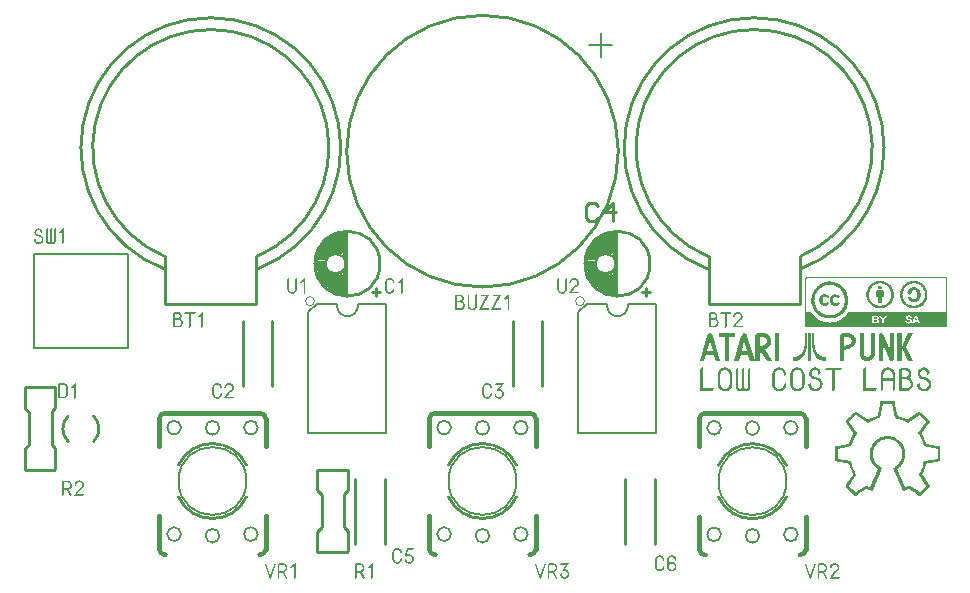
<source format=gto>
G04 Layer_Color=15132400*
%FSAX43Y43*%
%MOMM*%
G71*
G01*
G75*
%ADD28C,0.254*%
%ADD29C,0.000*%
%ADD30C,0.127*%
%ADD31C,0.406*%
%ADD32R,0.127X0.508*%
%ADD33R,0.381X0.254*%
%ADD34R,0.889X1.778*%
%ADD35R,0.254X0.381*%
%ADD36R,0.254X0.254*%
%ADD37R,0.762X0.889*%
%ADD38R,0.635X1.524*%
%ADD39R,0.381X1.524*%
%ADD40R,0.381X1.397*%
%ADD41R,0.635X0.635*%
%ADD42R,0.127X0.381*%
%ADD43R,0.381X0.381*%
%ADD44R,0.127X0.254*%
G36*
X0184964Y0225900D02*
X0184821Y0225839D01*
Y0226927D01*
X0184609Y0226727D01*
X0184527Y0226840D01*
X0184818Y0227119D01*
X0184964Y0227183D01*
Y0225900D01*
D02*
G37*
G36*
X0217521Y0221758D02*
Y0221754D01*
Y0221743D01*
X0217517Y0221725D01*
X0217513Y0221702D01*
X0217502Y0221677D01*
X0217491Y0221651D01*
X0217472Y0221621D01*
X0217450Y0221591D01*
X0217446Y0221588D01*
X0217439Y0221580D01*
X0217424Y0221569D01*
X0217406Y0221558D01*
X0217383Y0221543D01*
X0217358Y0221532D01*
X0217328Y0221525D01*
X0217295Y0221521D01*
X0217287D01*
X0217272Y0221525D01*
X0217246Y0221532D01*
X0217217Y0221551D01*
X0217180Y0221580D01*
X0217161Y0221599D01*
X0217143Y0221621D01*
X0217121Y0221647D01*
X0217102Y0221680D01*
X0217084Y0221717D01*
X0217065Y0221758D01*
X0216572Y0222958D01*
Y0221521D01*
X0216217D01*
Y0223658D01*
Y0223662D01*
Y0223673D01*
X0216221Y0223691D01*
X0216224Y0223713D01*
X0216232Y0223739D01*
X0216243Y0223765D01*
X0216258Y0223795D01*
X0216280Y0223821D01*
X0216284Y0223824D01*
X0216291Y0223832D01*
X0216306Y0223843D01*
X0216328Y0223858D01*
X0216350Y0223873D01*
X0216376Y0223884D01*
X0216406Y0223891D01*
X0216439Y0223895D01*
X0216447D01*
X0216461Y0223891D01*
X0216487Y0223884D01*
X0216517Y0223865D01*
X0216554Y0223836D01*
X0216572Y0223817D01*
X0216591Y0223795D01*
X0216613Y0223769D01*
X0216632Y0223736D01*
X0216650Y0223699D01*
X0216669Y0223658D01*
X0217165Y0222454D01*
Y0223895D01*
X0217521D01*
Y0221758D01*
D02*
G37*
G36*
X0182650Y0226001D02*
X0183258D01*
X0183197Y0225858D01*
X0182422D01*
X0183007Y0227023D01*
X0182460D01*
X0182523Y0227166D01*
X0183232D01*
X0182650Y0226001D01*
D02*
G37*
G36*
X0180789Y0227164D02*
X0180815Y0227162D01*
X0180848Y0227155D01*
X0180883Y0227143D01*
X0180923Y0227124D01*
X0180963Y0227101D01*
X0181000Y0227068D01*
X0181005Y0227063D01*
X0181017Y0227051D01*
X0181031Y0227030D01*
X0181050Y0227004D01*
X0181069Y0226971D01*
X0181083Y0226934D01*
X0181094Y0226892D01*
X0181099Y0226847D01*
Y0226845D01*
Y0226840D01*
Y0226833D01*
X0181097Y0226823D01*
X0181094Y0226798D01*
X0181087Y0226765D01*
X0181076Y0226729D01*
X0181059Y0226690D01*
X0181036Y0226650D01*
X0181003Y0226612D01*
X0180996Y0226605D01*
X0180998D01*
X0181003Y0226600D01*
X0181012Y0226596D01*
X0181024Y0226586D01*
X0181050Y0226567D01*
X0181080Y0226539D01*
X0181083Y0226537D01*
X0181085Y0226534D01*
X0181092Y0226527D01*
X0181099Y0226518D01*
X0181118Y0226495D01*
X0181139Y0226462D01*
X0181160Y0226419D01*
X0181179Y0226372D01*
X0181193Y0226318D01*
X0181195Y0226288D01*
X0181198Y0226257D01*
Y0226255D01*
Y0226250D01*
Y0226241D01*
X0181195Y0226229D01*
Y0226215D01*
X0181191Y0226198D01*
X0181184Y0226161D01*
X0181170Y0226116D01*
X0181148Y0226067D01*
X0181134Y0226043D01*
X0181120Y0226020D01*
X0181102Y0225996D01*
X0181080Y0225973D01*
X0181078Y0225971D01*
X0181076Y0225968D01*
X0181069Y0225964D01*
X0181059Y0225954D01*
X0181036Y0225938D01*
X0181003Y0225917D01*
X0180961Y0225895D01*
X0180914Y0225877D01*
X0180860Y0225862D01*
X0180831Y0225860D01*
X0180801Y0225858D01*
X0180399D01*
Y0227103D01*
X0180542Y0227166D01*
X0180780D01*
X0180789Y0227164D01*
D02*
G37*
G36*
X0215917Y0222173D02*
Y0222169D01*
Y0222162D01*
Y0222147D01*
X0215913Y0222128D01*
X0215910Y0222106D01*
X0215906Y0222080D01*
X0215891Y0222017D01*
X0215869Y0221947D01*
X0215832Y0221873D01*
X0215810Y0221832D01*
X0215784Y0221795D01*
X0215754Y0221754D01*
X0215717Y0221717D01*
X0215713Y0221714D01*
X0215710Y0221710D01*
X0215698Y0221699D01*
X0215684Y0221688D01*
X0215665Y0221673D01*
X0215643Y0221654D01*
X0215587Y0221621D01*
X0215521Y0221584D01*
X0215443Y0221551D01*
X0215358Y0221528D01*
X0215313Y0221525D01*
X0215265Y0221521D01*
X0215239D01*
X0215221Y0221525D01*
X0215199Y0221528D01*
X0215173Y0221532D01*
X0215110Y0221547D01*
X0215039Y0221569D01*
X0214962Y0221602D01*
X0214924Y0221625D01*
X0214884Y0221654D01*
X0214843Y0221684D01*
X0214806Y0221717D01*
X0214802Y0221721D01*
X0214799Y0221725D01*
X0214787Y0221736D01*
X0214776Y0221754D01*
X0214762Y0221773D01*
X0214747Y0221795D01*
X0214710Y0221851D01*
X0214673Y0221917D01*
X0214643Y0221995D01*
X0214621Y0222080D01*
X0214617Y0222125D01*
X0214613Y0222173D01*
Y0223895D01*
X0214969D01*
Y0222173D01*
Y0222169D01*
Y0222154D01*
X0214973Y0222132D01*
X0214980Y0222102D01*
X0214991Y0222073D01*
X0215006Y0222036D01*
X0215028Y0222002D01*
X0215058Y0221965D01*
X0215062Y0221962D01*
X0215073Y0221951D01*
X0215091Y0221936D01*
X0215117Y0221921D01*
X0215147Y0221906D01*
X0215184Y0221891D01*
X0215221Y0221880D01*
X0215265Y0221877D01*
X0215284D01*
X0215306Y0221880D01*
X0215336Y0221888D01*
X0215365Y0221899D01*
X0215399Y0221914D01*
X0215436Y0221936D01*
X0215469Y0221965D01*
X0215473Y0221969D01*
X0215484Y0221980D01*
X0215499Y0222002D01*
X0215517Y0222025D01*
X0215532Y0222058D01*
X0215547Y0222091D01*
X0215558Y0222132D01*
X0215561Y0222173D01*
Y0223895D01*
X0215917D01*
Y0222173D01*
D02*
G37*
G36*
X0213702Y0223891D02*
X0213725Y0223887D01*
X0213751Y0223884D01*
X0213810Y0223873D01*
X0213880Y0223850D01*
X0213958Y0223817D01*
X0213995Y0223795D01*
X0214036Y0223769D01*
X0214076Y0223739D01*
X0214113Y0223706D01*
X0214117Y0223702D01*
X0214121Y0223699D01*
X0214132Y0223687D01*
X0214143Y0223673D01*
X0214176Y0223636D01*
X0214213Y0223584D01*
X0214250Y0223517D01*
X0214284Y0223443D01*
X0214306Y0223362D01*
X0214310Y0223317D01*
X0214313Y0223269D01*
Y0223262D01*
Y0223243D01*
X0214306Y0223213D01*
X0214299Y0223173D01*
X0214284Y0223128D01*
X0214262Y0223073D01*
X0214228Y0223013D01*
X0214188Y0222950D01*
X0214136Y0222884D01*
X0214069Y0222817D01*
X0214028Y0222784D01*
X0213988Y0222751D01*
X0213939Y0222717D01*
X0213888Y0222684D01*
X0213832Y0222654D01*
X0213773Y0222625D01*
X0213710Y0222595D01*
X0213639Y0222565D01*
X0213565Y0222539D01*
X0213484Y0222513D01*
X0213399Y0222491D01*
X0213306Y0222469D01*
Y0221521D01*
X0212951D01*
Y0223658D01*
Y0223662D01*
Y0223673D01*
X0212954Y0223691D01*
X0212958Y0223713D01*
X0212969Y0223739D01*
X0212980Y0223765D01*
X0212999Y0223795D01*
X0213021Y0223821D01*
X0213025Y0223824D01*
X0213032Y0223832D01*
X0213047Y0223843D01*
X0213069Y0223858D01*
X0213091Y0223873D01*
X0213121Y0223884D01*
X0213154Y0223891D01*
X0213188Y0223895D01*
X0213688D01*
X0213702Y0223891D01*
D02*
G37*
G36*
X0210755Y0223606D02*
Y0223602D01*
Y0223599D01*
Y0223587D01*
Y0223573D01*
Y0223536D01*
X0210758Y0223484D01*
Y0223421D01*
X0210762Y0223350D01*
X0210766Y0223269D01*
X0210773Y0223184D01*
X0210780Y0223095D01*
X0210792Y0223002D01*
X0210818Y0222813D01*
X0210832Y0222721D01*
X0210855Y0222632D01*
X0210877Y0222551D01*
X0210903Y0222473D01*
X0210906Y0222465D01*
X0210914Y0222447D01*
X0210929Y0222417D01*
X0210947Y0222376D01*
X0210977Y0222332D01*
X0211010Y0222280D01*
X0211047Y0222228D01*
X0211095Y0222169D01*
X0211151Y0222114D01*
X0211214Y0222062D01*
X0211284Y0222010D01*
X0211362Y0221965D01*
X0211447Y0221928D01*
X0211543Y0221899D01*
X0211647Y0221880D01*
X0211762Y0221877D01*
Y0221521D01*
X0211717D01*
X0211684Y0221525D01*
X0211643Y0221528D01*
X0211592Y0221536D01*
X0211532Y0221551D01*
X0211469Y0221565D01*
X0211399Y0221588D01*
X0211325Y0221617D01*
X0211251Y0221651D01*
X0211173Y0221695D01*
X0211099Y0221747D01*
X0211025Y0221810D01*
X0210955Y0221880D01*
X0210884Y0221965D01*
X0210825Y0222058D01*
X0210821Y0222062D01*
X0210814Y0222077D01*
X0210803Y0222102D01*
X0210788Y0222136D01*
X0210766Y0222180D01*
X0210747Y0222228D01*
X0210725Y0222291D01*
X0210703Y0222358D01*
X0210677Y0222432D01*
X0210655Y0222513D01*
X0210636Y0222606D01*
X0210618Y0222702D01*
X0210599Y0222806D01*
X0210588Y0222913D01*
X0210581Y0223028D01*
X0210577Y0223150D01*
Y0223895D01*
X0210755D01*
Y0223606D01*
D02*
G37*
G36*
X0218561Y0222706D02*
X0219124Y0221521D01*
X0218739D01*
X0218291Y0222473D01*
Y0222476D01*
X0218283Y0222488D01*
X0218276Y0222506D01*
X0218265Y0222525D01*
X0218261Y0222528D01*
X0218257Y0222543D01*
X0218246Y0222562D01*
X0218235Y0222584D01*
Y0222588D01*
X0218232Y0222595D01*
X0218228Y0222610D01*
X0218220Y0222625D01*
X0218209Y0222665D01*
X0218206Y0222706D01*
Y0222710D01*
Y0222721D01*
X0218209Y0222739D01*
X0218217Y0222765D01*
X0218228Y0222799D01*
X0218243Y0222847D01*
X0218261Y0222899D01*
X0218291Y0222965D01*
X0218739Y0223895D01*
X0219124D01*
X0218561Y0222706D01*
D02*
G37*
G36*
X0218176Y0221521D02*
X0217820D01*
Y0223895D01*
X0218176D01*
Y0221521D01*
D02*
G37*
G36*
X0183672Y0226001D02*
X0184280D01*
X0184219Y0225858D01*
X0183444D01*
X0184029Y0227023D01*
X0183482D01*
X0183545Y0227166D01*
X0184255D01*
X0183672Y0226001D01*
D02*
G37*
G36*
X0210927Y0204371D02*
X0210542Y0203152D01*
X0210385Y0203091D01*
X0209990Y0204371D01*
X0210119Y0204435D01*
X0210458Y0203335D01*
X0210798Y0204435D01*
X0210927Y0204371D01*
D02*
G37*
G36*
X0212527Y0204433D02*
X0212542D01*
X0212558Y0204428D01*
X0212598Y0204421D01*
X0212643Y0204407D01*
X0212690Y0204386D01*
X0212713Y0204371D01*
X0212737Y0204357D01*
X0212760Y0204339D01*
X0212781Y0204317D01*
X0212784Y0204315D01*
X0212786Y0204313D01*
X0212793Y0204306D01*
X0212800Y0204296D01*
X0212809Y0204285D01*
X0212819Y0204273D01*
X0212840Y0204238D01*
X0212861Y0204195D01*
X0212880Y0204144D01*
X0212894Y0204085D01*
X0212896Y0204052D01*
X0212899Y0204019D01*
Y0204017D01*
Y0204012D01*
Y0204003D01*
X0212896Y0203993D01*
X0212894Y0203979D01*
X0212892Y0203963D01*
X0212882Y0203927D01*
X0212866Y0203885D01*
X0212842Y0203840D01*
X0212828Y0203819D01*
X0212812Y0203796D01*
X0212791Y0203777D01*
X0212767Y0203756D01*
X0212765Y0203754D01*
X0212758Y0203749D01*
X0212746Y0203739D01*
X0212730Y0203728D01*
X0212711Y0203714D01*
X0212692Y0203697D01*
X0212647Y0203662D01*
X0212603Y0203627D01*
X0212581Y0203610D01*
X0212563Y0203596D01*
X0212546Y0203582D01*
X0212532Y0203573D01*
X0212525Y0203566D01*
X0212520Y0203561D01*
X0212518Y0203559D01*
X0212513Y0203554D01*
X0212506Y0203547D01*
X0212497Y0203535D01*
X0212485Y0203523D01*
X0212471Y0203507D01*
X0212441Y0203469D01*
X0212408Y0203425D01*
X0212372Y0203375D01*
X0212342Y0203321D01*
X0212316Y0203267D01*
X0212307Y0203253D01*
X0212915D01*
X0212852Y0203110D01*
X0212090D01*
X0212159Y0203284D01*
X0212161Y0203286D01*
X0212166Y0203298D01*
X0212173Y0203312D01*
X0212184Y0203333D01*
X0212196Y0203359D01*
X0212213Y0203387D01*
X0212234Y0203420D01*
X0212255Y0203453D01*
X0212281Y0203490D01*
X0212307Y0203528D01*
X0212337Y0203568D01*
X0212370Y0203606D01*
X0212405Y0203643D01*
X0212445Y0203681D01*
X0212485Y0203716D01*
X0212527Y0203749D01*
X0212530D01*
X0212532Y0203754D01*
X0212546Y0203763D01*
X0212565Y0203777D01*
X0212591Y0203796D01*
X0212617Y0203815D01*
X0212643Y0203833D01*
X0212664Y0203850D01*
X0212683Y0203864D01*
X0212685Y0203866D01*
X0212694Y0203873D01*
X0212706Y0203885D01*
X0212720Y0203904D01*
X0212734Y0203927D01*
X0212746Y0203953D01*
X0212755Y0203989D01*
X0212758Y0204026D01*
Y0204028D01*
Y0204031D01*
Y0204040D01*
Y0204043D01*
Y0204045D01*
X0212755Y0204059D01*
X0212753Y0204078D01*
X0212746Y0204104D01*
X0212737Y0204132D01*
X0212722Y0204162D01*
X0212704Y0204193D01*
X0212680Y0204221D01*
X0212678Y0204223D01*
X0212666Y0204233D01*
X0212652Y0204245D01*
X0212631Y0204261D01*
X0212605Y0204275D01*
X0212572Y0204287D01*
X0212539Y0204296D01*
X0212499Y0204299D01*
X0212480D01*
X0212462Y0204294D01*
X0212436Y0204289D01*
X0212408Y0204280D01*
X0212377Y0204266D01*
X0212347Y0204247D01*
X0212316Y0204221D01*
X0212314Y0204219D01*
X0212304Y0204207D01*
X0212293Y0204193D01*
X0212278Y0204172D01*
X0212264Y0204146D01*
X0212253Y0204115D01*
X0212243Y0204082D01*
X0212241Y0204045D01*
Y0204043D01*
Y0204040D01*
Y0204033D01*
X0212098Y0203970D01*
Y0204038D01*
Y0204040D01*
Y0204045D01*
Y0204054D01*
X0212100Y0204064D01*
X0212102Y0204078D01*
X0212105Y0204094D01*
X0212112Y0204132D01*
X0212126Y0204176D01*
X0212147Y0204223D01*
X0212161Y0204247D01*
X0212177Y0204270D01*
X0212194Y0204294D01*
X0212215Y0204317D01*
X0212217Y0204320D01*
X0212220Y0204322D01*
X0212227Y0204329D01*
X0212236Y0204336D01*
X0212260Y0204355D01*
X0212295Y0204376D01*
X0212335Y0204397D01*
X0212384Y0204416D01*
X0212438Y0204430D01*
X0212469Y0204433D01*
X0212499Y0204435D01*
X0212516D01*
X0212527Y0204433D01*
D02*
G37*
G36*
X0166861Y0203167D02*
X0166718Y0203106D01*
Y0204194D01*
X0166507Y0203994D01*
X0166424Y0204107D01*
X0166716Y0204386D01*
X0166861Y0204450D01*
Y0203167D01*
D02*
G37*
G36*
X0165785Y0204431D02*
X0165800Y0204429D01*
X0165816Y0204426D01*
X0165856Y0204419D01*
X0165898Y0204405D01*
X0165945Y0204384D01*
X0165969Y0204370D01*
X0165992Y0204354D01*
X0166016Y0204335D01*
X0166037Y0204314D01*
X0166039Y0204311D01*
X0166042Y0204309D01*
X0166049Y0204302D01*
X0166056Y0204292D01*
X0166074Y0204269D01*
X0166096Y0204234D01*
X0166117Y0204194D01*
X0166136Y0204144D01*
X0166150Y0204090D01*
X0166152Y0204062D01*
X0166154Y0204032D01*
Y0204029D01*
Y0204025D01*
Y0204015D01*
X0166152Y0204004D01*
Y0203989D01*
X0166147Y0203973D01*
X0166140Y0203933D01*
X0166126Y0203888D01*
X0166105Y0203841D01*
X0166093Y0203816D01*
X0166077Y0203792D01*
X0166060Y0203769D01*
X0166039Y0203747D01*
X0166037Y0203745D01*
X0166030Y0203738D01*
X0166018Y0203729D01*
X0166004Y0203717D01*
X0165987Y0203703D01*
X0165966Y0203689D01*
X0165945Y0203675D01*
X0165922Y0203663D01*
X0166166Y0203167D01*
X0166023Y0203106D01*
X0165776Y0203630D01*
X0165499D01*
Y0203167D01*
X0165355Y0203106D01*
Y0204386D01*
X0165499Y0204433D01*
X0165774D01*
X0165785Y0204431D01*
D02*
G37*
G36*
X0211505Y0204416D02*
X0211520Y0204414D01*
X0211536Y0204411D01*
X0211576Y0204404D01*
X0211618Y0204390D01*
X0211665Y0204369D01*
X0211689Y0204355D01*
X0211712Y0204339D01*
X0211736Y0204320D01*
X0211757Y0204299D01*
X0211759Y0204296D01*
X0211762Y0204294D01*
X0211769Y0204287D01*
X0211776Y0204277D01*
X0211794Y0204254D01*
X0211816Y0204219D01*
X0211837Y0204179D01*
X0211856Y0204129D01*
X0211870Y0204075D01*
X0211872Y0204047D01*
X0211874Y0204017D01*
Y0204014D01*
Y0204010D01*
Y0204000D01*
X0211872Y0203989D01*
Y0203974D01*
X0211867Y0203958D01*
X0211860Y0203918D01*
X0211846Y0203873D01*
X0211825Y0203826D01*
X0211813Y0203801D01*
X0211797Y0203777D01*
X0211780Y0203754D01*
X0211759Y0203732D01*
X0211757Y0203730D01*
X0211750Y0203723D01*
X0211738Y0203714D01*
X0211724Y0203702D01*
X0211707Y0203688D01*
X0211686Y0203674D01*
X0211665Y0203660D01*
X0211642Y0203648D01*
X0211886Y0203152D01*
X0211743Y0203091D01*
X0211496Y0203615D01*
X0211219D01*
Y0203152D01*
X0211075Y0203091D01*
Y0204371D01*
X0211219Y0204418D01*
X0211494D01*
X0211505Y0204416D01*
D02*
G37*
G36*
X0188645Y0204431D02*
X0188660Y0204429D01*
X0188676Y0204426D01*
X0188716Y0204419D01*
X0188758Y0204405D01*
X0188805Y0204384D01*
X0188829Y0204370D01*
X0188852Y0204354D01*
X0188876Y0204335D01*
X0188897Y0204314D01*
X0188899Y0204311D01*
X0188902Y0204309D01*
X0188909Y0204302D01*
X0188916Y0204292D01*
X0188934Y0204269D01*
X0188956Y0204234D01*
X0188977Y0204194D01*
X0188996Y0204144D01*
X0189010Y0204090D01*
X0189012Y0204062D01*
X0189014Y0204032D01*
Y0204029D01*
Y0204025D01*
Y0204015D01*
X0189012Y0204004D01*
Y0203989D01*
X0189007Y0203973D01*
X0189000Y0203933D01*
X0188986Y0203888D01*
X0188965Y0203841D01*
X0188953Y0203816D01*
X0188937Y0203792D01*
X0188920Y0203769D01*
X0188899Y0203747D01*
X0188897Y0203745D01*
X0188890Y0203738D01*
X0188878Y0203729D01*
X0188864Y0203717D01*
X0188847Y0203703D01*
X0188826Y0203689D01*
X0188805Y0203675D01*
X0188782Y0203663D01*
X0189026Y0203167D01*
X0188883Y0203106D01*
X0188636Y0203630D01*
X0188359D01*
Y0203167D01*
X0188215Y0203106D01*
Y0204386D01*
X0188359Y0204433D01*
X0188634D01*
X0188645Y0204431D01*
D02*
G37*
G36*
X0182222Y0226234D02*
Y0226231D01*
Y0226227D01*
Y0226217D01*
X0182220Y0226206D01*
X0182218Y0226191D01*
X0182215Y0226175D01*
X0182208Y0226137D01*
X0182194Y0226093D01*
X0182173Y0226046D01*
X0182159Y0226022D01*
X0182142Y0225999D01*
X0182124Y0225975D01*
X0182102Y0225954D01*
X0182100Y0225952D01*
X0182098Y0225949D01*
X0182091Y0225945D01*
X0182081Y0225935D01*
X0182070Y0225928D01*
X0182055Y0225919D01*
X0182023Y0225898D01*
X0181983Y0225877D01*
X0181933Y0225858D01*
X0181879Y0225844D01*
X0181849Y0225841D01*
X0181818Y0225839D01*
X0181802D01*
X0181790Y0225841D01*
X0181776Y0225844D01*
X0181759Y0225846D01*
X0181722Y0225853D01*
X0181677Y0225867D01*
X0181630Y0225888D01*
X0181607Y0225900D01*
X0181583Y0225917D01*
X0181560Y0225933D01*
X0181536Y0225954D01*
X0181534Y0225956D01*
X0181531Y0225959D01*
X0181524Y0225966D01*
X0181517Y0225975D01*
X0181499Y0225999D01*
X0181477Y0226032D01*
X0181456Y0226074D01*
X0181437Y0226121D01*
X0181423Y0226175D01*
X0181421Y0226203D01*
X0181419Y0226234D01*
Y0227119D01*
X0181562Y0227183D01*
Y0226231D01*
Y0226227D01*
X0181564Y0226213D01*
X0181567Y0226194D01*
X0181571Y0226168D01*
X0181581Y0226140D01*
X0181595Y0226109D01*
X0181611Y0226079D01*
X0181637Y0226050D01*
X0181642Y0226048D01*
X0181651Y0226039D01*
X0181668Y0226027D01*
X0181689Y0226013D01*
X0181717Y0225999D01*
X0181748Y0225987D01*
X0181783Y0225978D01*
X0181820Y0225975D01*
X0181825D01*
X0181839Y0225978D01*
X0181858Y0225980D01*
X0181884Y0225985D01*
X0181912Y0225994D01*
X0181943Y0226008D01*
X0181973Y0226025D01*
X0182001Y0226050D01*
X0182004Y0226053D01*
X0182013Y0226065D01*
X0182025Y0226079D01*
X0182041Y0226100D01*
X0182055Y0226126D01*
X0182067Y0226156D01*
X0182077Y0226191D01*
X0182079Y0226229D01*
Y0226231D01*
Y0227119D01*
X0182222Y0227183D01*
Y0226234D01*
D02*
G37*
G36*
X0188067Y0204386D02*
X0187682Y0203167D01*
X0187525Y0203106D01*
X0187130Y0204386D01*
X0187259Y0204450D01*
X0187598Y0203350D01*
X0187938Y0204450D01*
X0188067Y0204386D01*
D02*
G37*
G36*
X0189705Y0203898D02*
X0189710D01*
X0189717Y0203895D01*
X0189726Y0203893D01*
X0189750Y0203886D01*
X0189780Y0203874D01*
X0189815Y0203860D01*
X0189853Y0203839D01*
X0189891Y0203813D01*
X0189928Y0203780D01*
X0189931Y0203778D01*
X0189933Y0203776D01*
X0189940Y0203769D01*
X0189947Y0203759D01*
X0189966Y0203736D01*
X0189987Y0203703D01*
X0190008Y0203663D01*
X0190025Y0203616D01*
X0190039Y0203562D01*
X0190041Y0203534D01*
X0190043Y0203503D01*
Y0203501D01*
Y0203498D01*
Y0203494D01*
Y0203484D01*
X0190041Y0203473D01*
Y0203458D01*
X0190036Y0203442D01*
X0190029Y0203402D01*
X0190015Y0203360D01*
X0189994Y0203310D01*
X0189980Y0203287D01*
X0189966Y0203263D01*
X0189947Y0203240D01*
X0189926Y0203219D01*
X0189924Y0203216D01*
X0189921Y0203214D01*
X0189914Y0203209D01*
X0189905Y0203202D01*
X0189881Y0203184D01*
X0189848Y0203162D01*
X0189806Y0203141D01*
X0189759Y0203125D01*
X0189705Y0203111D01*
X0189675Y0203108D01*
X0189644Y0203106D01*
X0189628D01*
X0189616Y0203108D01*
X0189602Y0203111D01*
X0189583Y0203113D01*
X0189545Y0203120D01*
X0189498Y0203134D01*
X0189451Y0203155D01*
X0189428Y0203167D01*
X0189404Y0203184D01*
X0189381Y0203200D01*
X0189360Y0203221D01*
X0189357Y0203223D01*
X0189355Y0203226D01*
X0189348Y0203233D01*
X0189341Y0203242D01*
X0189322Y0203266D01*
X0189301Y0203301D01*
X0189280Y0203341D01*
X0189261Y0203388D01*
X0189247Y0203442D01*
X0189245Y0203470D01*
X0189242Y0203501D01*
Y0203512D01*
X0189386Y0203574D01*
Y0203498D01*
Y0203494D01*
X0189388Y0203480D01*
X0189390Y0203461D01*
X0189395Y0203435D01*
X0189404Y0203407D01*
X0189418Y0203376D01*
X0189435Y0203346D01*
X0189461Y0203317D01*
X0189465Y0203315D01*
X0189475Y0203306D01*
X0189491Y0203294D01*
X0189512Y0203280D01*
X0189541Y0203266D01*
X0189571Y0203254D01*
X0189606Y0203245D01*
X0189644Y0203242D01*
X0189649D01*
X0189663Y0203245D01*
X0189682Y0203247D01*
X0189707Y0203252D01*
X0189736Y0203261D01*
X0189766Y0203275D01*
X0189797Y0203292D01*
X0189825Y0203317D01*
X0189827Y0203320D01*
X0189837Y0203332D01*
X0189848Y0203348D01*
X0189865Y0203369D01*
X0189879Y0203395D01*
X0189891Y0203426D01*
X0189900Y0203461D01*
X0189902Y0203498D01*
Y0203501D01*
Y0203503D01*
Y0203517D01*
X0189898Y0203538D01*
X0189893Y0203564D01*
X0189884Y0203592D01*
X0189872Y0203623D01*
X0189853Y0203651D01*
X0189827Y0203679D01*
X0189825Y0203682D01*
X0189813Y0203691D01*
X0189799Y0203703D01*
X0189776Y0203717D01*
X0189750Y0203733D01*
X0189719Y0203747D01*
X0189684Y0203759D01*
X0189646Y0203766D01*
X0189604D01*
X0189597Y0203764D01*
X0189585Y0203762D01*
X0189571Y0203759D01*
X0189557Y0203754D01*
X0189538Y0203750D01*
X0189463Y0203816D01*
X0189752Y0204290D01*
X0189273D01*
X0189336Y0204433D01*
X0190015D01*
X0189705Y0203898D01*
D02*
G37*
G36*
X0210518Y0221521D02*
X0210221D01*
Y0223895D01*
X0210518D01*
Y0221521D01*
D02*
G37*
G36*
X0218537Y0220969D02*
X0218576Y0220966D01*
X0218625Y0220955D01*
X0218678Y0220938D01*
X0218738Y0220909D01*
X0218798Y0220874D01*
X0218855Y0220825D01*
X0218862Y0220818D01*
X0218879Y0220800D01*
X0218900Y0220768D01*
X0218929Y0220730D01*
X0218957Y0220680D01*
X0218978Y0220624D01*
X0218996Y0220560D01*
X0219003Y0220493D01*
Y0220490D01*
Y0220483D01*
Y0220472D01*
X0218999Y0220458D01*
X0218996Y0220419D01*
X0218985Y0220370D01*
X0218967Y0220317D01*
X0218943Y0220257D01*
X0218907Y0220197D01*
X0218858Y0220141D01*
X0218847Y0220130D01*
X0218851D01*
X0218858Y0220123D01*
X0218872Y0220116D01*
X0218890Y0220102D01*
X0218929Y0220074D01*
X0218974Y0220032D01*
X0218978Y0220028D01*
X0218981Y0220025D01*
X0218992Y0220014D01*
X0219003Y0220000D01*
X0219031Y0219965D01*
X0219063Y0219915D01*
X0219094Y0219852D01*
X0219122Y0219781D01*
X0219144Y0219700D01*
X0219147Y0219654D01*
X0219151Y0219609D01*
Y0219605D01*
Y0219598D01*
Y0219584D01*
X0219147Y0219566D01*
Y0219545D01*
X0219140Y0219520D01*
X0219130Y0219464D01*
X0219108Y0219397D01*
X0219077Y0219323D01*
X0219055Y0219288D01*
X0219034Y0219252D01*
X0219006Y0219217D01*
X0218974Y0219182D01*
X0218971Y0219178D01*
X0218967Y0219175D01*
X0218957Y0219168D01*
X0218943Y0219154D01*
X0218907Y0219129D01*
X0218858Y0219097D01*
X0218795Y0219066D01*
X0218724Y0219037D01*
X0218643Y0219016D01*
X0218601Y0219013D01*
X0218555Y0219009D01*
X0217952D01*
Y0220878D01*
X0218167Y0220973D01*
X0218523D01*
X0218537Y0220969D01*
D02*
G37*
G36*
X0215117Y0219224D02*
X0216066D01*
X0215971Y0219009D01*
X0214902D01*
Y0220902D01*
X0215117Y0220998D01*
Y0219224D01*
D02*
G37*
G36*
X0207858Y0220994D02*
X0207880D01*
X0207904Y0220987D01*
X0207964Y0220976D01*
X0208031Y0220955D01*
X0208102Y0220924D01*
X0208137Y0220902D01*
X0208172Y0220881D01*
X0208207Y0220853D01*
X0208239Y0220821D01*
X0208243Y0220818D01*
X0208246Y0220814D01*
X0208257Y0220804D01*
X0208267Y0220790D01*
X0208296Y0220754D01*
X0208331Y0220701D01*
X0208363Y0220642D01*
X0208391Y0220571D01*
X0208412Y0220490D01*
X0208415Y0220448D01*
X0208419Y0220402D01*
Y0220391D01*
X0208204Y0220292D01*
Y0220405D01*
Y0220409D01*
Y0220412D01*
Y0220434D01*
X0208197Y0220462D01*
X0208190Y0220501D01*
X0208176Y0220543D01*
X0208155Y0220589D01*
X0208126Y0220634D01*
X0208088Y0220677D01*
X0208084Y0220680D01*
X0208066Y0220694D01*
X0208042Y0220712D01*
X0208010Y0220737D01*
X0207971Y0220758D01*
X0207925Y0220775D01*
X0207873Y0220790D01*
X0207816Y0220793D01*
X0207788D01*
X0207760Y0220786D01*
X0207721Y0220779D01*
X0207679Y0220765D01*
X0207633Y0220747D01*
X0207587Y0220719D01*
X0207541Y0220680D01*
X0207538Y0220677D01*
X0207523Y0220659D01*
X0207506Y0220634D01*
X0207485Y0220603D01*
X0207464Y0220564D01*
X0207446Y0220518D01*
X0207432Y0220465D01*
X0207428Y0220405D01*
Y0219570D01*
Y0219563D01*
X0207432Y0219545D01*
X0207435Y0219513D01*
X0207442Y0219478D01*
X0207457Y0219432D01*
X0207478Y0219390D01*
X0207502Y0219344D01*
X0207541Y0219298D01*
X0207545Y0219295D01*
X0207562Y0219281D01*
X0207587Y0219263D01*
X0207619Y0219242D01*
X0207657Y0219221D01*
X0207703Y0219203D01*
X0207756Y0219189D01*
X0207816Y0219185D01*
X0207823D01*
X0207841Y0219189D01*
X0207873Y0219193D01*
X0207908Y0219200D01*
X0207950Y0219214D01*
X0207996Y0219235D01*
X0208042Y0219260D01*
X0208088Y0219298D01*
X0208091Y0219302D01*
X0208105Y0219319D01*
X0208123Y0219341D01*
X0208148Y0219372D01*
X0208169Y0219411D01*
X0208186Y0219460D01*
X0208200Y0219513D01*
X0208204Y0219570D01*
Y0219584D01*
X0208419Y0219683D01*
Y0219573D01*
Y0219570D01*
Y0219563D01*
Y0219549D01*
X0208415Y0219531D01*
X0208412Y0219510D01*
X0208408Y0219485D01*
X0208398Y0219429D01*
X0208377Y0219362D01*
X0208345Y0219291D01*
X0208324Y0219256D01*
X0208299Y0219221D01*
X0208271Y0219185D01*
X0208239Y0219154D01*
X0208236Y0219150D01*
X0208232Y0219147D01*
X0208222Y0219140D01*
X0208207Y0219126D01*
X0208172Y0219101D01*
X0208119Y0219069D01*
X0208059Y0219037D01*
X0207985Y0219009D01*
X0207904Y0218988D01*
X0207862Y0218985D01*
X0207816Y0218981D01*
X0207791D01*
X0207774Y0218985D01*
X0207753Y0218988D01*
X0207728Y0218992D01*
X0207668Y0219002D01*
X0207601Y0219023D01*
X0207531Y0219055D01*
X0207492Y0219073D01*
X0207457Y0219097D01*
X0207421Y0219122D01*
X0207390Y0219154D01*
X0207386Y0219157D01*
X0207382Y0219161D01*
X0207372Y0219171D01*
X0207361Y0219185D01*
X0207333Y0219221D01*
X0207301Y0219270D01*
X0207270Y0219334D01*
X0207241Y0219404D01*
X0207220Y0219485D01*
X0207217Y0219527D01*
X0207213Y0219573D01*
Y0220402D01*
Y0220405D01*
Y0220412D01*
Y0220426D01*
X0207217Y0220444D01*
X0207220Y0220465D01*
X0207224Y0220490D01*
X0207234Y0220546D01*
X0207256Y0220613D01*
X0207287Y0220684D01*
X0207308Y0220719D01*
X0207333Y0220754D01*
X0207358Y0220790D01*
X0207390Y0220821D01*
X0207393Y0220825D01*
X0207397Y0220828D01*
X0207407Y0220839D01*
X0207421Y0220850D01*
X0207439Y0220864D01*
X0207460Y0220878D01*
X0207509Y0220909D01*
X0207573Y0220941D01*
X0207643Y0220969D01*
X0207724Y0220991D01*
X0207770Y0220994D01*
X0207816Y0220998D01*
X0207841D01*
X0207858Y0220994D01*
D02*
G37*
G36*
X0205369Y0219341D02*
Y0219334D01*
Y0219316D01*
X0205362Y0219288D01*
X0205355Y0219252D01*
X0205341Y0219214D01*
X0205324Y0219171D01*
X0205295Y0219129D01*
X0205260Y0219087D01*
X0205257Y0219083D01*
X0205242Y0219069D01*
X0205218Y0219055D01*
X0205190Y0219034D01*
X0205151Y0219016D01*
X0205109Y0218999D01*
X0205059Y0218985D01*
X0205003Y0218981D01*
X0204978D01*
X0204950Y0218988D01*
X0204911Y0218995D01*
X0204872Y0219006D01*
X0204830Y0219023D01*
X0204784Y0219048D01*
X0204745Y0219083D01*
X0204742Y0219080D01*
X0204728Y0219069D01*
X0204703Y0219052D01*
X0204675Y0219034D01*
X0204636Y0219013D01*
X0204594Y0218999D01*
X0204544Y0218985D01*
X0204488Y0218981D01*
X0204463D01*
X0204432Y0218988D01*
X0204396Y0218995D01*
X0204354Y0219006D01*
X0204312Y0219023D01*
X0204269Y0219048D01*
X0204231Y0219083D01*
X0204227Y0219087D01*
X0204217Y0219101D01*
X0204199Y0219126D01*
X0204181Y0219157D01*
X0204160Y0219193D01*
X0204146Y0219238D01*
X0204132Y0219288D01*
X0204128Y0219344D01*
Y0220902D01*
X0204340Y0220998D01*
Y0219348D01*
Y0219344D01*
Y0219337D01*
X0204343Y0219323D01*
X0204347Y0219309D01*
X0204358Y0219274D01*
X0204368Y0219252D01*
X0204382Y0219235D01*
X0204386Y0219231D01*
X0204389Y0219228D01*
X0204410Y0219214D01*
X0204442Y0219196D01*
X0204463Y0219193D01*
X0204484Y0219189D01*
X0204495D01*
X0204506Y0219193D01*
X0204523Y0219196D01*
X0204559Y0219210D01*
X0204576Y0219221D01*
X0204594Y0219235D01*
X0204597Y0219238D01*
X0204601Y0219242D01*
X0204608Y0219252D01*
X0204618Y0219267D01*
X0204633Y0219302D01*
X0204636Y0219323D01*
X0204640Y0219348D01*
Y0220902D01*
X0204855Y0220998D01*
Y0219348D01*
Y0219344D01*
Y0219337D01*
X0204858Y0219323D01*
X0204862Y0219309D01*
X0204872Y0219274D01*
X0204883Y0219252D01*
X0204897Y0219235D01*
X0204901Y0219231D01*
X0204904Y0219228D01*
X0204925Y0219214D01*
X0204957Y0219196D01*
X0204978Y0219193D01*
X0204999Y0219189D01*
X0205010D01*
X0205020Y0219193D01*
X0205038Y0219196D01*
X0205073Y0219210D01*
X0205091Y0219221D01*
X0205109Y0219235D01*
X0205112Y0219238D01*
X0205116Y0219242D01*
X0205123Y0219252D01*
X0205133Y0219267D01*
X0205147Y0219302D01*
X0205151Y0219323D01*
X0205154Y0219348D01*
Y0220902D01*
X0205369Y0220998D01*
Y0219341D01*
D02*
G37*
G36*
X0201315Y0219224D02*
X0202263D01*
X0202168Y0219009D01*
X0201100D01*
Y0220902D01*
X0201315Y0220998D01*
Y0219224D01*
D02*
G37*
G36*
X0209389Y0220994D02*
X0209410D01*
X0209434Y0220987D01*
X0209494Y0220976D01*
X0209561Y0220955D01*
X0209632Y0220924D01*
X0209667Y0220902D01*
X0209702Y0220881D01*
X0209738Y0220853D01*
X0209773Y0220821D01*
X0209776Y0220818D01*
X0209780Y0220814D01*
X0209790Y0220804D01*
X0209801Y0220790D01*
X0209829Y0220754D01*
X0209864Y0220705D01*
X0209896Y0220642D01*
X0209924Y0220571D01*
X0209946Y0220490D01*
X0209949Y0220448D01*
X0209953Y0220402D01*
Y0220395D01*
Y0220388D01*
Y0220377D01*
Y0220359D01*
Y0220331D01*
Y0220300D01*
Y0220254D01*
Y0220201D01*
Y0220134D01*
Y0220095D01*
Y0220053D01*
Y0220007D01*
Y0219958D01*
Y0219905D01*
Y0219848D01*
Y0219785D01*
Y0219718D01*
Y0219647D01*
Y0219573D01*
Y0219570D01*
Y0219563D01*
Y0219549D01*
X0209949Y0219531D01*
X0209946Y0219510D01*
X0209942Y0219485D01*
X0209931Y0219429D01*
X0209910Y0219362D01*
X0209879Y0219291D01*
X0209857Y0219256D01*
X0209833Y0219221D01*
X0209805Y0219185D01*
X0209773Y0219154D01*
X0209769Y0219150D01*
X0209766Y0219147D01*
X0209755Y0219140D01*
X0209741Y0219126D01*
X0209706Y0219101D01*
X0209653Y0219069D01*
X0209593Y0219037D01*
X0209519Y0219009D01*
X0209438Y0218988D01*
X0209396Y0218985D01*
X0209350Y0218981D01*
X0209325D01*
X0209307Y0218985D01*
X0209286Y0218988D01*
X0209262Y0218992D01*
X0209202Y0219002D01*
X0209135Y0219023D01*
X0209064Y0219055D01*
X0209025Y0219073D01*
X0208990Y0219097D01*
X0208955Y0219122D01*
X0208923Y0219154D01*
X0208920Y0219157D01*
X0208916Y0219161D01*
X0208906Y0219171D01*
X0208895Y0219185D01*
X0208867Y0219221D01*
X0208835Y0219270D01*
X0208803Y0219334D01*
X0208775Y0219404D01*
X0208754Y0219485D01*
X0208750Y0219527D01*
X0208747Y0219573D01*
Y0220402D01*
Y0220405D01*
Y0220412D01*
Y0220426D01*
X0208750Y0220444D01*
X0208754Y0220465D01*
X0208757Y0220490D01*
X0208768Y0220546D01*
X0208789Y0220613D01*
X0208821Y0220684D01*
X0208842Y0220719D01*
X0208867Y0220754D01*
X0208891Y0220790D01*
X0208923Y0220821D01*
X0208927Y0220825D01*
X0208930Y0220828D01*
X0208941Y0220839D01*
X0208955Y0220850D01*
X0208994Y0220878D01*
X0209043Y0220909D01*
X0209103Y0220941D01*
X0209177Y0220969D01*
X0209258Y0220991D01*
X0209300Y0220994D01*
X0209346Y0220998D01*
X0209371D01*
X0209389Y0220994D01*
D02*
G37*
G36*
X0203254D02*
X0203275D01*
X0203300Y0220987D01*
X0203360Y0220976D01*
X0203427Y0220955D01*
X0203497Y0220924D01*
X0203533Y0220902D01*
X0203568Y0220881D01*
X0203603Y0220853D01*
X0203638Y0220821D01*
X0203642Y0220818D01*
X0203645Y0220814D01*
X0203656Y0220804D01*
X0203667Y0220790D01*
X0203695Y0220754D01*
X0203730Y0220705D01*
X0203762Y0220642D01*
X0203790Y0220571D01*
X0203811Y0220490D01*
X0203815Y0220448D01*
X0203818Y0220402D01*
Y0220395D01*
Y0220388D01*
Y0220377D01*
Y0220359D01*
Y0220331D01*
Y0220300D01*
Y0220254D01*
Y0220201D01*
Y0220134D01*
Y0220095D01*
Y0220053D01*
Y0220007D01*
Y0219958D01*
Y0219905D01*
Y0219848D01*
Y0219785D01*
Y0219718D01*
Y0219647D01*
Y0219573D01*
Y0219570D01*
Y0219563D01*
Y0219549D01*
X0203815Y0219531D01*
X0203811Y0219510D01*
X0203808Y0219485D01*
X0203797Y0219429D01*
X0203776Y0219362D01*
X0203744Y0219291D01*
X0203723Y0219256D01*
X0203698Y0219221D01*
X0203670Y0219185D01*
X0203638Y0219154D01*
X0203635Y0219150D01*
X0203631Y0219147D01*
X0203621Y0219140D01*
X0203607Y0219126D01*
X0203571Y0219101D01*
X0203519Y0219069D01*
X0203459Y0219037D01*
X0203385Y0219009D01*
X0203303Y0218988D01*
X0203261Y0218985D01*
X0203215Y0218981D01*
X0203191D01*
X0203173Y0218985D01*
X0203152Y0218988D01*
X0203127Y0218992D01*
X0203067Y0219002D01*
X0203000Y0219023D01*
X0202930Y0219055D01*
X0202891Y0219073D01*
X0202856Y0219097D01*
X0202820Y0219122D01*
X0202789Y0219154D01*
X0202785Y0219157D01*
X0202782Y0219161D01*
X0202771Y0219171D01*
X0202761Y0219185D01*
X0202732Y0219221D01*
X0202701Y0219270D01*
X0202669Y0219334D01*
X0202641Y0219404D01*
X0202620Y0219485D01*
X0202616Y0219527D01*
X0202612Y0219573D01*
Y0220402D01*
Y0220405D01*
Y0220412D01*
Y0220426D01*
X0202616Y0220444D01*
X0202620Y0220465D01*
X0202623Y0220490D01*
X0202634Y0220546D01*
X0202655Y0220613D01*
X0202686Y0220684D01*
X0202708Y0220719D01*
X0202732Y0220754D01*
X0202757Y0220790D01*
X0202789Y0220821D01*
X0202792Y0220825D01*
X0202796Y0220828D01*
X0202806Y0220839D01*
X0202820Y0220850D01*
X0202859Y0220878D01*
X0202909Y0220909D01*
X0202969Y0220941D01*
X0203043Y0220969D01*
X0203124Y0220991D01*
X0203166Y0220994D01*
X0203212Y0220998D01*
X0203236D01*
X0203254Y0220994D01*
D02*
G37*
G36*
X0217057D02*
X0217078D01*
X0217102Y0220987D01*
X0217162Y0220976D01*
X0217229Y0220955D01*
X0217300Y0220924D01*
X0217335Y0220902D01*
X0217370Y0220881D01*
X0217406Y0220853D01*
X0217441Y0220821D01*
X0217444Y0220818D01*
X0217448Y0220814D01*
X0217458Y0220804D01*
X0217469Y0220790D01*
X0217497Y0220754D01*
X0217532Y0220705D01*
X0217564Y0220642D01*
X0217592Y0220571D01*
X0217614Y0220490D01*
X0217617Y0220448D01*
X0217621Y0220402D01*
Y0219073D01*
X0217406Y0218981D01*
Y0219880D01*
X0216630D01*
Y0219073D01*
X0216415Y0218981D01*
Y0220402D01*
Y0220405D01*
Y0220412D01*
Y0220426D01*
X0216418Y0220444D01*
X0216422Y0220465D01*
X0216425Y0220490D01*
X0216436Y0220546D01*
X0216457Y0220613D01*
X0216489Y0220684D01*
X0216510Y0220719D01*
X0216535Y0220754D01*
X0216559Y0220790D01*
X0216591Y0220821D01*
X0216595Y0220825D01*
X0216598Y0220828D01*
X0216609Y0220839D01*
X0216623Y0220850D01*
X0216662Y0220878D01*
X0216711Y0220909D01*
X0216771Y0220941D01*
X0216845Y0220969D01*
X0216926Y0220991D01*
X0216968Y0220994D01*
X0217014Y0220998D01*
X0217039D01*
X0217057Y0220994D01*
D02*
G37*
G36*
X0213027Y0220758D02*
X0212523D01*
Y0219073D01*
X0212308Y0218981D01*
Y0220758D01*
X0211705D01*
X0211800Y0220973D01*
X0213122D01*
X0213027Y0220758D01*
D02*
G37*
G36*
X0210876Y0220994D02*
X0210915Y0220991D01*
X0210964Y0220980D01*
X0211021Y0220962D01*
X0211081Y0220934D01*
X0211141Y0220899D01*
X0211197Y0220850D01*
X0211201D01*
X0211204Y0220842D01*
X0211222Y0220821D01*
X0211246Y0220790D01*
X0211275Y0220747D01*
X0211299Y0220694D01*
X0211324Y0220634D01*
X0211342Y0220567D01*
X0211349Y0220532D01*
Y0220493D01*
Y0220479D01*
X0211134Y0220384D01*
Y0220490D01*
Y0220497D01*
Y0220511D01*
X0211127Y0220532D01*
X0211123Y0220560D01*
X0211109Y0220596D01*
X0211095Y0220627D01*
X0211074Y0220663D01*
X0211046Y0220694D01*
X0211042Y0220698D01*
X0211031Y0220708D01*
X0211014Y0220723D01*
X0210989Y0220740D01*
X0210957Y0220754D01*
X0210922Y0220768D01*
X0210883Y0220779D01*
X0210841Y0220783D01*
X0210820D01*
X0210799Y0220779D01*
X0210771Y0220772D01*
X0210739Y0220761D01*
X0210707Y0220747D01*
X0210672Y0220726D01*
X0210640Y0220698D01*
X0210637Y0220694D01*
X0210626Y0220684D01*
X0210612Y0220663D01*
X0210598Y0220638D01*
X0210584Y0220610D01*
X0210570Y0220575D01*
X0210559Y0220536D01*
X0210555Y0220493D01*
Y0220490D01*
Y0220472D01*
X0210559Y0220451D01*
X0210566Y0220423D01*
X0210577Y0220391D01*
X0210591Y0220356D01*
X0210612Y0220321D01*
X0210640Y0220289D01*
X0210644Y0220285D01*
X0210654Y0220275D01*
X0210672Y0220261D01*
X0210700Y0220247D01*
X0210732Y0220229D01*
X0210774Y0220215D01*
X0210823Y0220201D01*
X0210880Y0220190D01*
X0210890D01*
X0210904Y0220187D01*
X0210922Y0220183D01*
X0210943Y0220180D01*
X0210971Y0220173D01*
X0211028Y0220155D01*
X0211095Y0220130D01*
X0211165Y0220099D01*
X0211236Y0220056D01*
X0211303Y0220000D01*
X0211306Y0219996D01*
X0211310Y0219993D01*
X0211320Y0219982D01*
X0211331Y0219968D01*
X0211359Y0219933D01*
X0211395Y0219884D01*
X0211426Y0219824D01*
X0211454Y0219753D01*
X0211476Y0219672D01*
X0211479Y0219630D01*
X0211483Y0219584D01*
Y0219577D01*
Y0219573D01*
Y0219566D01*
Y0219552D01*
X0211479Y0219535D01*
Y0219513D01*
X0211472Y0219489D01*
X0211462Y0219429D01*
X0211440Y0219365D01*
X0211409Y0219291D01*
X0211387Y0219256D01*
X0211366Y0219221D01*
X0211338Y0219185D01*
X0211306Y0219154D01*
X0211303Y0219150D01*
X0211299Y0219147D01*
X0211289Y0219140D01*
X0211275Y0219126D01*
X0211239Y0219101D01*
X0211190Y0219069D01*
X0211127Y0219037D01*
X0211053Y0219009D01*
X0210971Y0218988D01*
X0210926Y0218985D01*
X0210880Y0218981D01*
X0210855D01*
X0210837Y0218985D01*
X0210816Y0218988D01*
X0210792Y0218992D01*
X0210732Y0219002D01*
X0210665Y0219023D01*
X0210594Y0219055D01*
X0210555Y0219073D01*
X0210520Y0219097D01*
X0210485Y0219122D01*
X0210453Y0219154D01*
X0210450Y0219157D01*
X0210446Y0219161D01*
X0210439Y0219171D01*
X0210425Y0219185D01*
X0210400Y0219221D01*
X0210369Y0219274D01*
X0210337Y0219334D01*
X0210309Y0219404D01*
X0210288Y0219485D01*
X0210284Y0219527D01*
X0210280Y0219573D01*
Y0219591D01*
X0210496Y0219683D01*
Y0219570D01*
Y0219563D01*
X0210499Y0219542D01*
X0210503Y0219513D01*
X0210510Y0219475D01*
X0210524Y0219432D01*
X0210545Y0219386D01*
X0210570Y0219341D01*
X0210608Y0219298D01*
X0210612Y0219295D01*
X0210629Y0219281D01*
X0210654Y0219263D01*
X0210686Y0219242D01*
X0210725Y0219221D01*
X0210771Y0219203D01*
X0210823Y0219189D01*
X0210880Y0219185D01*
X0210887D01*
X0210908Y0219189D01*
X0210936Y0219193D01*
X0210975Y0219200D01*
X0211017Y0219214D01*
X0211063Y0219235D01*
X0211109Y0219260D01*
X0211155Y0219298D01*
X0211158Y0219302D01*
X0211172Y0219319D01*
X0211190Y0219344D01*
X0211215Y0219376D01*
X0211236Y0219415D01*
X0211253Y0219460D01*
X0211268Y0219513D01*
X0211271Y0219570D01*
Y0219573D01*
Y0219577D01*
Y0219598D01*
X0211264Y0219630D01*
X0211257Y0219668D01*
X0211243Y0219711D01*
X0211225Y0219757D01*
X0211197Y0219799D01*
X0211158Y0219841D01*
X0211151Y0219845D01*
X0211137Y0219859D01*
X0211112Y0219880D01*
X0211077Y0219901D01*
X0211038Y0219926D01*
X0210993Y0219947D01*
X0210940Y0219965D01*
X0210887Y0219972D01*
X0210876D01*
X0210862Y0219975D01*
X0210845D01*
X0210823Y0219979D01*
X0210799Y0219986D01*
X0210742Y0220000D01*
X0210679Y0220018D01*
X0210612Y0220049D01*
X0210548Y0220084D01*
X0210488Y0220134D01*
X0210481Y0220141D01*
X0210464Y0220162D01*
X0210443Y0220190D01*
X0210414Y0220236D01*
X0210386Y0220285D01*
X0210365Y0220349D01*
X0210347Y0220416D01*
X0210340Y0220493D01*
Y0220497D01*
Y0220504D01*
Y0220515D01*
X0210344Y0220529D01*
X0210347Y0220567D01*
X0210358Y0220617D01*
X0210376Y0220673D01*
X0210400Y0220733D01*
X0210436Y0220793D01*
X0210485Y0220850D01*
X0210492Y0220857D01*
X0210513Y0220874D01*
X0210541Y0220895D01*
X0210584Y0220924D01*
X0210637Y0220952D01*
X0210696Y0220973D01*
X0210767Y0220991D01*
X0210841Y0220998D01*
X0210862D01*
X0210876Y0220994D01*
D02*
G37*
G36*
X0206544Y0223891D02*
X0206566Y0223887D01*
X0206592Y0223884D01*
X0206651Y0223873D01*
X0206722Y0223850D01*
X0206799Y0223817D01*
X0206836Y0223795D01*
X0206877Y0223769D01*
X0206918Y0223739D01*
X0206955Y0223706D01*
X0206959Y0223702D01*
X0206962Y0223699D01*
X0206973Y0223687D01*
X0206985Y0223673D01*
X0207018Y0223636D01*
X0207055Y0223584D01*
X0207092Y0223517D01*
X0207125Y0223443D01*
X0207148Y0223362D01*
X0207151Y0223317D01*
X0207155Y0223269D01*
Y0223265D01*
Y0223258D01*
Y0223243D01*
X0207151Y0223228D01*
Y0223206D01*
X0207148Y0223180D01*
X0207133Y0223121D01*
X0207114Y0223050D01*
X0207085Y0222973D01*
X0207040Y0222895D01*
X0207014Y0222854D01*
X0206985Y0222817D01*
X0206981Y0222813D01*
X0206977Y0222810D01*
X0206966Y0222799D01*
X0206955Y0222784D01*
X0206918Y0222751D01*
X0206870Y0222710D01*
X0206811Y0222662D01*
X0206740Y0222617D01*
X0206659Y0222576D01*
X0206574Y0222543D01*
X0207214Y0221521D01*
X0206799D01*
X0206307Y0222288D01*
Y0222291D01*
X0206303Y0222295D01*
X0206292Y0222314D01*
X0206274Y0222343D01*
X0206255Y0222380D01*
X0206237Y0222421D01*
X0206218Y0222462D01*
X0206207Y0222502D01*
X0206203Y0222536D01*
Y0222539D01*
Y0222543D01*
Y0222562D01*
X0206207Y0222591D01*
X0206214Y0222628D01*
X0206229Y0222665D01*
X0206244Y0222706D01*
X0206270Y0222743D01*
X0206303Y0222776D01*
X0206307Y0222780D01*
X0206318Y0222784D01*
X0206337Y0222795D01*
X0206366Y0222813D01*
X0206385Y0222825D01*
X0206407Y0222836D01*
X0206433Y0222850D01*
X0206462Y0222869D01*
X0206499Y0222888D01*
X0206540Y0222910D01*
X0206544D01*
X0206551Y0222917D01*
X0206562Y0222925D01*
X0206581Y0222936D01*
X0206622Y0222965D01*
X0206670Y0223006D01*
X0206718Y0223054D01*
X0206759Y0223110D01*
X0206777Y0223139D01*
X0206788Y0223173D01*
X0206796Y0223206D01*
X0206799Y0223239D01*
Y0223243D01*
Y0223258D01*
X0206796Y0223280D01*
X0206788Y0223310D01*
X0206777Y0223339D01*
X0206759Y0223376D01*
X0206736Y0223410D01*
X0206707Y0223447D01*
X0206703Y0223450D01*
X0206692Y0223462D01*
X0206670Y0223476D01*
X0206648Y0223495D01*
X0206614Y0223510D01*
X0206581Y0223525D01*
X0206540Y0223536D01*
X0206499Y0223539D01*
X0206148D01*
Y0221521D01*
X0205792D01*
Y0223658D01*
Y0223662D01*
Y0223673D01*
X0205796Y0223691D01*
X0205800Y0223713D01*
X0205811Y0223739D01*
X0205822Y0223765D01*
X0205840Y0223795D01*
X0205862Y0223821D01*
X0205866Y0223824D01*
X0205874Y0223832D01*
X0205888Y0223843D01*
X0205911Y0223858D01*
X0205933Y0223873D01*
X0205962Y0223884D01*
X0205996Y0223891D01*
X0206029Y0223895D01*
X0206529D01*
X0206544Y0223891D01*
D02*
G37*
G36*
X0204896D02*
X0204929Y0223884D01*
X0204970Y0223865D01*
X0205011Y0223836D01*
X0205033Y0223817D01*
X0205051Y0223795D01*
X0205070Y0223769D01*
X0205088Y0223736D01*
X0205103Y0223699D01*
X0205118Y0223658D01*
X0205718Y0221521D01*
X0205348D01*
X0205200Y0222054D01*
X0204537D01*
X0204385Y0221521D01*
X0204018D01*
X0204614Y0223658D01*
Y0223662D01*
X0204618Y0223669D01*
X0204622Y0223680D01*
X0204629Y0223695D01*
X0204644Y0223732D01*
X0204670Y0223776D01*
X0204707Y0223821D01*
X0204748Y0223858D01*
X0204774Y0223873D01*
X0204803Y0223884D01*
X0204833Y0223891D01*
X0204866Y0223895D01*
X0204874D01*
X0204896Y0223891D01*
D02*
G37*
G36*
X0210166Y0223150D02*
Y0223143D01*
Y0223121D01*
Y0223087D01*
X0210162Y0223039D01*
X0210158Y0222984D01*
X0210151Y0222917D01*
X0210144Y0222847D01*
X0210132Y0222765D01*
X0210121Y0222680D01*
X0210103Y0222591D01*
X0210081Y0222502D01*
X0210058Y0222410D01*
X0210025Y0222317D01*
X0209992Y0222225D01*
X0209951Y0222136D01*
X0209906Y0222051D01*
X0209903Y0222043D01*
X0209892Y0222028D01*
X0209873Y0222002D01*
X0209847Y0221969D01*
X0209814Y0221928D01*
X0209773Y0221884D01*
X0209725Y0221836D01*
X0209669Y0221784D01*
X0209610Y0221736D01*
X0209540Y0221688D01*
X0209462Y0221643D01*
X0209381Y0221602D01*
X0209288Y0221569D01*
X0209192Y0221543D01*
X0209088Y0221525D01*
X0208977Y0221521D01*
Y0221877D01*
X0209003D01*
X0209036Y0221880D01*
X0209077Y0221884D01*
X0209125Y0221891D01*
X0209181Y0221902D01*
X0209244Y0221917D01*
X0209310Y0221939D01*
X0209377Y0221969D01*
X0209451Y0222002D01*
X0209521Y0222047D01*
X0209588Y0222099D01*
X0209655Y0222162D01*
X0209718Y0222232D01*
X0209777Y0222317D01*
X0209825Y0222413D01*
X0209829Y0222417D01*
X0209832Y0222432D01*
X0209840Y0222454D01*
X0209851Y0222484D01*
X0209866Y0222525D01*
X0209881Y0222573D01*
X0209895Y0222628D01*
X0209910Y0222691D01*
X0209925Y0222765D01*
X0209940Y0222847D01*
X0209955Y0222932D01*
X0209969Y0223028D01*
X0209981Y0223132D01*
X0209988Y0223243D01*
X0209995Y0223362D01*
Y0223487D01*
Y0223491D01*
Y0223502D01*
Y0223521D01*
Y0223547D01*
Y0223576D01*
Y0223610D01*
X0209992Y0223680D01*
Y0223684D01*
Y0223699D01*
Y0223717D01*
X0209988Y0223747D01*
Y0223776D01*
Y0223813D01*
X0209984Y0223895D01*
X0210166D01*
Y0223150D01*
D02*
G37*
G36*
X0207792Y0221521D02*
X0207436D01*
Y0223895D01*
X0207792D01*
Y0221521D01*
D02*
G37*
G36*
X0204059Y0223539D02*
X0203585D01*
Y0221521D01*
X0203229D01*
Y0223539D01*
X0202752D01*
Y0223895D01*
X0204059D01*
Y0223539D01*
D02*
G37*
G36*
X0217595Y0218134D02*
X0217609Y0218119D01*
Y0218105D01*
X0217638Y0217978D01*
Y0217964D01*
Y0217950D01*
X0217652Y0217936D01*
Y0217894D01*
X0217821Y0216962D01*
Y0216948D01*
X0217835Y0216934D01*
X0217863Y0216920D01*
X0217906Y0216906D01*
X0218639Y0216596D01*
X0218654D01*
X0218668Y0216581D01*
X0218696D01*
X0218738Y0216596D01*
X0219500Y0217132D01*
X0219514Y0217146D01*
X0219543Y0217160D01*
X0219557Y0217174D01*
X0219585Y0217202D01*
X0219655Y0217245D01*
X0219670Y0217259D01*
X0219698Y0217273D01*
X0219726D01*
X0219754Y0217245D01*
X0219839Y0217174D01*
X0219895Y0217104D01*
X0220121Y0216892D01*
X0220192Y0216821D01*
X0220403Y0216596D01*
X0220474Y0216525D01*
X0220544Y0216454D01*
X0220558D01*
X0220573Y0216426D01*
Y0216398D01*
X0220544Y0216370D01*
X0220502Y0216285D01*
X0220488Y0216271D01*
X0220460Y0216243D01*
X0220446Y0216229D01*
X0220431Y0216201D01*
X0219923Y0215424D01*
X0219909Y0215410D01*
X0219895Y0215382D01*
Y0215368D01*
Y0215354D01*
X0220234Y0214578D01*
X0220248Y0214564D01*
X0220262Y0214550D01*
X0220290Y0214536D01*
X0220319Y0214521D01*
X0221207Y0214352D01*
X0221222D01*
X0221264Y0214338D01*
X0221320D01*
X0221405Y0214310D01*
X0221433D01*
X0221447Y0214282D01*
X0221461Y0214253D01*
Y0214140D01*
Y0214042D01*
Y0213731D01*
Y0213633D01*
Y0213322D01*
Y0213237D01*
Y0213110D01*
Y0213096D01*
X0221433Y0213082D01*
X0221405Y0213068D01*
X0221320Y0213040D01*
X0221250D01*
X0221222Y0213012D01*
X0220333Y0212871D01*
X0220319Y0212857D01*
X0220290Y0212828D01*
Y0212814D01*
X0220276Y0212800D01*
X0219952Y0211968D01*
X0219938Y0211939D01*
Y0211925D01*
X0219952Y0211897D01*
X0220431Y0211177D01*
X0220446Y0211163D01*
X0220460Y0211135D01*
X0220474Y0211121D01*
X0220502Y0211079D01*
X0220544Y0211008D01*
X0220558Y0210994D01*
X0220573Y0210966D01*
Y0210952D01*
X0220544Y0210938D01*
X0220474Y0210839D01*
X0220403Y0210796D01*
X0220192Y0210557D01*
X0220107Y0210486D01*
X0219895Y0210274D01*
X0219839Y0210204D01*
X0219754Y0210119D01*
X0219726Y0210105D01*
X0219698D01*
X0219655Y0210119D01*
X0219585Y0210176D01*
X0219571Y0210190D01*
X0219543Y0210204D01*
X0219528Y0210218D01*
X0219486Y0210246D01*
X0218795Y0210726D01*
X0218781Y0210740D01*
X0218752D01*
X0218724Y0210726D01*
X0218583Y0210655D01*
X0218569Y0210641D01*
X0218541Y0210613D01*
X0218527D01*
X0218484Y0210599D01*
X0218343Y0210514D01*
X0218287D01*
X0218273Y0210528D01*
X0218202Y0210698D01*
Y0210712D01*
X0218188Y0210740D01*
Y0210754D01*
X0218174Y0210796D01*
X0217553Y0212250D01*
Y0212264D01*
X0217539Y0212292D01*
Y0212306D01*
Y0212320D01*
Y0212349D01*
X0217483Y0212447D01*
Y0212461D01*
Y0212490D01*
X0217497Y0212504D01*
X0217511Y0212518D01*
X0217609Y0212588D01*
X0217652Y0212631D01*
X0217666Y0212645D01*
X0217694Y0212659D01*
X0217751Y0212701D01*
X0217807Y0212744D01*
X0217948Y0212885D01*
X0218075Y0213068D01*
X0218089Y0213082D01*
X0218103Y0213125D01*
X0218132Y0213181D01*
X0218160Y0213252D01*
X0218188Y0213336D01*
X0218202Y0213449D01*
X0218230Y0213562D01*
Y0213675D01*
Y0213689D01*
Y0213717D01*
Y0213774D01*
X0218216Y0213844D01*
X0218188Y0213999D01*
X0218132Y0214169D01*
Y0214183D01*
X0218117Y0214211D01*
X0218089Y0214253D01*
X0218061Y0214310D01*
X0217976Y0214437D01*
X0217863Y0214564D01*
X0217849Y0214578D01*
X0217835Y0214592D01*
X0217751Y0214663D01*
X0217624Y0214747D01*
X0217468Y0214832D01*
X0217454D01*
X0217426Y0214846D01*
X0217384Y0214860D01*
X0217327Y0214888D01*
X0217172Y0214917D01*
X0216989Y0214931D01*
X0216890D01*
X0216833Y0214917D01*
X0216664Y0214888D01*
X0216495Y0214832D01*
X0216481D01*
X0216452Y0214818D01*
X0216410Y0214790D01*
X0216368Y0214761D01*
X0216227Y0214677D01*
X0216100Y0214564D01*
Y0214550D01*
X0216072Y0214536D01*
X0216001Y0214451D01*
X0215916Y0214324D01*
X0215832Y0214169D01*
Y0214155D01*
X0215818Y0214126D01*
X0215803Y0214084D01*
X0215789Y0214028D01*
X0215761Y0213872D01*
X0215747Y0213675D01*
Y0213661D01*
Y0213618D01*
X0215761Y0213562D01*
Y0213477D01*
X0215818Y0213280D01*
X0215846Y0213181D01*
X0215902Y0213068D01*
X0215916Y0213054D01*
X0215930Y0213026D01*
X0215959Y0212969D01*
X0216015Y0212913D01*
X0216142Y0212772D01*
X0216311Y0212631D01*
X0216326D01*
X0216340Y0212617D01*
X0216354Y0212603D01*
X0216382Y0212588D01*
X0216481Y0212518D01*
X0216495D01*
Y0212490D01*
X0216509Y0212476D01*
Y0212447D01*
X0216452Y0212349D01*
X0216438Y0212334D01*
X0216424Y0212292D01*
Y0212278D01*
X0216410Y0212250D01*
X0215803Y0210796D01*
Y0210782D01*
X0215789Y0210740D01*
Y0210726D01*
X0215761Y0210698D01*
X0215719Y0210528D01*
X0215705D01*
X0215676Y0210514D01*
X0215648D01*
X0215507Y0210599D01*
X0215493D01*
X0215451Y0210613D01*
X0215437Y0210627D01*
X0215408Y0210655D01*
X0215267Y0210726D01*
X0215253Y0210740D01*
X0215197D01*
X0215169Y0210726D01*
X0214477Y0210246D01*
X0214463Y0210232D01*
X0214435Y0210204D01*
X0214378Y0210176D01*
X0214308Y0210119D01*
X0214280Y0210105D01*
X0214266D01*
X0214237Y0210119D01*
X0214167Y0210204D01*
X0214096Y0210274D01*
X0213885Y0210486D01*
X0213814Y0210557D01*
X0213574Y0210796D01*
X0213504Y0210839D01*
X0213433Y0210938D01*
Y0210952D01*
X0213419Y0210966D01*
Y0210980D01*
Y0210994D01*
X0213433Y0211008D01*
X0213504Y0211079D01*
Y0211093D01*
X0213518Y0211135D01*
X0213532Y0211149D01*
X0213546Y0211177D01*
X0214054Y0211897D01*
Y0211968D01*
X0213715Y0212800D01*
X0213701Y0212814D01*
X0213673Y0212828D01*
X0213659Y0212842D01*
X0213645Y0212871D01*
X0212798Y0213012D01*
X0212784Y0213026D01*
X0212742Y0213040D01*
X0212685D01*
X0212572Y0213068D01*
X0212558D01*
X0212544Y0213082D01*
X0212530Y0213110D01*
Y0213237D01*
Y0213322D01*
Y0213633D01*
Y0213731D01*
Y0214042D01*
Y0214140D01*
Y0214253D01*
Y0214267D01*
Y0214282D01*
X0212544Y0214296D01*
X0212572Y0214310D01*
X0212685Y0214338D01*
X0212756D01*
X0212784Y0214352D01*
X0213673Y0214521D01*
X0213687D01*
X0213715Y0214536D01*
X0213729Y0214550D01*
X0213743Y0214578D01*
X0214082Y0215354D01*
Y0215368D01*
Y0215382D01*
Y0215396D01*
Y0215424D01*
X0213546Y0216201D01*
X0213532Y0216215D01*
X0213518Y0216243D01*
Y0216257D01*
X0213504Y0216285D01*
X0213433Y0216370D01*
Y0216384D01*
X0213419Y0216412D01*
X0213433Y0216426D01*
Y0216454D01*
X0213504Y0216525D01*
X0213574Y0216596D01*
X0213814Y0216821D01*
X0213885Y0216892D01*
X0214096Y0217104D01*
X0214167Y0217174D01*
X0214237Y0217245D01*
X0214251D01*
X0214266Y0217259D01*
X0214294D01*
X0214322Y0217245D01*
X0214392Y0217202D01*
X0214407D01*
X0214421Y0217174D01*
X0214477Y0217132D01*
X0215267Y0216596D01*
X0215281D01*
X0215296Y0216581D01*
X0215310D01*
X0215338Y0216596D01*
X0216100Y0216906D01*
X0216114D01*
X0216128Y0216920D01*
X0216142Y0216934D01*
X0216156Y0216962D01*
X0216340Y0217894D01*
Y0217978D01*
X0216368Y0218105D01*
Y0218119D01*
X0216382Y0218134D01*
X0216396Y0218148D01*
X0216410Y0218162D01*
X0217581D01*
X0217595Y0218134D01*
D02*
G37*
G36*
X0220078Y0220994D02*
X0220117Y0220991D01*
X0220166Y0220980D01*
X0220222Y0220962D01*
X0220282Y0220934D01*
X0220342Y0220899D01*
X0220399Y0220850D01*
X0220402D01*
X0220406Y0220842D01*
X0220423Y0220821D01*
X0220448Y0220790D01*
X0220476Y0220747D01*
X0220501Y0220694D01*
X0220526Y0220634D01*
X0220543Y0220567D01*
X0220550Y0220532D01*
Y0220493D01*
Y0220479D01*
X0220335Y0220384D01*
Y0220490D01*
Y0220497D01*
Y0220511D01*
X0220328Y0220532D01*
X0220325Y0220560D01*
X0220311Y0220596D01*
X0220296Y0220627D01*
X0220275Y0220663D01*
X0220247Y0220694D01*
X0220244Y0220698D01*
X0220233Y0220708D01*
X0220215Y0220723D01*
X0220191Y0220740D01*
X0220159Y0220754D01*
X0220124Y0220768D01*
X0220085Y0220779D01*
X0220043Y0220783D01*
X0220021D01*
X0220000Y0220779D01*
X0219972Y0220772D01*
X0219940Y0220761D01*
X0219909Y0220747D01*
X0219873Y0220726D01*
X0219842Y0220698D01*
X0219838Y0220694D01*
X0219828Y0220684D01*
X0219813Y0220663D01*
X0219799Y0220638D01*
X0219785Y0220610D01*
X0219771Y0220575D01*
X0219761Y0220536D01*
X0219757Y0220493D01*
Y0220490D01*
Y0220472D01*
X0219761Y0220451D01*
X0219768Y0220423D01*
X0219778Y0220391D01*
X0219792Y0220356D01*
X0219813Y0220321D01*
X0219842Y0220289D01*
X0219845Y0220285D01*
X0219856Y0220275D01*
X0219873Y0220261D01*
X0219902Y0220247D01*
X0219933Y0220229D01*
X0219976Y0220215D01*
X0220025Y0220201D01*
X0220081Y0220190D01*
X0220092D01*
X0220106Y0220187D01*
X0220124Y0220183D01*
X0220145Y0220180D01*
X0220173Y0220173D01*
X0220229Y0220155D01*
X0220296Y0220130D01*
X0220367Y0220099D01*
X0220437Y0220056D01*
X0220504Y0220000D01*
X0220508Y0219996D01*
X0220512Y0219993D01*
X0220522Y0219982D01*
X0220533Y0219968D01*
X0220561Y0219933D01*
X0220596Y0219884D01*
X0220628Y0219824D01*
X0220656Y0219753D01*
X0220677Y0219672D01*
X0220681Y0219630D01*
X0220684Y0219584D01*
Y0219577D01*
Y0219573D01*
Y0219566D01*
Y0219552D01*
X0220681Y0219535D01*
Y0219513D01*
X0220674Y0219489D01*
X0220663Y0219429D01*
X0220642Y0219365D01*
X0220610Y0219291D01*
X0220589Y0219256D01*
X0220568Y0219221D01*
X0220540Y0219185D01*
X0220508Y0219154D01*
X0220504Y0219150D01*
X0220501Y0219147D01*
X0220490Y0219140D01*
X0220476Y0219126D01*
X0220441Y0219101D01*
X0220392Y0219069D01*
X0220328Y0219037D01*
X0220254Y0219009D01*
X0220173Y0218988D01*
X0220127Y0218985D01*
X0220081Y0218981D01*
X0220057D01*
X0220039Y0218985D01*
X0220018Y0218988D01*
X0219993Y0218992D01*
X0219933Y0219002D01*
X0219866Y0219023D01*
X0219796Y0219055D01*
X0219757Y0219073D01*
X0219722Y0219097D01*
X0219687Y0219122D01*
X0219655Y0219154D01*
X0219651Y0219157D01*
X0219648Y0219161D01*
X0219641Y0219171D01*
X0219627Y0219185D01*
X0219602Y0219221D01*
X0219570Y0219274D01*
X0219538Y0219334D01*
X0219510Y0219404D01*
X0219489Y0219485D01*
X0219486Y0219527D01*
X0219482Y0219573D01*
Y0219591D01*
X0219697Y0219683D01*
Y0219570D01*
Y0219563D01*
X0219701Y0219542D01*
X0219704Y0219513D01*
X0219711Y0219475D01*
X0219725Y0219432D01*
X0219746Y0219386D01*
X0219771Y0219341D01*
X0219810Y0219298D01*
X0219813Y0219295D01*
X0219831Y0219281D01*
X0219856Y0219263D01*
X0219887Y0219242D01*
X0219926Y0219221D01*
X0219972Y0219203D01*
X0220025Y0219189D01*
X0220081Y0219185D01*
X0220088D01*
X0220110Y0219189D01*
X0220138Y0219193D01*
X0220177Y0219200D01*
X0220219Y0219214D01*
X0220265Y0219235D01*
X0220311Y0219260D01*
X0220356Y0219298D01*
X0220360Y0219302D01*
X0220374Y0219319D01*
X0220392Y0219344D01*
X0220416Y0219376D01*
X0220437Y0219415D01*
X0220455Y0219460D01*
X0220469Y0219513D01*
X0220473Y0219570D01*
Y0219573D01*
Y0219577D01*
Y0219598D01*
X0220466Y0219630D01*
X0220459Y0219668D01*
X0220445Y0219711D01*
X0220427Y0219757D01*
X0220399Y0219799D01*
X0220360Y0219841D01*
X0220353Y0219845D01*
X0220339Y0219859D01*
X0220314Y0219880D01*
X0220279Y0219901D01*
X0220240Y0219926D01*
X0220194Y0219947D01*
X0220141Y0219965D01*
X0220088Y0219972D01*
X0220078D01*
X0220064Y0219975D01*
X0220046D01*
X0220025Y0219979D01*
X0220000Y0219986D01*
X0219944Y0220000D01*
X0219880Y0220018D01*
X0219813Y0220049D01*
X0219750Y0220084D01*
X0219690Y0220134D01*
X0219683Y0220141D01*
X0219665Y0220162D01*
X0219644Y0220190D01*
X0219616Y0220236D01*
X0219588Y0220285D01*
X0219567Y0220349D01*
X0219549Y0220416D01*
X0219542Y0220493D01*
Y0220497D01*
Y0220504D01*
Y0220515D01*
X0219546Y0220529D01*
X0219549Y0220567D01*
X0219560Y0220617D01*
X0219577Y0220673D01*
X0219602Y0220733D01*
X0219637Y0220793D01*
X0219687Y0220850D01*
X0219694Y0220857D01*
X0219715Y0220874D01*
X0219743Y0220895D01*
X0219785Y0220924D01*
X0219838Y0220952D01*
X0219898Y0220973D01*
X0219969Y0220991D01*
X0220043Y0220998D01*
X0220064D01*
X0220078Y0220994D01*
D02*
G37*
G36*
X0201978Y0223891D02*
X0202011Y0223884D01*
X0202052Y0223865D01*
X0202092Y0223836D01*
X0202115Y0223817D01*
X0202133Y0223795D01*
X0202152Y0223769D01*
X0202170Y0223736D01*
X0202185Y0223699D01*
X0202200Y0223658D01*
X0202800Y0221521D01*
X0202430D01*
X0202281Y0222054D01*
X0201618D01*
X0201467Y0221521D01*
X0201100D01*
X0201696Y0223658D01*
Y0223662D01*
X0201700Y0223669D01*
X0201704Y0223680D01*
X0201711Y0223695D01*
X0201726Y0223732D01*
X0201752Y0223776D01*
X0201789Y0223821D01*
X0201830Y0223858D01*
X0201855Y0223873D01*
X0201885Y0223884D01*
X0201915Y0223891D01*
X0201948Y0223895D01*
X0201955D01*
X0201978Y0223891D01*
D02*
G37*
G36*
X0221843Y0228669D02*
X0221876Y0228664D01*
X0221927Y0228640D01*
X0221946Y0228626D01*
X0221960Y0228617D01*
X0221970Y0228612D01*
X0221974Y0228607D01*
X0221998Y0228584D01*
X0222012Y0228556D01*
X0222031Y0228499D01*
X0222035Y0228476D01*
X0222040Y0228462D01*
Y0228448D01*
Y0228443D01*
Y0224503D01*
X0222031Y0224475D01*
X0222017Y0224461D01*
X0222002Y0224456D01*
X0210032D01*
X0210023Y0224461D01*
X0210014Y0224465D01*
X0210009Y0224470D01*
X0210004D01*
X0209995Y0224479D01*
X0209990Y0224494D01*
Y0224498D01*
Y0224503D01*
Y0228443D01*
X0209995Y0228480D01*
X0209999Y0228509D01*
X0210023Y0228560D01*
X0210037Y0228579D01*
X0210046Y0228598D01*
X0210051Y0228603D01*
X0210056Y0228607D01*
X0210084Y0228631D01*
X0210108Y0228645D01*
X0210159Y0228664D01*
X0210183Y0228669D01*
X0210202Y0228673D01*
X0221810D01*
X0221843Y0228669D01*
D02*
G37*
G36*
X0160255Y0219688D02*
X0160269D01*
X0160286Y0219683D01*
X0160325Y0219676D01*
X0160370Y0219662D01*
X0160417Y0219641D01*
X0160441Y0219626D01*
X0160464Y0219612D01*
X0160488Y0219594D01*
X0160509Y0219572D01*
X0160511Y0219570D01*
X0160513Y0219568D01*
X0160520Y0219561D01*
X0160527Y0219551D01*
X0160546Y0219528D01*
X0160570Y0219493D01*
X0160591Y0219453D01*
X0160610Y0219406D01*
X0160624Y0219352D01*
X0160626Y0219323D01*
X0160629Y0219293D01*
Y0219286D01*
X0160485Y0219220D01*
Y0219295D01*
Y0219298D01*
Y0219300D01*
Y0219314D01*
X0160481Y0219333D01*
X0160476Y0219359D01*
X0160466Y0219387D01*
X0160452Y0219417D01*
X0160434Y0219448D01*
X0160408Y0219476D01*
X0160405Y0219478D01*
X0160394Y0219488D01*
X0160377Y0219500D01*
X0160356Y0219516D01*
X0160330Y0219530D01*
X0160300Y0219542D01*
X0160264Y0219551D01*
X0160227Y0219554D01*
X0160208D01*
X0160189Y0219549D01*
X0160163Y0219544D01*
X0160135Y0219535D01*
X0160105Y0219523D01*
X0160074Y0219504D01*
X0160044Y0219478D01*
X0160041Y0219476D01*
X0160032Y0219464D01*
X0160020Y0219448D01*
X0160006Y0219427D01*
X0159992Y0219401D01*
X0159980Y0219370D01*
X0159971Y0219335D01*
X0159968Y0219295D01*
Y0218738D01*
Y0218734D01*
X0159971Y0218722D01*
X0159973Y0218701D01*
X0159978Y0218677D01*
X0159987Y0218647D01*
X0160001Y0218619D01*
X0160018Y0218588D01*
X0160044Y0218557D01*
X0160046Y0218555D01*
X0160058Y0218546D01*
X0160074Y0218534D01*
X0160095Y0218520D01*
X0160121Y0218506D01*
X0160152Y0218494D01*
X0160187Y0218485D01*
X0160227Y0218482D01*
X0160231D01*
X0160243Y0218485D01*
X0160264Y0218487D01*
X0160288Y0218492D01*
X0160316Y0218501D01*
X0160347Y0218515D01*
X0160377Y0218532D01*
X0160408Y0218557D01*
X0160410Y0218560D01*
X0160419Y0218572D01*
X0160431Y0218586D01*
X0160448Y0218607D01*
X0160462Y0218633D01*
X0160473Y0218666D01*
X0160483Y0218701D01*
X0160485Y0218738D01*
Y0218748D01*
X0160629Y0218814D01*
Y0218741D01*
Y0218738D01*
Y0218734D01*
Y0218724D01*
X0160626Y0218713D01*
X0160624Y0218698D01*
X0160621Y0218682D01*
X0160614Y0218644D01*
X0160600Y0218600D01*
X0160579Y0218553D01*
X0160565Y0218529D01*
X0160549Y0218506D01*
X0160530Y0218482D01*
X0160509Y0218461D01*
X0160506Y0218459D01*
X0160504Y0218456D01*
X0160497Y0218452D01*
X0160488Y0218442D01*
X0160464Y0218426D01*
X0160429Y0218405D01*
X0160389Y0218384D01*
X0160340Y0218365D01*
X0160286Y0218351D01*
X0160257Y0218348D01*
X0160227Y0218346D01*
X0160210D01*
X0160199Y0218348D01*
X0160184Y0218351D01*
X0160168Y0218353D01*
X0160128Y0218360D01*
X0160083Y0218374D01*
X0160036Y0218395D01*
X0160011Y0218407D01*
X0159987Y0218424D01*
X0159964Y0218440D01*
X0159942Y0218461D01*
X0159940Y0218463D01*
X0159938Y0218466D01*
X0159931Y0218473D01*
X0159924Y0218482D01*
X0159905Y0218506D01*
X0159884Y0218539D01*
X0159863Y0218581D01*
X0159844Y0218628D01*
X0159830Y0218682D01*
X0159827Y0218710D01*
X0159825Y0218741D01*
Y0219293D01*
Y0219295D01*
Y0219300D01*
Y0219309D01*
X0159827Y0219321D01*
X0159830Y0219335D01*
X0159832Y0219352D01*
X0159839Y0219389D01*
X0159853Y0219434D01*
X0159874Y0219481D01*
X0159888Y0219504D01*
X0159905Y0219528D01*
X0159921Y0219551D01*
X0159942Y0219572D01*
X0159945Y0219575D01*
X0159947Y0219577D01*
X0159954Y0219584D01*
X0159964Y0219591D01*
X0159975Y0219601D01*
X0159989Y0219610D01*
X0160022Y0219631D01*
X0160065Y0219652D01*
X0160112Y0219671D01*
X0160166Y0219685D01*
X0160196Y0219688D01*
X0160227Y0219690D01*
X0160243D01*
X0160255Y0219688D01*
D02*
G37*
G36*
X0161272D02*
X0161286D01*
X0161303Y0219683D01*
X0161343Y0219676D01*
X0161387Y0219662D01*
X0161434Y0219641D01*
X0161458Y0219626D01*
X0161481Y0219612D01*
X0161505Y0219594D01*
X0161526Y0219572D01*
X0161528Y0219570D01*
X0161531Y0219568D01*
X0161538Y0219561D01*
X0161545Y0219551D01*
X0161554Y0219540D01*
X0161564Y0219528D01*
X0161585Y0219493D01*
X0161606Y0219450D01*
X0161625Y0219399D01*
X0161639Y0219340D01*
X0161641Y0219307D01*
X0161644Y0219274D01*
Y0219272D01*
Y0219267D01*
Y0219258D01*
X0161641Y0219248D01*
X0161639Y0219234D01*
X0161636Y0219218D01*
X0161627Y0219182D01*
X0161611Y0219140D01*
X0161587Y0219095D01*
X0161573Y0219074D01*
X0161557Y0219051D01*
X0161535Y0219032D01*
X0161512Y0219011D01*
X0161510Y0219009D01*
X0161503Y0219004D01*
X0161491Y0218994D01*
X0161474Y0218983D01*
X0161456Y0218969D01*
X0161437Y0218952D01*
X0161392Y0218917D01*
X0161347Y0218882D01*
X0161326Y0218865D01*
X0161308Y0218851D01*
X0161291Y0218837D01*
X0161277Y0218828D01*
X0161270Y0218821D01*
X0161265Y0218816D01*
X0161263Y0218814D01*
X0161258Y0218809D01*
X0161251Y0218802D01*
X0161242Y0218790D01*
X0161230Y0218778D01*
X0161216Y0218762D01*
X0161185Y0218724D01*
X0161152Y0218680D01*
X0161117Y0218630D01*
X0161087Y0218576D01*
X0161061Y0218522D01*
X0161051Y0218508D01*
X0161660D01*
X0161597Y0218365D01*
X0160835D01*
X0160903Y0218539D01*
X0160906Y0218541D01*
X0160910Y0218553D01*
X0160918Y0218567D01*
X0160929Y0218588D01*
X0160941Y0218614D01*
X0160957Y0218642D01*
X0160979Y0218675D01*
X0161000Y0218708D01*
X0161026Y0218745D01*
X0161051Y0218783D01*
X0161082Y0218823D01*
X0161115Y0218861D01*
X0161150Y0218898D01*
X0161190Y0218936D01*
X0161230Y0218971D01*
X0161272Y0219004D01*
X0161275D01*
X0161277Y0219009D01*
X0161291Y0219018D01*
X0161310Y0219032D01*
X0161336Y0219051D01*
X0161362Y0219070D01*
X0161387Y0219088D01*
X0161409Y0219105D01*
X0161427Y0219119D01*
X0161430Y0219121D01*
X0161439Y0219128D01*
X0161451Y0219140D01*
X0161465Y0219159D01*
X0161479Y0219182D01*
X0161491Y0219208D01*
X0161500Y0219244D01*
X0161503Y0219281D01*
Y0219283D01*
Y0219286D01*
Y0219295D01*
Y0219298D01*
Y0219300D01*
X0161500Y0219314D01*
X0161498Y0219333D01*
X0161491Y0219359D01*
X0161481Y0219387D01*
X0161467Y0219417D01*
X0161449Y0219448D01*
X0161425Y0219476D01*
X0161423Y0219478D01*
X0161411Y0219488D01*
X0161397Y0219500D01*
X0161376Y0219516D01*
X0161350Y0219530D01*
X0161317Y0219542D01*
X0161284Y0219551D01*
X0161244Y0219554D01*
X0161225D01*
X0161207Y0219549D01*
X0161181Y0219544D01*
X0161152Y0219535D01*
X0161122Y0219521D01*
X0161091Y0219502D01*
X0161061Y0219476D01*
X0161058Y0219474D01*
X0161049Y0219462D01*
X0161037Y0219448D01*
X0161023Y0219427D01*
X0161009Y0219401D01*
X0160997Y0219370D01*
X0160988Y0219337D01*
X0160986Y0219300D01*
Y0219298D01*
Y0219295D01*
Y0219288D01*
X0160842Y0219225D01*
Y0219293D01*
Y0219295D01*
Y0219300D01*
Y0219309D01*
X0160845Y0219319D01*
X0160847Y0219333D01*
X0160849Y0219349D01*
X0160856Y0219387D01*
X0160871Y0219431D01*
X0160892Y0219478D01*
X0160906Y0219502D01*
X0160922Y0219525D01*
X0160939Y0219549D01*
X0160960Y0219572D01*
X0160962Y0219575D01*
X0160965Y0219577D01*
X0160972Y0219584D01*
X0160981Y0219591D01*
X0161004Y0219610D01*
X0161040Y0219631D01*
X0161080Y0219652D01*
X0161129Y0219671D01*
X0161183Y0219685D01*
X0161214Y0219688D01*
X0161244Y0219690D01*
X0161261D01*
X0161272Y0219688D01*
D02*
G37*
G36*
X0197720Y0205083D02*
X0197734D01*
X0197751Y0205078D01*
X0197790Y0205071D01*
X0197835Y0205057D01*
X0197882Y0205036D01*
X0197906Y0205021D01*
X0197929Y0205007D01*
X0197953Y0204989D01*
X0197974Y0204967D01*
X0197976Y0204965D01*
X0197978Y0204963D01*
X0197985Y0204956D01*
X0197992Y0204946D01*
X0198011Y0204923D01*
X0198035Y0204888D01*
X0198056Y0204848D01*
X0198075Y0204801D01*
X0198089Y0204747D01*
X0198091Y0204718D01*
X0198094Y0204688D01*
Y0204681D01*
X0197950Y0204615D01*
Y0204690D01*
Y0204693D01*
Y0204695D01*
Y0204709D01*
X0197946Y0204728D01*
X0197941Y0204754D01*
X0197931Y0204782D01*
X0197917Y0204812D01*
X0197899Y0204843D01*
X0197873Y0204871D01*
X0197870Y0204873D01*
X0197859Y0204883D01*
X0197842Y0204895D01*
X0197821Y0204911D01*
X0197795Y0204925D01*
X0197765Y0204937D01*
X0197729Y0204946D01*
X0197692Y0204949D01*
X0197673D01*
X0197654Y0204944D01*
X0197628Y0204939D01*
X0197600Y0204930D01*
X0197570Y0204918D01*
X0197539Y0204899D01*
X0197509Y0204873D01*
X0197506Y0204871D01*
X0197497Y0204859D01*
X0197485Y0204843D01*
X0197471Y0204822D01*
X0197457Y0204796D01*
X0197445Y0204765D01*
X0197436Y0204730D01*
X0197433Y0204690D01*
Y0204133D01*
Y0204129D01*
X0197436Y0204117D01*
X0197438Y0204096D01*
X0197443Y0204072D01*
X0197452Y0204042D01*
X0197466Y0204014D01*
X0197483Y0203983D01*
X0197509Y0203952D01*
X0197511Y0203950D01*
X0197523Y0203941D01*
X0197539Y0203929D01*
X0197560Y0203915D01*
X0197586Y0203901D01*
X0197617Y0203889D01*
X0197652Y0203880D01*
X0197692Y0203877D01*
X0197696D01*
X0197708Y0203880D01*
X0197729Y0203882D01*
X0197753Y0203887D01*
X0197781Y0203896D01*
X0197812Y0203910D01*
X0197842Y0203927D01*
X0197873Y0203952D01*
X0197875Y0203955D01*
X0197884Y0203967D01*
X0197896Y0203981D01*
X0197913Y0204002D01*
X0197927Y0204028D01*
X0197938Y0204061D01*
X0197948Y0204096D01*
X0197950Y0204133D01*
Y0204143D01*
X0198094Y0204209D01*
Y0204136D01*
Y0204133D01*
Y0204129D01*
Y0204119D01*
X0198091Y0204108D01*
X0198089Y0204093D01*
X0198086Y0204077D01*
X0198079Y0204039D01*
X0198065Y0203995D01*
X0198044Y0203948D01*
X0198030Y0203924D01*
X0198014Y0203901D01*
X0197995Y0203877D01*
X0197974Y0203856D01*
X0197971Y0203854D01*
X0197969Y0203851D01*
X0197962Y0203847D01*
X0197953Y0203837D01*
X0197929Y0203821D01*
X0197894Y0203800D01*
X0197854Y0203779D01*
X0197805Y0203760D01*
X0197751Y0203746D01*
X0197722Y0203743D01*
X0197692Y0203741D01*
X0197675D01*
X0197664Y0203743D01*
X0197649Y0203746D01*
X0197633Y0203748D01*
X0197593Y0203755D01*
X0197548Y0203769D01*
X0197501Y0203790D01*
X0197476Y0203802D01*
X0197452Y0203819D01*
X0197429Y0203835D01*
X0197407Y0203856D01*
X0197405Y0203858D01*
X0197403Y0203861D01*
X0197396Y0203868D01*
X0197389Y0203877D01*
X0197370Y0203901D01*
X0197349Y0203934D01*
X0197328Y0203976D01*
X0197309Y0204023D01*
X0197295Y0204077D01*
X0197292Y0204105D01*
X0197290Y0204136D01*
Y0204688D01*
Y0204690D01*
Y0204695D01*
Y0204704D01*
X0197292Y0204716D01*
X0197295Y0204730D01*
X0197297Y0204747D01*
X0197304Y0204784D01*
X0197318Y0204829D01*
X0197339Y0204876D01*
X0197353Y0204899D01*
X0197370Y0204923D01*
X0197386Y0204946D01*
X0197407Y0204967D01*
X0197410Y0204970D01*
X0197412Y0204972D01*
X0197419Y0204979D01*
X0197429Y0204986D01*
X0197440Y0204996D01*
X0197454Y0205005D01*
X0197487Y0205026D01*
X0197530Y0205047D01*
X0197577Y0205066D01*
X0197631Y0205080D01*
X0197661Y0205083D01*
X0197692Y0205085D01*
X0197708D01*
X0197720Y0205083D01*
D02*
G37*
G36*
X0184170Y0219138D02*
X0184175D01*
X0184182Y0219135D01*
X0184191Y0219133D01*
X0184215Y0219126D01*
X0184245Y0219114D01*
X0184280Y0219100D01*
X0184318Y0219079D01*
X0184355Y0219053D01*
X0184393Y0219020D01*
X0184395Y0219018D01*
X0184398Y0219016D01*
X0184405Y0219009D01*
X0184412Y0218999D01*
X0184431Y0218976D01*
X0184452Y0218943D01*
X0184473Y0218903D01*
X0184489Y0218856D01*
X0184504Y0218802D01*
X0184506Y0218774D01*
X0184508Y0218743D01*
Y0218741D01*
Y0218738D01*
Y0218734D01*
Y0218724D01*
X0184506Y0218713D01*
Y0218698D01*
X0184501Y0218682D01*
X0184494Y0218642D01*
X0184480Y0218600D01*
X0184459Y0218550D01*
X0184445Y0218527D01*
X0184431Y0218503D01*
X0184412Y0218480D01*
X0184391Y0218459D01*
X0184388Y0218456D01*
X0184386Y0218454D01*
X0184379Y0218449D01*
X0184370Y0218442D01*
X0184346Y0218424D01*
X0184313Y0218402D01*
X0184271Y0218381D01*
X0184224Y0218365D01*
X0184170Y0218351D01*
X0184139Y0218348D01*
X0184109Y0218346D01*
X0184092D01*
X0184081Y0218348D01*
X0184067Y0218351D01*
X0184048Y0218353D01*
X0184010Y0218360D01*
X0183963Y0218374D01*
X0183916Y0218395D01*
X0183893Y0218407D01*
X0183869Y0218424D01*
X0183846Y0218440D01*
X0183825Y0218461D01*
X0183822Y0218463D01*
X0183820Y0218466D01*
X0183813Y0218473D01*
X0183806Y0218482D01*
X0183787Y0218506D01*
X0183766Y0218541D01*
X0183745Y0218581D01*
X0183726Y0218628D01*
X0183712Y0218682D01*
X0183709Y0218710D01*
X0183707Y0218741D01*
Y0218752D01*
X0183850Y0218814D01*
Y0218738D01*
Y0218734D01*
X0183853Y0218720D01*
X0183855Y0218701D01*
X0183860Y0218675D01*
X0183869Y0218647D01*
X0183883Y0218616D01*
X0183900Y0218586D01*
X0183926Y0218557D01*
X0183930Y0218555D01*
X0183940Y0218546D01*
X0183956Y0218534D01*
X0183977Y0218520D01*
X0184005Y0218506D01*
X0184036Y0218494D01*
X0184071Y0218485D01*
X0184109Y0218482D01*
X0184113D01*
X0184128Y0218485D01*
X0184146Y0218487D01*
X0184172Y0218492D01*
X0184200Y0218501D01*
X0184231Y0218515D01*
X0184262Y0218532D01*
X0184290Y0218557D01*
X0184292Y0218560D01*
X0184301Y0218572D01*
X0184313Y0218588D01*
X0184330Y0218609D01*
X0184344Y0218635D01*
X0184355Y0218666D01*
X0184365Y0218701D01*
X0184367Y0218738D01*
Y0218741D01*
Y0218743D01*
Y0218757D01*
X0184363Y0218778D01*
X0184358Y0218804D01*
X0184348Y0218832D01*
X0184337Y0218863D01*
X0184318Y0218891D01*
X0184292Y0218919D01*
X0184290Y0218922D01*
X0184278Y0218931D01*
X0184264Y0218943D01*
X0184240Y0218957D01*
X0184215Y0218973D01*
X0184184Y0218987D01*
X0184149Y0218999D01*
X0184111Y0219006D01*
X0184069D01*
X0184062Y0219004D01*
X0184050Y0219002D01*
X0184036Y0218999D01*
X0184022Y0218994D01*
X0184003Y0218990D01*
X0183928Y0219056D01*
X0184217Y0219530D01*
X0183738D01*
X0183801Y0219673D01*
X0184480D01*
X0184170Y0219138D01*
D02*
G37*
G36*
X0156900Y0225686D02*
X0156926Y0225684D01*
X0156959Y0225677D01*
X0156994Y0225665D01*
X0157034Y0225646D01*
X0157074Y0225623D01*
X0157111Y0225590D01*
X0157116Y0225585D01*
X0157128Y0225573D01*
X0157142Y0225552D01*
X0157161Y0225526D01*
X0157180Y0225493D01*
X0157194Y0225456D01*
X0157205Y0225414D01*
X0157210Y0225369D01*
Y0225367D01*
Y0225362D01*
Y0225355D01*
X0157208Y0225345D01*
X0157205Y0225320D01*
X0157198Y0225287D01*
X0157187Y0225251D01*
X0157170Y0225212D01*
X0157147Y0225172D01*
X0157114Y0225134D01*
X0157107Y0225127D01*
X0157109D01*
X0157114Y0225122D01*
X0157123Y0225118D01*
X0157135Y0225108D01*
X0157161Y0225089D01*
X0157191Y0225061D01*
X0157194Y0225059D01*
X0157196Y0225056D01*
X0157203Y0225049D01*
X0157210Y0225040D01*
X0157229Y0225017D01*
X0157250Y0224984D01*
X0157271Y0224941D01*
X0157290Y0224894D01*
X0157304Y0224840D01*
X0157306Y0224810D01*
X0157309Y0224779D01*
Y0224777D01*
Y0224772D01*
Y0224763D01*
X0157306Y0224751D01*
Y0224737D01*
X0157302Y0224720D01*
X0157295Y0224683D01*
X0157281Y0224638D01*
X0157259Y0224589D01*
X0157245Y0224565D01*
X0157231Y0224542D01*
X0157212Y0224518D01*
X0157191Y0224495D01*
X0157189Y0224493D01*
X0157187Y0224490D01*
X0157180Y0224486D01*
X0157170Y0224476D01*
X0157147Y0224460D01*
X0157114Y0224439D01*
X0157072Y0224417D01*
X0157025Y0224399D01*
X0156971Y0224384D01*
X0156942Y0224382D01*
X0156912Y0224380D01*
X0156510D01*
Y0225625D01*
X0156653Y0225688D01*
X0156891D01*
X0156900Y0225686D01*
D02*
G37*
G36*
X0204342Y0225703D02*
X0204356D01*
X0204373Y0225698D01*
X0204412Y0225691D01*
X0204457Y0225677D01*
X0204504Y0225656D01*
X0204528Y0225641D01*
X0204551Y0225627D01*
X0204575Y0225609D01*
X0204596Y0225587D01*
X0204598Y0225585D01*
X0204600Y0225583D01*
X0204607Y0225576D01*
X0204615Y0225566D01*
X0204624Y0225555D01*
X0204633Y0225543D01*
X0204654Y0225508D01*
X0204676Y0225465D01*
X0204694Y0225414D01*
X0204708Y0225355D01*
X0204711Y0225322D01*
X0204713Y0225289D01*
Y0225287D01*
Y0225282D01*
Y0225273D01*
X0204711Y0225263D01*
X0204708Y0225249D01*
X0204706Y0225233D01*
X0204697Y0225197D01*
X0204680Y0225155D01*
X0204657Y0225110D01*
X0204643Y0225089D01*
X0204626Y0225066D01*
X0204605Y0225047D01*
X0204582Y0225026D01*
X0204579Y0225024D01*
X0204572Y0225019D01*
X0204560Y0225009D01*
X0204544Y0224998D01*
X0204525Y0224984D01*
X0204506Y0224967D01*
X0204462Y0224932D01*
X0204417Y0224897D01*
X0204396Y0224880D01*
X0204377Y0224866D01*
X0204361Y0224852D01*
X0204347Y0224843D01*
X0204340Y0224836D01*
X0204335Y0224831D01*
X0204333Y0224829D01*
X0204328Y0224824D01*
X0204321Y0224817D01*
X0204311Y0224805D01*
X0204300Y0224793D01*
X0204286Y0224777D01*
X0204255Y0224739D01*
X0204222Y0224695D01*
X0204187Y0224645D01*
X0204156Y0224591D01*
X0204131Y0224537D01*
X0204121Y0224523D01*
X0204730D01*
X0204666Y0224380D01*
X0203905D01*
X0203973Y0224554D01*
X0203975Y0224556D01*
X0203980Y0224568D01*
X0203987Y0224582D01*
X0203999Y0224603D01*
X0204011Y0224629D01*
X0204027Y0224657D01*
X0204048Y0224690D01*
X0204069Y0224723D01*
X0204095Y0224760D01*
X0204121Y0224798D01*
X0204152Y0224838D01*
X0204185Y0224876D01*
X0204220Y0224913D01*
X0204260Y0224951D01*
X0204300Y0224986D01*
X0204342Y0225019D01*
X0204344D01*
X0204347Y0225024D01*
X0204361Y0225033D01*
X0204380Y0225047D01*
X0204405Y0225066D01*
X0204431Y0225085D01*
X0204457Y0225103D01*
X0204478Y0225120D01*
X0204497Y0225134D01*
X0204499Y0225136D01*
X0204509Y0225143D01*
X0204521Y0225155D01*
X0204535Y0225174D01*
X0204549Y0225197D01*
X0204560Y0225223D01*
X0204570Y0225259D01*
X0204572Y0225296D01*
Y0225298D01*
Y0225301D01*
Y0225310D01*
Y0225313D01*
Y0225315D01*
X0204570Y0225329D01*
X0204568Y0225348D01*
X0204560Y0225374D01*
X0204551Y0225402D01*
X0204537Y0225432D01*
X0204518Y0225463D01*
X0204495Y0225491D01*
X0204492Y0225493D01*
X0204481Y0225503D01*
X0204467Y0225515D01*
X0204445Y0225531D01*
X0204420Y0225545D01*
X0204387Y0225557D01*
X0204354Y0225566D01*
X0204314Y0225569D01*
X0204295D01*
X0204276Y0225564D01*
X0204250Y0225559D01*
X0204222Y0225550D01*
X0204192Y0225536D01*
X0204161Y0225517D01*
X0204131Y0225491D01*
X0204128Y0225489D01*
X0204119Y0225477D01*
X0204107Y0225463D01*
X0204093Y0225442D01*
X0204079Y0225416D01*
X0204067Y0225385D01*
X0204058Y0225352D01*
X0204055Y0225315D01*
Y0225313D01*
Y0225310D01*
Y0225303D01*
X0203912Y0225240D01*
Y0225308D01*
Y0225310D01*
Y0225315D01*
Y0225324D01*
X0203914Y0225334D01*
X0203917Y0225348D01*
X0203919Y0225364D01*
X0203926Y0225402D01*
X0203940Y0225446D01*
X0203961Y0225493D01*
X0203975Y0225517D01*
X0203992Y0225540D01*
X0204008Y0225564D01*
X0204029Y0225587D01*
X0204032Y0225590D01*
X0204034Y0225592D01*
X0204041Y0225599D01*
X0204051Y0225606D01*
X0204074Y0225625D01*
X0204109Y0225646D01*
X0204149Y0225667D01*
X0204199Y0225686D01*
X0204253Y0225700D01*
X0204283Y0225703D01*
X0204314Y0225705D01*
X0204330D01*
X0204342Y0225703D01*
D02*
G37*
G36*
X0202265Y0225686D02*
X0202291Y0225684D01*
X0202324Y0225677D01*
X0202359Y0225665D01*
X0202399Y0225646D01*
X0202439Y0225623D01*
X0202476Y0225590D01*
X0202481Y0225585D01*
X0202493Y0225573D01*
X0202507Y0225552D01*
X0202526Y0225526D01*
X0202545Y0225493D01*
X0202559Y0225456D01*
X0202570Y0225414D01*
X0202575Y0225369D01*
Y0225367D01*
Y0225362D01*
Y0225355D01*
X0202573Y0225345D01*
X0202570Y0225320D01*
X0202563Y0225287D01*
X0202552Y0225251D01*
X0202535Y0225212D01*
X0202512Y0225172D01*
X0202479Y0225134D01*
X0202472Y0225127D01*
X0202474D01*
X0202479Y0225122D01*
X0202488Y0225118D01*
X0202500Y0225108D01*
X0202526Y0225089D01*
X0202556Y0225061D01*
X0202559Y0225059D01*
X0202561Y0225056D01*
X0202568Y0225049D01*
X0202575Y0225040D01*
X0202594Y0225017D01*
X0202615Y0224984D01*
X0202636Y0224941D01*
X0202655Y0224894D01*
X0202669Y0224840D01*
X0202671Y0224810D01*
X0202674Y0224779D01*
Y0224777D01*
Y0224772D01*
Y0224763D01*
X0202671Y0224751D01*
Y0224737D01*
X0202667Y0224720D01*
X0202660Y0224683D01*
X0202646Y0224638D01*
X0202624Y0224589D01*
X0202610Y0224565D01*
X0202596Y0224542D01*
X0202577Y0224518D01*
X0202556Y0224495D01*
X0202554Y0224493D01*
X0202552Y0224490D01*
X0202545Y0224486D01*
X0202535Y0224476D01*
X0202512Y0224460D01*
X0202479Y0224439D01*
X0202437Y0224417D01*
X0202390Y0224399D01*
X0202336Y0224384D01*
X0202307Y0224382D01*
X0202277Y0224380D01*
X0201875D01*
Y0225625D01*
X0202018Y0225688D01*
X0202256D01*
X0202265Y0225686D01*
D02*
G37*
G36*
X0159031Y0224422D02*
X0158888Y0224361D01*
Y0225449D01*
X0158676Y0225249D01*
X0158594Y0225362D01*
X0158885Y0225641D01*
X0159031Y0225705D01*
Y0224422D01*
D02*
G37*
G36*
X0158338Y0225545D02*
X0158002D01*
Y0224422D01*
X0157859Y0224361D01*
Y0225545D01*
X0157457D01*
X0157520Y0225688D01*
X0158401D01*
X0158338Y0225545D01*
D02*
G37*
G36*
X0198742Y0205083D02*
X0198756D01*
X0198773Y0205078D01*
X0198812Y0205071D01*
X0198857Y0205057D01*
X0198904Y0205036D01*
X0198928Y0205021D01*
X0198951Y0205007D01*
X0198975Y0204989D01*
X0198996Y0204967D01*
X0198998Y0204965D01*
X0199000Y0204963D01*
X0199007Y0204956D01*
X0199015Y0204946D01*
X0199033Y0204920D01*
X0199057Y0204888D01*
X0199078Y0204848D01*
X0199097Y0204798D01*
X0199111Y0204747D01*
X0199113Y0204718D01*
X0199116Y0204688D01*
Y0204676D01*
X0198972Y0204613D01*
Y0204690D01*
Y0204693D01*
Y0204695D01*
Y0204709D01*
X0198968Y0204728D01*
X0198963Y0204754D01*
X0198953Y0204782D01*
X0198939Y0204812D01*
X0198921Y0204843D01*
X0198895Y0204871D01*
X0198892Y0204873D01*
X0198881Y0204883D01*
X0198864Y0204895D01*
X0198843Y0204911D01*
X0198817Y0204925D01*
X0198787Y0204937D01*
X0198751Y0204946D01*
X0198714Y0204949D01*
X0198695D01*
X0198676Y0204944D01*
X0198650Y0204939D01*
X0198622Y0204930D01*
X0198592Y0204918D01*
X0198561Y0204899D01*
X0198531Y0204873D01*
X0198528Y0204871D01*
X0198519Y0204859D01*
X0198507Y0204843D01*
X0198493Y0204822D01*
X0198479Y0204794D01*
X0198467Y0204763D01*
X0198458Y0204728D01*
X0198455Y0204690D01*
Y0204434D01*
X0198458D01*
X0198460Y0204439D01*
X0198467Y0204443D01*
X0198477Y0204448D01*
X0198498Y0204465D01*
X0198531Y0204483D01*
X0198568Y0204500D01*
X0198613Y0204516D01*
X0198662Y0204526D01*
X0198714Y0204530D01*
X0198730D01*
X0198742Y0204528D01*
X0198756D01*
X0198773Y0204523D01*
X0198812Y0204516D01*
X0198857Y0204502D01*
X0198904Y0204481D01*
X0198928Y0204467D01*
X0198951Y0204453D01*
X0198975Y0204434D01*
X0198996Y0204413D01*
X0198998Y0204411D01*
X0199000Y0204408D01*
X0199007Y0204401D01*
X0199015Y0204392D01*
X0199033Y0204368D01*
X0199057Y0204335D01*
X0199078Y0204295D01*
X0199097Y0204248D01*
X0199111Y0204194D01*
X0199113Y0204164D01*
X0199116Y0204133D01*
Y0204131D01*
Y0204126D01*
Y0204119D01*
X0199113Y0204108D01*
X0199111Y0204093D01*
X0199109Y0204077D01*
X0199099Y0204039D01*
X0199085Y0203997D01*
X0199064Y0203950D01*
X0199050Y0203927D01*
X0199036Y0203903D01*
X0199017Y0203880D01*
X0198996Y0203856D01*
X0198993Y0203854D01*
X0198991Y0203851D01*
X0198984Y0203847D01*
X0198977Y0203837D01*
X0198951Y0203821D01*
X0198918Y0203800D01*
X0198878Y0203779D01*
X0198831Y0203760D01*
X0198775Y0203746D01*
X0198744Y0203743D01*
X0198714Y0203741D01*
X0198697D01*
X0198686Y0203743D01*
X0198672Y0203746D01*
X0198655Y0203748D01*
X0198615Y0203755D01*
X0198570Y0203769D01*
X0198523Y0203790D01*
X0198498Y0203802D01*
X0198474Y0203819D01*
X0198451Y0203835D01*
X0198430Y0203856D01*
X0198427Y0203858D01*
X0198425Y0203861D01*
X0198418Y0203868D01*
X0198411Y0203877D01*
X0198392Y0203901D01*
X0198371Y0203934D01*
X0198350Y0203976D01*
X0198331Y0204023D01*
X0198317Y0204077D01*
X0198314Y0204105D01*
X0198312Y0204136D01*
Y0204688D01*
Y0204690D01*
Y0204695D01*
Y0204704D01*
X0198314Y0204716D01*
X0198317Y0204730D01*
X0198319Y0204747D01*
X0198326Y0204784D01*
X0198340Y0204826D01*
X0198364Y0204873D01*
X0198375Y0204897D01*
X0198392Y0204923D01*
X0198411Y0204944D01*
X0198432Y0204967D01*
X0198434Y0204970D01*
X0198437Y0204972D01*
X0198444Y0204979D01*
X0198453Y0204986D01*
X0198465Y0204996D01*
X0198479Y0205005D01*
X0198514Y0205026D01*
X0198554Y0205047D01*
X0198603Y0205066D01*
X0198655Y0205080D01*
X0198683Y0205083D01*
X0198714Y0205085D01*
X0198730D01*
X0198742Y0205083D01*
D02*
G37*
G36*
X0173396Y0203167D02*
X0173253Y0203106D01*
Y0204194D01*
X0173041Y0203994D01*
X0172959Y0204107D01*
X0173250Y0204386D01*
X0173396Y0204450D01*
Y0203167D01*
D02*
G37*
G36*
X0172320Y0204431D02*
X0172334Y0204429D01*
X0172351Y0204426D01*
X0172390Y0204419D01*
X0172433Y0204405D01*
X0172480Y0204384D01*
X0172503Y0204370D01*
X0172527Y0204354D01*
X0172550Y0204335D01*
X0172571Y0204314D01*
X0172574Y0204311D01*
X0172576Y0204309D01*
X0172583Y0204302D01*
X0172590Y0204292D01*
X0172609Y0204269D01*
X0172630Y0204234D01*
X0172651Y0204194D01*
X0172670Y0204144D01*
X0172684Y0204090D01*
X0172686Y0204062D01*
X0172689Y0204032D01*
Y0204029D01*
Y0204025D01*
Y0204015D01*
X0172686Y0204004D01*
Y0203989D01*
X0172682Y0203973D01*
X0172675Y0203933D01*
X0172661Y0203888D01*
X0172639Y0203841D01*
X0172628Y0203816D01*
X0172611Y0203792D01*
X0172595Y0203769D01*
X0172574Y0203747D01*
X0172571Y0203745D01*
X0172564Y0203738D01*
X0172553Y0203729D01*
X0172538Y0203717D01*
X0172522Y0203703D01*
X0172501Y0203689D01*
X0172480Y0203675D01*
X0172456Y0203663D01*
X0172701Y0203167D01*
X0172557Y0203106D01*
X0172311Y0203630D01*
X0172033D01*
Y0203167D01*
X0171890Y0203106D01*
Y0204386D01*
X0172033Y0204433D01*
X0172308D01*
X0172320Y0204431D01*
D02*
G37*
G36*
X0166979Y0227631D02*
Y0227628D01*
Y0227624D01*
Y0227614D01*
X0166976Y0227603D01*
X0166974Y0227588D01*
X0166971Y0227572D01*
X0166964Y0227534D01*
X0166950Y0227490D01*
X0166929Y0227443D01*
X0166915Y0227419D01*
X0166899Y0227396D01*
X0166880Y0227372D01*
X0166859Y0227351D01*
X0166856Y0227349D01*
X0166854Y0227346D01*
X0166847Y0227342D01*
X0166838Y0227332D01*
X0166826Y0227325D01*
X0166812Y0227316D01*
X0166779Y0227295D01*
X0166739Y0227274D01*
X0166690Y0227255D01*
X0166636Y0227241D01*
X0166605Y0227238D01*
X0166574Y0227236D01*
X0166558D01*
X0166546Y0227238D01*
X0166532Y0227241D01*
X0166516Y0227243D01*
X0166478Y0227250D01*
X0166433Y0227264D01*
X0166386Y0227285D01*
X0166363Y0227297D01*
X0166339Y0227314D01*
X0166316Y0227330D01*
X0166292Y0227351D01*
X0166290Y0227353D01*
X0166288Y0227356D01*
X0166281Y0227363D01*
X0166274Y0227372D01*
X0166255Y0227396D01*
X0166234Y0227429D01*
X0166213Y0227471D01*
X0166194Y0227518D01*
X0166180Y0227572D01*
X0166177Y0227600D01*
X0166175Y0227631D01*
Y0228516D01*
X0166318Y0228580D01*
Y0227628D01*
Y0227624D01*
X0166321Y0227610D01*
X0166323Y0227591D01*
X0166328Y0227565D01*
X0166337Y0227537D01*
X0166351Y0227506D01*
X0166368Y0227476D01*
X0166394Y0227447D01*
X0166398Y0227445D01*
X0166408Y0227436D01*
X0166424Y0227424D01*
X0166445Y0227410D01*
X0166473Y0227396D01*
X0166504Y0227384D01*
X0166539Y0227375D01*
X0166577Y0227372D01*
X0166581D01*
X0166596Y0227375D01*
X0166614Y0227377D01*
X0166640Y0227382D01*
X0166668Y0227391D01*
X0166699Y0227405D01*
X0166729Y0227422D01*
X0166758Y0227447D01*
X0166760Y0227450D01*
X0166769Y0227462D01*
X0166781Y0227476D01*
X0166798Y0227497D01*
X0166812Y0227523D01*
X0166823Y0227553D01*
X0166833Y0227588D01*
X0166835Y0227626D01*
Y0227628D01*
Y0228516D01*
X0166979Y0228580D01*
Y0227631D01*
D02*
G37*
G36*
X0167676Y0227297D02*
X0167533Y0227236D01*
Y0228324D01*
X0167322Y0228124D01*
X0167239Y0228237D01*
X0167531Y0228516D01*
X0167676Y0228580D01*
Y0227297D01*
D02*
G37*
G36*
X0175495Y0205718D02*
X0175509D01*
X0175526Y0205713D01*
X0175565Y0205706D01*
X0175610Y0205692D01*
X0175657Y0205671D01*
X0175681Y0205656D01*
X0175704Y0205642D01*
X0175728Y0205624D01*
X0175749Y0205602D01*
X0175751Y0205600D01*
X0175753Y0205598D01*
X0175760Y0205591D01*
X0175768Y0205581D01*
X0175786Y0205558D01*
X0175810Y0205523D01*
X0175831Y0205483D01*
X0175850Y0205436D01*
X0175864Y0205382D01*
X0175866Y0205353D01*
X0175869Y0205323D01*
Y0205316D01*
X0175725Y0205250D01*
Y0205325D01*
Y0205328D01*
Y0205330D01*
Y0205344D01*
X0175721Y0205363D01*
X0175716Y0205389D01*
X0175706Y0205417D01*
X0175692Y0205447D01*
X0175674Y0205478D01*
X0175648Y0205506D01*
X0175645Y0205508D01*
X0175634Y0205518D01*
X0175617Y0205530D01*
X0175596Y0205546D01*
X0175570Y0205560D01*
X0175540Y0205572D01*
X0175504Y0205581D01*
X0175467Y0205584D01*
X0175448D01*
X0175429Y0205579D01*
X0175403Y0205574D01*
X0175375Y0205565D01*
X0175345Y0205553D01*
X0175314Y0205534D01*
X0175284Y0205508D01*
X0175281Y0205506D01*
X0175272Y0205494D01*
X0175260Y0205478D01*
X0175246Y0205457D01*
X0175232Y0205431D01*
X0175220Y0205400D01*
X0175211Y0205365D01*
X0175208Y0205325D01*
Y0204768D01*
Y0204764D01*
X0175211Y0204752D01*
X0175213Y0204731D01*
X0175218Y0204707D01*
X0175227Y0204677D01*
X0175241Y0204649D01*
X0175258Y0204618D01*
X0175284Y0204587D01*
X0175286Y0204585D01*
X0175298Y0204576D01*
X0175314Y0204564D01*
X0175335Y0204550D01*
X0175361Y0204536D01*
X0175392Y0204524D01*
X0175427Y0204515D01*
X0175467Y0204512D01*
X0175471D01*
X0175483Y0204515D01*
X0175504Y0204517D01*
X0175528Y0204522D01*
X0175556Y0204531D01*
X0175587Y0204545D01*
X0175617Y0204562D01*
X0175648Y0204587D01*
X0175650Y0204590D01*
X0175659Y0204602D01*
X0175671Y0204616D01*
X0175688Y0204637D01*
X0175702Y0204663D01*
X0175713Y0204696D01*
X0175723Y0204731D01*
X0175725Y0204768D01*
Y0204778D01*
X0175869Y0204844D01*
Y0204771D01*
Y0204768D01*
Y0204764D01*
Y0204754D01*
X0175866Y0204743D01*
X0175864Y0204728D01*
X0175861Y0204712D01*
X0175854Y0204674D01*
X0175840Y0204630D01*
X0175819Y0204583D01*
X0175805Y0204559D01*
X0175789Y0204536D01*
X0175770Y0204512D01*
X0175749Y0204491D01*
X0175746Y0204489D01*
X0175744Y0204486D01*
X0175737Y0204482D01*
X0175728Y0204472D01*
X0175704Y0204456D01*
X0175669Y0204435D01*
X0175629Y0204414D01*
X0175580Y0204395D01*
X0175526Y0204381D01*
X0175497Y0204378D01*
X0175467Y0204376D01*
X0175450D01*
X0175439Y0204378D01*
X0175424Y0204381D01*
X0175408Y0204383D01*
X0175368Y0204390D01*
X0175323Y0204404D01*
X0175276Y0204425D01*
X0175251Y0204437D01*
X0175227Y0204454D01*
X0175204Y0204470D01*
X0175182Y0204491D01*
X0175180Y0204493D01*
X0175178Y0204496D01*
X0175171Y0204503D01*
X0175164Y0204512D01*
X0175145Y0204536D01*
X0175124Y0204569D01*
X0175103Y0204611D01*
X0175084Y0204658D01*
X0175070Y0204712D01*
X0175067Y0204740D01*
X0175065Y0204771D01*
Y0205323D01*
Y0205325D01*
Y0205330D01*
Y0205339D01*
X0175067Y0205351D01*
X0175070Y0205365D01*
X0175072Y0205382D01*
X0175079Y0205419D01*
X0175093Y0205464D01*
X0175114Y0205511D01*
X0175128Y0205534D01*
X0175145Y0205558D01*
X0175161Y0205581D01*
X0175182Y0205602D01*
X0175185Y0205605D01*
X0175187Y0205607D01*
X0175194Y0205614D01*
X0175204Y0205621D01*
X0175215Y0205631D01*
X0175229Y0205640D01*
X0175262Y0205661D01*
X0175305Y0205682D01*
X0175352Y0205701D01*
X0175406Y0205715D01*
X0175436Y0205718D01*
X0175467Y0205720D01*
X0175483D01*
X0175495Y0205718D01*
D02*
G37*
G36*
X0190482Y0228578D02*
X0190496D01*
X0190513Y0228573D01*
X0190553Y0228566D01*
X0190597Y0228552D01*
X0190644Y0228531D01*
X0190668Y0228516D01*
X0190691Y0228502D01*
X0190715Y0228484D01*
X0190736Y0228462D01*
X0190738Y0228460D01*
X0190741Y0228458D01*
X0190748Y0228451D01*
X0190755Y0228441D01*
X0190764Y0228430D01*
X0190774Y0228418D01*
X0190795Y0228383D01*
X0190816Y0228340D01*
X0190835Y0228289D01*
X0190849Y0228230D01*
X0190851Y0228197D01*
X0190854Y0228164D01*
Y0228162D01*
Y0228157D01*
Y0228148D01*
X0190851Y0228138D01*
X0190849Y0228124D01*
X0190846Y0228108D01*
X0190837Y0228072D01*
X0190821Y0228030D01*
X0190797Y0227985D01*
X0190783Y0227964D01*
X0190767Y0227941D01*
X0190745Y0227922D01*
X0190722Y0227901D01*
X0190720Y0227899D01*
X0190713Y0227894D01*
X0190701Y0227884D01*
X0190684Y0227873D01*
X0190666Y0227859D01*
X0190647Y0227842D01*
X0190602Y0227807D01*
X0190557Y0227772D01*
X0190536Y0227755D01*
X0190518Y0227741D01*
X0190501Y0227727D01*
X0190487Y0227718D01*
X0190480Y0227711D01*
X0190475Y0227706D01*
X0190473Y0227704D01*
X0190468Y0227699D01*
X0190461Y0227692D01*
X0190452Y0227680D01*
X0190440Y0227668D01*
X0190426Y0227652D01*
X0190395Y0227614D01*
X0190362Y0227570D01*
X0190327Y0227520D01*
X0190297Y0227466D01*
X0190271Y0227412D01*
X0190261Y0227398D01*
X0190870D01*
X0190807Y0227255D01*
X0190045D01*
X0190113Y0227429D01*
X0190116Y0227431D01*
X0190120Y0227443D01*
X0190128Y0227457D01*
X0190139Y0227478D01*
X0190151Y0227504D01*
X0190167Y0227532D01*
X0190189Y0227565D01*
X0190210Y0227598D01*
X0190236Y0227635D01*
X0190261Y0227673D01*
X0190292Y0227713D01*
X0190325Y0227751D01*
X0190360Y0227788D01*
X0190400Y0227826D01*
X0190440Y0227861D01*
X0190482Y0227894D01*
X0190485D01*
X0190487Y0227899D01*
X0190501Y0227908D01*
X0190520Y0227922D01*
X0190546Y0227941D01*
X0190572Y0227960D01*
X0190597Y0227978D01*
X0190619Y0227995D01*
X0190637Y0228009D01*
X0190640Y0228011D01*
X0190649Y0228018D01*
X0190661Y0228030D01*
X0190675Y0228049D01*
X0190689Y0228072D01*
X0190701Y0228098D01*
X0190710Y0228134D01*
X0190713Y0228171D01*
Y0228173D01*
Y0228176D01*
Y0228185D01*
Y0228188D01*
Y0228190D01*
X0190710Y0228204D01*
X0190708Y0228223D01*
X0190701Y0228249D01*
X0190691Y0228277D01*
X0190677Y0228307D01*
X0190659Y0228338D01*
X0190635Y0228366D01*
X0190633Y0228368D01*
X0190621Y0228378D01*
X0190607Y0228390D01*
X0190586Y0228406D01*
X0190560Y0228420D01*
X0190527Y0228432D01*
X0190494Y0228441D01*
X0190454Y0228444D01*
X0190435D01*
X0190417Y0228439D01*
X0190391Y0228434D01*
X0190362Y0228425D01*
X0190332Y0228411D01*
X0190301Y0228392D01*
X0190271Y0228366D01*
X0190268Y0228364D01*
X0190259Y0228352D01*
X0190247Y0228338D01*
X0190233Y0228317D01*
X0190219Y0228291D01*
X0190207Y0228260D01*
X0190198Y0228227D01*
X0190196Y0228190D01*
Y0228188D01*
Y0228185D01*
Y0228178D01*
X0190052Y0228115D01*
Y0228183D01*
Y0228185D01*
Y0228190D01*
Y0228199D01*
X0190055Y0228209D01*
X0190057Y0228223D01*
X0190059Y0228239D01*
X0190066Y0228277D01*
X0190081Y0228321D01*
X0190102Y0228368D01*
X0190116Y0228392D01*
X0190132Y0228415D01*
X0190149Y0228439D01*
X0190170Y0228462D01*
X0190172Y0228465D01*
X0190175Y0228467D01*
X0190182Y0228474D01*
X0190191Y0228481D01*
X0190214Y0228500D01*
X0190250Y0228521D01*
X0190290Y0228542D01*
X0190339Y0228561D01*
X0190393Y0228575D01*
X0190424Y0228578D01*
X0190454Y0228580D01*
X0190471D01*
X0190482Y0228578D01*
D02*
G37*
G36*
X0189839Y0227631D02*
Y0227628D01*
Y0227624D01*
Y0227614D01*
X0189836Y0227603D01*
X0189834Y0227588D01*
X0189831Y0227572D01*
X0189824Y0227534D01*
X0189810Y0227490D01*
X0189789Y0227443D01*
X0189775Y0227419D01*
X0189759Y0227396D01*
X0189740Y0227372D01*
X0189719Y0227351D01*
X0189716Y0227349D01*
X0189714Y0227346D01*
X0189707Y0227342D01*
X0189698Y0227332D01*
X0189686Y0227325D01*
X0189672Y0227316D01*
X0189639Y0227295D01*
X0189599Y0227274D01*
X0189550Y0227255D01*
X0189496Y0227241D01*
X0189465Y0227238D01*
X0189434Y0227236D01*
X0189418D01*
X0189406Y0227238D01*
X0189392Y0227241D01*
X0189376Y0227243D01*
X0189338Y0227250D01*
X0189293Y0227264D01*
X0189246Y0227285D01*
X0189223Y0227297D01*
X0189199Y0227314D01*
X0189176Y0227330D01*
X0189152Y0227351D01*
X0189150Y0227353D01*
X0189148Y0227356D01*
X0189141Y0227363D01*
X0189134Y0227372D01*
X0189115Y0227396D01*
X0189094Y0227429D01*
X0189073Y0227471D01*
X0189054Y0227518D01*
X0189040Y0227572D01*
X0189037Y0227600D01*
X0189035Y0227631D01*
Y0228516D01*
X0189178Y0228580D01*
Y0227628D01*
Y0227624D01*
X0189181Y0227610D01*
X0189183Y0227591D01*
X0189188Y0227565D01*
X0189197Y0227537D01*
X0189211Y0227506D01*
X0189228Y0227476D01*
X0189254Y0227447D01*
X0189258Y0227445D01*
X0189268Y0227436D01*
X0189284Y0227424D01*
X0189305Y0227410D01*
X0189333Y0227396D01*
X0189364Y0227384D01*
X0189399Y0227375D01*
X0189437Y0227372D01*
X0189441D01*
X0189456Y0227375D01*
X0189474Y0227377D01*
X0189500Y0227382D01*
X0189528Y0227391D01*
X0189559Y0227405D01*
X0189589Y0227422D01*
X0189618Y0227447D01*
X0189620Y0227450D01*
X0189629Y0227462D01*
X0189641Y0227476D01*
X0189658Y0227497D01*
X0189672Y0227523D01*
X0189683Y0227553D01*
X0189693Y0227588D01*
X0189695Y0227626D01*
Y0227628D01*
Y0228516D01*
X0189839Y0228580D01*
Y0227631D01*
D02*
G37*
G36*
X0176771Y0205560D02*
X0176392D01*
X0176315Y0205149D01*
X0176317Y0205151D01*
X0176327Y0205154D01*
X0176343Y0205158D01*
X0176362Y0205163D01*
X0176383Y0205168D01*
X0176409Y0205170D01*
X0176435Y0205175D01*
X0176489D01*
X0176503Y0205172D01*
X0176510D01*
X0176519Y0205170D01*
X0176533Y0205168D01*
X0176548Y0205165D01*
X0176566Y0205161D01*
X0176606Y0205151D01*
X0176651Y0205137D01*
X0176698Y0205116D01*
X0176745Y0205088D01*
X0176785Y0205053D01*
X0176787D01*
X0176790Y0205048D01*
X0176801Y0205034D01*
X0176818Y0205010D01*
X0176837Y0204980D01*
X0176855Y0204940D01*
X0176872Y0204893D01*
X0176884Y0204839D01*
X0176888Y0204808D01*
Y0204778D01*
Y0204775D01*
Y0204773D01*
Y0204768D01*
Y0204759D01*
X0176886Y0204747D01*
Y0204733D01*
X0176881Y0204717D01*
X0176874Y0204677D01*
X0176860Y0204632D01*
X0176839Y0204585D01*
X0176825Y0204559D01*
X0176811Y0204536D01*
X0176792Y0204512D01*
X0176771Y0204491D01*
X0176768Y0204489D01*
X0176766Y0204486D01*
X0176759Y0204482D01*
X0176750Y0204472D01*
X0176726Y0204456D01*
X0176693Y0204435D01*
X0176651Y0204414D01*
X0176604Y0204395D01*
X0176550Y0204381D01*
X0176519Y0204378D01*
X0176489Y0204376D01*
X0176472D01*
X0176461Y0204378D01*
X0176447Y0204381D01*
X0176428Y0204383D01*
X0176390Y0204390D01*
X0176343Y0204404D01*
X0176296Y0204425D01*
X0176273Y0204437D01*
X0176249Y0204454D01*
X0176226Y0204470D01*
X0176205Y0204491D01*
X0176202Y0204493D01*
X0176200Y0204496D01*
X0176193Y0204503D01*
X0176186Y0204512D01*
X0176167Y0204538D01*
X0176146Y0204571D01*
X0176125Y0204611D01*
X0176106Y0204660D01*
X0176092Y0204712D01*
X0176089Y0204740D01*
X0176087Y0204771D01*
Y0204782D01*
X0176230Y0204846D01*
Y0204768D01*
Y0204764D01*
X0176233Y0204752D01*
X0176235Y0204731D01*
X0176240Y0204707D01*
X0176249Y0204677D01*
X0176263Y0204649D01*
X0176280Y0204618D01*
X0176306Y0204587D01*
X0176310Y0204585D01*
X0176320Y0204576D01*
X0176336Y0204564D01*
X0176357Y0204550D01*
X0176385Y0204536D01*
X0176416Y0204524D01*
X0176451Y0204515D01*
X0176489Y0204512D01*
X0176493D01*
X0176508Y0204515D01*
X0176526Y0204517D01*
X0176552Y0204522D01*
X0176580Y0204531D01*
X0176611Y0204545D01*
X0176642Y0204562D01*
X0176670Y0204587D01*
X0176672Y0204590D01*
X0176681Y0204602D01*
X0176693Y0204618D01*
X0176710Y0204639D01*
X0176724Y0204665D01*
X0176736Y0204696D01*
X0176745Y0204731D01*
X0176747Y0204768D01*
Y0204771D01*
Y0204773D01*
Y0204780D01*
Y0204790D01*
X0176743Y0204813D01*
X0176738Y0204841D01*
X0176728Y0204872D01*
X0176717Y0204905D01*
X0176698Y0204935D01*
X0176672Y0204961D01*
X0176670Y0204963D01*
X0176658Y0204970D01*
X0176644Y0204982D01*
X0176620Y0204996D01*
X0176595Y0205008D01*
X0176564Y0205020D01*
X0176529Y0205032D01*
X0176491Y0205036D01*
X0176489D01*
X0176479Y0205039D01*
X0176435D01*
X0176421Y0205036D01*
X0176402Y0205034D01*
X0176381Y0205029D01*
X0176334Y0205015D01*
X0176263Y0204982D01*
X0176155Y0205071D01*
X0176275Y0205703D01*
X0176846D01*
X0176771Y0205560D01*
D02*
G37*
G36*
X0183115Y0219688D02*
X0183129D01*
X0183146Y0219683D01*
X0183185Y0219676D01*
X0183230Y0219662D01*
X0183277Y0219641D01*
X0183301Y0219626D01*
X0183324Y0219612D01*
X0183348Y0219594D01*
X0183369Y0219572D01*
X0183371Y0219570D01*
X0183373Y0219568D01*
X0183380Y0219561D01*
X0183387Y0219551D01*
X0183406Y0219528D01*
X0183430Y0219493D01*
X0183451Y0219453D01*
X0183470Y0219406D01*
X0183484Y0219352D01*
X0183486Y0219323D01*
X0183489Y0219293D01*
Y0219286D01*
X0183345Y0219220D01*
Y0219295D01*
Y0219298D01*
Y0219300D01*
Y0219314D01*
X0183341Y0219333D01*
X0183336Y0219359D01*
X0183326Y0219387D01*
X0183312Y0219417D01*
X0183294Y0219448D01*
X0183268Y0219476D01*
X0183265Y0219478D01*
X0183254Y0219488D01*
X0183237Y0219500D01*
X0183216Y0219516D01*
X0183190Y0219530D01*
X0183160Y0219542D01*
X0183124Y0219551D01*
X0183087Y0219554D01*
X0183068D01*
X0183049Y0219549D01*
X0183023Y0219544D01*
X0182995Y0219535D01*
X0182965Y0219523D01*
X0182934Y0219504D01*
X0182904Y0219478D01*
X0182901Y0219476D01*
X0182892Y0219464D01*
X0182880Y0219448D01*
X0182866Y0219427D01*
X0182852Y0219401D01*
X0182840Y0219370D01*
X0182831Y0219335D01*
X0182828Y0219295D01*
Y0218738D01*
Y0218734D01*
X0182831Y0218722D01*
X0182833Y0218701D01*
X0182838Y0218677D01*
X0182847Y0218647D01*
X0182861Y0218619D01*
X0182878Y0218588D01*
X0182904Y0218557D01*
X0182906Y0218555D01*
X0182918Y0218546D01*
X0182934Y0218534D01*
X0182955Y0218520D01*
X0182981Y0218506D01*
X0183012Y0218494D01*
X0183047Y0218485D01*
X0183087Y0218482D01*
X0183091D01*
X0183103Y0218485D01*
X0183124Y0218487D01*
X0183148Y0218492D01*
X0183176Y0218501D01*
X0183207Y0218515D01*
X0183237Y0218532D01*
X0183268Y0218557D01*
X0183270Y0218560D01*
X0183279Y0218572D01*
X0183291Y0218586D01*
X0183308Y0218607D01*
X0183322Y0218633D01*
X0183333Y0218666D01*
X0183343Y0218701D01*
X0183345Y0218738D01*
Y0218748D01*
X0183489Y0218814D01*
Y0218741D01*
Y0218738D01*
Y0218734D01*
Y0218724D01*
X0183486Y0218713D01*
X0183484Y0218698D01*
X0183481Y0218682D01*
X0183474Y0218644D01*
X0183460Y0218600D01*
X0183439Y0218553D01*
X0183425Y0218529D01*
X0183409Y0218506D01*
X0183390Y0218482D01*
X0183369Y0218461D01*
X0183366Y0218459D01*
X0183364Y0218456D01*
X0183357Y0218452D01*
X0183348Y0218442D01*
X0183324Y0218426D01*
X0183289Y0218405D01*
X0183249Y0218384D01*
X0183200Y0218365D01*
X0183146Y0218351D01*
X0183117Y0218348D01*
X0183087Y0218346D01*
X0183070D01*
X0183059Y0218348D01*
X0183044Y0218351D01*
X0183028Y0218353D01*
X0182988Y0218360D01*
X0182943Y0218374D01*
X0182896Y0218395D01*
X0182871Y0218407D01*
X0182847Y0218424D01*
X0182824Y0218440D01*
X0182802Y0218461D01*
X0182800Y0218463D01*
X0182798Y0218466D01*
X0182791Y0218473D01*
X0182784Y0218482D01*
X0182765Y0218506D01*
X0182744Y0218539D01*
X0182723Y0218581D01*
X0182704Y0218628D01*
X0182690Y0218682D01*
X0182687Y0218710D01*
X0182685Y0218741D01*
Y0219293D01*
Y0219295D01*
Y0219300D01*
Y0219309D01*
X0182687Y0219321D01*
X0182690Y0219335D01*
X0182692Y0219352D01*
X0182699Y0219389D01*
X0182713Y0219434D01*
X0182734Y0219481D01*
X0182748Y0219504D01*
X0182765Y0219528D01*
X0182781Y0219551D01*
X0182802Y0219572D01*
X0182805Y0219575D01*
X0182807Y0219577D01*
X0182814Y0219584D01*
X0182824Y0219591D01*
X0182835Y0219601D01*
X0182849Y0219610D01*
X0182882Y0219631D01*
X0182925Y0219652D01*
X0182972Y0219671D01*
X0183026Y0219685D01*
X0183056Y0219688D01*
X0183087Y0219690D01*
X0183103D01*
X0183115Y0219688D01*
D02*
G37*
G36*
X0148281Y0218407D02*
X0148138Y0218346D01*
Y0219434D01*
X0147927Y0219234D01*
X0147844Y0219347D01*
X0148136Y0219626D01*
X0148281Y0219690D01*
Y0218407D01*
D02*
G37*
G36*
X0148577Y0211433D02*
X0148591D01*
X0148608Y0211428D01*
X0148647Y0211421D01*
X0148692Y0211407D01*
X0148739Y0211386D01*
X0148763Y0211371D01*
X0148786Y0211357D01*
X0148810Y0211339D01*
X0148831Y0211317D01*
X0148833Y0211315D01*
X0148835Y0211313D01*
X0148842Y0211306D01*
X0148850Y0211296D01*
X0148859Y0211285D01*
X0148868Y0211273D01*
X0148889Y0211238D01*
X0148911Y0211195D01*
X0148929Y0211144D01*
X0148944Y0211085D01*
X0148946Y0211052D01*
X0148948Y0211019D01*
Y0211017D01*
Y0211012D01*
Y0211003D01*
X0148946Y0210993D01*
X0148944Y0210979D01*
X0148941Y0210963D01*
X0148932Y0210927D01*
X0148915Y0210885D01*
X0148892Y0210840D01*
X0148878Y0210819D01*
X0148861Y0210796D01*
X0148840Y0210777D01*
X0148817Y0210756D01*
X0148814Y0210754D01*
X0148807Y0210749D01*
X0148796Y0210739D01*
X0148779Y0210728D01*
X0148760Y0210714D01*
X0148741Y0210697D01*
X0148697Y0210662D01*
X0148652Y0210627D01*
X0148631Y0210610D01*
X0148612Y0210596D01*
X0148596Y0210582D01*
X0148582Y0210573D01*
X0148575Y0210566D01*
X0148570Y0210561D01*
X0148568Y0210559D01*
X0148563Y0210554D01*
X0148556Y0210547D01*
X0148546Y0210535D01*
X0148535Y0210523D01*
X0148521Y0210507D01*
X0148490Y0210469D01*
X0148457Y0210425D01*
X0148422Y0210375D01*
X0148391Y0210321D01*
X0148366Y0210267D01*
X0148356Y0210253D01*
X0148965D01*
X0148901Y0210110D01*
X0148140D01*
X0148208Y0210284D01*
X0148210Y0210286D01*
X0148215Y0210298D01*
X0148222Y0210312D01*
X0148234Y0210333D01*
X0148246Y0210359D01*
X0148262Y0210387D01*
X0148283Y0210420D01*
X0148304Y0210453D01*
X0148330Y0210490D01*
X0148356Y0210528D01*
X0148387Y0210568D01*
X0148420Y0210606D01*
X0148455Y0210643D01*
X0148495Y0210681D01*
X0148535Y0210716D01*
X0148577Y0210749D01*
X0148579D01*
X0148582Y0210754D01*
X0148596Y0210763D01*
X0148615Y0210777D01*
X0148640Y0210796D01*
X0148666Y0210815D01*
X0148692Y0210833D01*
X0148713Y0210850D01*
X0148732Y0210864D01*
X0148734Y0210866D01*
X0148744Y0210873D01*
X0148756Y0210885D01*
X0148770Y0210904D01*
X0148784Y0210927D01*
X0148796Y0210953D01*
X0148805Y0210989D01*
X0148807Y0211026D01*
Y0211028D01*
Y0211031D01*
Y0211040D01*
Y0211043D01*
Y0211045D01*
X0148805Y0211059D01*
X0148803Y0211078D01*
X0148796Y0211104D01*
X0148786Y0211132D01*
X0148772Y0211162D01*
X0148753Y0211193D01*
X0148730Y0211221D01*
X0148727Y0211223D01*
X0148716Y0211233D01*
X0148702Y0211245D01*
X0148680Y0211261D01*
X0148655Y0211275D01*
X0148622Y0211287D01*
X0148589Y0211296D01*
X0148549Y0211299D01*
X0148530D01*
X0148511Y0211294D01*
X0148485Y0211289D01*
X0148457Y0211280D01*
X0148427Y0211266D01*
X0148396Y0211247D01*
X0148366Y0211221D01*
X0148363Y0211219D01*
X0148354Y0211207D01*
X0148342Y0211193D01*
X0148328Y0211172D01*
X0148314Y0211146D01*
X0148302Y0211115D01*
X0148293Y0211082D01*
X0148290Y0211045D01*
Y0211043D01*
Y0211040D01*
Y0211033D01*
X0148147Y0210970D01*
Y0211038D01*
Y0211040D01*
Y0211045D01*
Y0211054D01*
X0148149Y0211064D01*
X0148152Y0211078D01*
X0148154Y0211094D01*
X0148161Y0211132D01*
X0148175Y0211176D01*
X0148196Y0211223D01*
X0148210Y0211247D01*
X0148227Y0211270D01*
X0148243Y0211294D01*
X0148265Y0211317D01*
X0148267Y0211320D01*
X0148269Y0211322D01*
X0148276Y0211329D01*
X0148286Y0211336D01*
X0148309Y0211355D01*
X0148344Y0211376D01*
X0148384Y0211397D01*
X0148434Y0211416D01*
X0148488Y0211430D01*
X0148518Y0211433D01*
X0148549Y0211435D01*
X0148565D01*
X0148577Y0211433D01*
D02*
G37*
G36*
X0147235Y0231488D02*
X0147092Y0231427D01*
Y0232515D01*
X0146881Y0232315D01*
X0146798Y0232428D01*
X0147090Y0232707D01*
X0147235Y0232771D01*
Y0231488D01*
D02*
G37*
G36*
X0147210Y0219671D02*
X0147224D01*
X0147241Y0219666D01*
X0147280Y0219659D01*
X0147325Y0219645D01*
X0147372Y0219624D01*
X0147396Y0219610D01*
X0147419Y0219596D01*
X0147443Y0219577D01*
X0147466Y0219556D01*
X0147468Y0219554D01*
X0147471Y0219551D01*
X0147478Y0219544D01*
X0147485Y0219535D01*
X0147504Y0219511D01*
X0147525Y0219478D01*
X0147546Y0219436D01*
X0147565Y0219389D01*
X0147579Y0219335D01*
X0147581Y0219307D01*
X0147584Y0219276D01*
Y0218760D01*
Y0218757D01*
Y0218752D01*
Y0218743D01*
X0147581Y0218731D01*
Y0218717D01*
X0147576Y0218701D01*
X0147569Y0218663D01*
X0147555Y0218619D01*
X0147534Y0218572D01*
X0147520Y0218548D01*
X0147506Y0218525D01*
X0147487Y0218501D01*
X0147466Y0218480D01*
X0147464Y0218478D01*
X0147461Y0218475D01*
X0147454Y0218471D01*
X0147445Y0218461D01*
X0147433Y0218454D01*
X0147419Y0218445D01*
X0147386Y0218424D01*
X0147346Y0218402D01*
X0147297Y0218384D01*
X0147243Y0218369D01*
X0147212Y0218367D01*
X0147182Y0218365D01*
X0146780D01*
Y0219610D01*
X0146923Y0219673D01*
X0147198D01*
X0147210Y0219671D01*
D02*
G37*
G36*
X0174860Y0228578D02*
X0174874D01*
X0174891Y0228573D01*
X0174930Y0228566D01*
X0174975Y0228552D01*
X0175022Y0228531D01*
X0175046Y0228516D01*
X0175069Y0228502D01*
X0175093Y0228484D01*
X0175114Y0228462D01*
X0175116Y0228460D01*
X0175118Y0228458D01*
X0175125Y0228451D01*
X0175133Y0228441D01*
X0175151Y0228418D01*
X0175175Y0228383D01*
X0175196Y0228343D01*
X0175215Y0228296D01*
X0175229Y0228242D01*
X0175231Y0228213D01*
X0175234Y0228183D01*
Y0228176D01*
X0175090Y0228110D01*
Y0228185D01*
Y0228188D01*
Y0228190D01*
Y0228204D01*
X0175086Y0228223D01*
X0175081Y0228249D01*
X0175071Y0228277D01*
X0175057Y0228307D01*
X0175039Y0228338D01*
X0175013Y0228366D01*
X0175010Y0228368D01*
X0174999Y0228378D01*
X0174982Y0228390D01*
X0174961Y0228406D01*
X0174935Y0228420D01*
X0174905Y0228432D01*
X0174869Y0228441D01*
X0174832Y0228444D01*
X0174813D01*
X0174794Y0228439D01*
X0174768Y0228434D01*
X0174740Y0228425D01*
X0174710Y0228413D01*
X0174679Y0228394D01*
X0174649Y0228368D01*
X0174646Y0228366D01*
X0174637Y0228354D01*
X0174625Y0228338D01*
X0174611Y0228317D01*
X0174597Y0228291D01*
X0174585Y0228260D01*
X0174576Y0228225D01*
X0174573Y0228185D01*
Y0227628D01*
Y0227624D01*
X0174576Y0227612D01*
X0174578Y0227591D01*
X0174583Y0227567D01*
X0174592Y0227537D01*
X0174606Y0227509D01*
X0174623Y0227478D01*
X0174649Y0227447D01*
X0174651Y0227445D01*
X0174663Y0227436D01*
X0174679Y0227424D01*
X0174700Y0227410D01*
X0174726Y0227396D01*
X0174757Y0227384D01*
X0174792Y0227375D01*
X0174832Y0227372D01*
X0174836D01*
X0174848Y0227375D01*
X0174869Y0227377D01*
X0174893Y0227382D01*
X0174921Y0227391D01*
X0174952Y0227405D01*
X0174982Y0227422D01*
X0175013Y0227447D01*
X0175015Y0227450D01*
X0175024Y0227462D01*
X0175036Y0227476D01*
X0175053Y0227497D01*
X0175067Y0227523D01*
X0175078Y0227556D01*
X0175088Y0227591D01*
X0175090Y0227628D01*
Y0227638D01*
X0175234Y0227704D01*
Y0227631D01*
Y0227628D01*
Y0227624D01*
Y0227614D01*
X0175231Y0227603D01*
X0175229Y0227588D01*
X0175226Y0227572D01*
X0175219Y0227534D01*
X0175205Y0227490D01*
X0175184Y0227443D01*
X0175170Y0227419D01*
X0175154Y0227396D01*
X0175135Y0227372D01*
X0175114Y0227351D01*
X0175111Y0227349D01*
X0175109Y0227346D01*
X0175102Y0227342D01*
X0175093Y0227332D01*
X0175069Y0227316D01*
X0175034Y0227295D01*
X0174994Y0227274D01*
X0174945Y0227255D01*
X0174891Y0227241D01*
X0174862Y0227238D01*
X0174832Y0227236D01*
X0174815D01*
X0174804Y0227238D01*
X0174789Y0227241D01*
X0174773Y0227243D01*
X0174733Y0227250D01*
X0174688Y0227264D01*
X0174641Y0227285D01*
X0174616Y0227297D01*
X0174592Y0227314D01*
X0174569Y0227330D01*
X0174547Y0227351D01*
X0174545Y0227353D01*
X0174543Y0227356D01*
X0174536Y0227363D01*
X0174529Y0227372D01*
X0174510Y0227396D01*
X0174489Y0227429D01*
X0174468Y0227471D01*
X0174449Y0227518D01*
X0174435Y0227572D01*
X0174432Y0227600D01*
X0174430Y0227631D01*
Y0228183D01*
Y0228185D01*
Y0228190D01*
Y0228199D01*
X0174432Y0228211D01*
X0174435Y0228225D01*
X0174437Y0228242D01*
X0174444Y0228279D01*
X0174458Y0228324D01*
X0174479Y0228371D01*
X0174493Y0228394D01*
X0174510Y0228418D01*
X0174526Y0228441D01*
X0174547Y0228462D01*
X0174550Y0228465D01*
X0174552Y0228467D01*
X0174559Y0228474D01*
X0174569Y0228481D01*
X0174580Y0228491D01*
X0174594Y0228500D01*
X0174627Y0228521D01*
X0174670Y0228542D01*
X0174717Y0228561D01*
X0174771Y0228575D01*
X0174801Y0228578D01*
X0174832Y0228580D01*
X0174848D01*
X0174860Y0228578D01*
D02*
G37*
G36*
X0175931Y0227297D02*
X0175788Y0227236D01*
Y0228324D01*
X0175577Y0228124D01*
X0175494Y0228237D01*
X0175786Y0228516D01*
X0175931Y0228580D01*
Y0227297D01*
D02*
G37*
G36*
X0165207Y0204386D02*
X0164822Y0203167D01*
X0164665Y0203106D01*
X0164270Y0204386D01*
X0164399Y0204450D01*
X0164738Y0203350D01*
X0165078Y0204450D01*
X0165207Y0204386D01*
D02*
G37*
G36*
X0147555Y0211416D02*
X0147569Y0211414D01*
X0147586Y0211411D01*
X0147625Y0211404D01*
X0147668Y0211390D01*
X0147715Y0211369D01*
X0147738Y0211355D01*
X0147762Y0211339D01*
X0147785Y0211320D01*
X0147806Y0211299D01*
X0147809Y0211296D01*
X0147811Y0211294D01*
X0147818Y0211287D01*
X0147825Y0211277D01*
X0147844Y0211254D01*
X0147865Y0211219D01*
X0147886Y0211179D01*
X0147905Y0211129D01*
X0147919Y0211075D01*
X0147921Y0211047D01*
X0147924Y0211017D01*
Y0211014D01*
Y0211010D01*
Y0211000D01*
X0147921Y0210989D01*
Y0210974D01*
X0147917Y0210958D01*
X0147910Y0210918D01*
X0147896Y0210873D01*
X0147874Y0210826D01*
X0147863Y0210801D01*
X0147846Y0210777D01*
X0147830Y0210754D01*
X0147809Y0210732D01*
X0147806Y0210730D01*
X0147799Y0210723D01*
X0147788Y0210714D01*
X0147773Y0210702D01*
X0147757Y0210688D01*
X0147736Y0210674D01*
X0147715Y0210660D01*
X0147691Y0210648D01*
X0147936Y0210152D01*
X0147792Y0210091D01*
X0147546Y0210615D01*
X0147268D01*
Y0210152D01*
X0147125Y0210091D01*
Y0211371D01*
X0147268Y0211418D01*
X0147543D01*
X0147555Y0211416D01*
D02*
G37*
G36*
X0145109Y0232769D02*
X0145135Y0232766D01*
X0145168Y0232759D01*
X0145205Y0232747D01*
X0145245Y0232729D01*
X0145285Y0232705D01*
X0145323Y0232672D01*
X0145325D01*
X0145328Y0232668D01*
X0145339Y0232653D01*
X0145356Y0232632D01*
X0145375Y0232604D01*
X0145391Y0232569D01*
X0145407Y0232529D01*
X0145419Y0232484D01*
X0145424Y0232461D01*
Y0232435D01*
Y0232426D01*
X0145281Y0232362D01*
Y0232433D01*
Y0232437D01*
Y0232447D01*
X0145276Y0232461D01*
X0145274Y0232480D01*
X0145264Y0232503D01*
X0145255Y0232524D01*
X0145241Y0232548D01*
X0145222Y0232569D01*
X0145219Y0232571D01*
X0145212Y0232578D01*
X0145201Y0232588D01*
X0145184Y0232599D01*
X0145163Y0232609D01*
X0145140Y0232618D01*
X0145114Y0232625D01*
X0145086Y0232628D01*
X0145071D01*
X0145057Y0232625D01*
X0145039Y0232621D01*
X0145017Y0232613D01*
X0144996Y0232604D01*
X0144973Y0232590D01*
X0144952Y0232571D01*
X0144949Y0232569D01*
X0144942Y0232562D01*
X0144933Y0232548D01*
X0144923Y0232531D01*
X0144914Y0232512D01*
X0144905Y0232489D01*
X0144898Y0232463D01*
X0144895Y0232435D01*
Y0232433D01*
Y0232421D01*
X0144898Y0232407D01*
X0144902Y0232388D01*
X0144909Y0232367D01*
X0144919Y0232343D01*
X0144933Y0232320D01*
X0144952Y0232299D01*
X0144954Y0232296D01*
X0144961Y0232289D01*
X0144973Y0232280D01*
X0144992Y0232270D01*
X0145013Y0232259D01*
X0145041Y0232249D01*
X0145074Y0232240D01*
X0145111Y0232233D01*
X0145118D01*
X0145128Y0232231D01*
X0145140Y0232228D01*
X0145154Y0232226D01*
X0145173Y0232221D01*
X0145210Y0232209D01*
X0145255Y0232193D01*
X0145302Y0232172D01*
X0145349Y0232144D01*
X0145393Y0232106D01*
X0145396Y0232104D01*
X0145398Y0232101D01*
X0145405Y0232094D01*
X0145412Y0232085D01*
X0145431Y0232061D01*
X0145454Y0232028D01*
X0145476Y0231989D01*
X0145494Y0231942D01*
X0145508Y0231887D01*
X0145511Y0231859D01*
X0145513Y0231829D01*
Y0231824D01*
Y0231822D01*
Y0231817D01*
Y0231808D01*
X0145511Y0231796D01*
Y0231782D01*
X0145506Y0231765D01*
X0145499Y0231725D01*
X0145485Y0231683D01*
X0145464Y0231634D01*
X0145450Y0231610D01*
X0145436Y0231587D01*
X0145417Y0231563D01*
X0145396Y0231542D01*
X0145393Y0231540D01*
X0145391Y0231537D01*
X0145384Y0231533D01*
X0145375Y0231523D01*
X0145351Y0231507D01*
X0145318Y0231486D01*
X0145276Y0231465D01*
X0145227Y0231446D01*
X0145173Y0231432D01*
X0145142Y0231429D01*
X0145111Y0231427D01*
X0145095D01*
X0145083Y0231429D01*
X0145069Y0231432D01*
X0145053Y0231434D01*
X0145013Y0231441D01*
X0144968Y0231455D01*
X0144921Y0231476D01*
X0144895Y0231488D01*
X0144872Y0231505D01*
X0144848Y0231521D01*
X0144827Y0231542D01*
X0144825Y0231544D01*
X0144822Y0231547D01*
X0144818Y0231554D01*
X0144808Y0231563D01*
X0144792Y0231587D01*
X0144771Y0231622D01*
X0144750Y0231662D01*
X0144731Y0231709D01*
X0144717Y0231763D01*
X0144714Y0231791D01*
X0144712Y0231822D01*
Y0231833D01*
X0144855Y0231895D01*
Y0231819D01*
Y0231815D01*
X0144858Y0231801D01*
X0144860Y0231782D01*
X0144865Y0231756D01*
X0144874Y0231728D01*
X0144888Y0231697D01*
X0144905Y0231667D01*
X0144931Y0231638D01*
X0144933Y0231636D01*
X0144945Y0231627D01*
X0144961Y0231615D01*
X0144982Y0231601D01*
X0145008Y0231587D01*
X0145039Y0231575D01*
X0145074Y0231566D01*
X0145111Y0231563D01*
X0145116D01*
X0145130Y0231566D01*
X0145149Y0231568D01*
X0145175Y0231573D01*
X0145203Y0231582D01*
X0145234Y0231596D01*
X0145264Y0231613D01*
X0145295Y0231638D01*
X0145297Y0231641D01*
X0145306Y0231653D01*
X0145318Y0231669D01*
X0145335Y0231690D01*
X0145349Y0231716D01*
X0145360Y0231747D01*
X0145370Y0231782D01*
X0145372Y0231819D01*
Y0231822D01*
Y0231824D01*
Y0231838D01*
X0145368Y0231859D01*
X0145363Y0231885D01*
X0145353Y0231913D01*
X0145342Y0231944D01*
X0145323Y0231972D01*
X0145297Y0232000D01*
X0145292Y0232003D01*
X0145283Y0232012D01*
X0145266Y0232026D01*
X0145243Y0232040D01*
X0145217Y0232057D01*
X0145187Y0232071D01*
X0145151Y0232083D01*
X0145116Y0232087D01*
X0145109D01*
X0145100Y0232090D01*
X0145088D01*
X0145074Y0232092D01*
X0145057Y0232097D01*
X0145020Y0232106D01*
X0144977Y0232118D01*
X0144933Y0232139D01*
X0144891Y0232162D01*
X0144851Y0232195D01*
X0144846Y0232200D01*
X0144834Y0232214D01*
X0144820Y0232233D01*
X0144801Y0232263D01*
X0144782Y0232296D01*
X0144768Y0232339D01*
X0144757Y0232383D01*
X0144752Y0232435D01*
Y0232437D01*
Y0232442D01*
Y0232449D01*
X0144754Y0232458D01*
X0144757Y0232484D01*
X0144764Y0232517D01*
X0144775Y0232555D01*
X0144792Y0232595D01*
X0144815Y0232635D01*
X0144848Y0232672D01*
X0144853Y0232677D01*
X0144867Y0232689D01*
X0144886Y0232703D01*
X0144914Y0232722D01*
X0144949Y0232740D01*
X0144989Y0232754D01*
X0145036Y0232766D01*
X0145086Y0232771D01*
X0145100D01*
X0145109Y0232769D01*
D02*
G37*
G36*
X0203703Y0225545D02*
X0203367D01*
Y0224422D01*
X0203224Y0224361D01*
Y0225545D01*
X0202822D01*
X0202885Y0225688D01*
X0203766D01*
X0203703Y0225545D01*
D02*
G37*
G36*
X0146549Y0231667D02*
Y0231662D01*
Y0231650D01*
X0146545Y0231631D01*
X0146540Y0231608D01*
X0146531Y0231582D01*
X0146519Y0231554D01*
X0146500Y0231526D01*
X0146476Y0231497D01*
X0146474Y0231495D01*
X0146465Y0231486D01*
X0146448Y0231476D01*
X0146429Y0231462D01*
X0146404Y0231450D01*
X0146375Y0231439D01*
X0146343Y0231429D01*
X0146305Y0231427D01*
X0146289D01*
X0146270Y0231432D01*
X0146244Y0231436D01*
X0146218Y0231443D01*
X0146190Y0231455D01*
X0146159Y0231472D01*
X0146133Y0231495D01*
X0146131Y0231493D01*
X0146122Y0231486D01*
X0146105Y0231474D01*
X0146086Y0231462D01*
X0146061Y0231448D01*
X0146032Y0231439D01*
X0146000Y0231429D01*
X0145962Y0231427D01*
X0145945D01*
X0145924Y0231432D01*
X0145901Y0231436D01*
X0145873Y0231443D01*
X0145844Y0231455D01*
X0145816Y0231472D01*
X0145790Y0231495D01*
X0145788Y0231497D01*
X0145781Y0231507D01*
X0145769Y0231523D01*
X0145758Y0231544D01*
X0145743Y0231568D01*
X0145734Y0231599D01*
X0145725Y0231631D01*
X0145722Y0231669D01*
Y0232707D01*
X0145863Y0232771D01*
Y0231671D01*
Y0231669D01*
Y0231664D01*
X0145866Y0231655D01*
X0145868Y0231645D01*
X0145875Y0231622D01*
X0145882Y0231608D01*
X0145891Y0231596D01*
X0145894Y0231594D01*
X0145896Y0231591D01*
X0145910Y0231582D01*
X0145931Y0231570D01*
X0145945Y0231568D01*
X0145960Y0231566D01*
X0145967D01*
X0145974Y0231568D01*
X0145985Y0231570D01*
X0146009Y0231580D01*
X0146021Y0231587D01*
X0146032Y0231596D01*
X0146035Y0231599D01*
X0146037Y0231601D01*
X0146042Y0231608D01*
X0146049Y0231617D01*
X0146058Y0231641D01*
X0146061Y0231655D01*
X0146063Y0231671D01*
Y0232707D01*
X0146206Y0232771D01*
Y0231671D01*
Y0231669D01*
Y0231664D01*
X0146209Y0231655D01*
X0146211Y0231645D01*
X0146218Y0231622D01*
X0146225Y0231608D01*
X0146234Y0231596D01*
X0146237Y0231594D01*
X0146239Y0231591D01*
X0146253Y0231582D01*
X0146274Y0231570D01*
X0146289Y0231568D01*
X0146303Y0231566D01*
X0146310D01*
X0146317Y0231568D01*
X0146328Y0231570D01*
X0146352Y0231580D01*
X0146364Y0231587D01*
X0146375Y0231596D01*
X0146378Y0231599D01*
X0146380Y0231601D01*
X0146385Y0231608D01*
X0146392Y0231617D01*
X0146401Y0231641D01*
X0146404Y0231655D01*
X0146406Y0231671D01*
Y0232707D01*
X0146549Y0232771D01*
Y0231667D01*
D02*
G37*
%LPC*%
G36*
X0217018Y0220793D02*
X0216990D01*
X0216961Y0220786D01*
X0216923Y0220779D01*
X0216880Y0220765D01*
X0216834Y0220744D01*
X0216789Y0220716D01*
X0216743Y0220677D01*
X0216739Y0220673D01*
X0216725Y0220656D01*
X0216707Y0220634D01*
X0216686Y0220603D01*
X0216665Y0220564D01*
X0216648Y0220518D01*
X0216633Y0220465D01*
X0216630Y0220409D01*
Y0220405D01*
Y0220095D01*
X0217406D01*
Y0220405D01*
Y0220409D01*
Y0220412D01*
X0217402Y0220434D01*
X0217398Y0220462D01*
X0217391Y0220501D01*
X0217377Y0220543D01*
X0217356Y0220589D01*
X0217328Y0220634D01*
X0217289Y0220677D01*
X0217286Y0220680D01*
X0217268Y0220694D01*
X0217243Y0220712D01*
X0217212Y0220737D01*
X0217173Y0220758D01*
X0217127Y0220775D01*
X0217074Y0220790D01*
X0217018Y0220793D01*
D02*
G37*
G36*
X0218495Y0220758D02*
X0218167D01*
Y0220211D01*
X0218523D01*
X0218548Y0220215D01*
X0218580Y0220222D01*
X0218611Y0220229D01*
X0218647Y0220240D01*
X0218678Y0220257D01*
X0218706Y0220282D01*
X0218710Y0220285D01*
X0218721Y0220296D01*
X0218731Y0220314D01*
X0218749Y0220338D01*
X0218763Y0220367D01*
X0218773Y0220402D01*
X0218784Y0220441D01*
X0218788Y0220483D01*
Y0220486D01*
Y0220497D01*
Y0220501D01*
Y0220515D01*
X0218784Y0220532D01*
X0218777Y0220553D01*
X0218766Y0220582D01*
X0218749Y0220610D01*
X0218728Y0220642D01*
X0218699Y0220670D01*
X0218696Y0220673D01*
X0218685Y0220684D01*
X0218668Y0220698D01*
X0218643Y0220712D01*
X0218611Y0220730D01*
X0218576Y0220744D01*
X0218537Y0220754D01*
X0218495Y0220758D01*
D02*
G37*
G36*
X0211482Y0204275D02*
X0211219D01*
Y0203758D01*
X0211487D01*
X0211501Y0203761D01*
X0211520Y0203763D01*
X0211545Y0203768D01*
X0211574Y0203777D01*
X0211604Y0203791D01*
X0211635Y0203808D01*
X0211663Y0203833D01*
X0211665Y0203836D01*
X0211675Y0203848D01*
X0211686Y0203864D01*
X0211703Y0203885D01*
X0211717Y0203911D01*
X0211729Y0203942D01*
X0211738Y0203977D01*
X0211740Y0204017D01*
Y0204019D01*
Y0204021D01*
Y0204033D01*
X0211736Y0204054D01*
X0211731Y0204078D01*
X0211722Y0204106D01*
X0211707Y0204137D01*
X0211689Y0204167D01*
X0211663Y0204198D01*
X0211661Y0204200D01*
X0211649Y0204209D01*
X0211635Y0204221D01*
X0211611Y0204238D01*
X0211585Y0204252D01*
X0211555Y0204263D01*
X0211520Y0204273D01*
X0211482Y0204275D01*
D02*
G37*
G36*
X0216920Y0225377D02*
X0216765D01*
X0216605Y0225119D01*
X0216450Y0225377D01*
X0216281D01*
X0216535Y0224968D01*
Y0224719D01*
X0216676D01*
Y0224968D01*
X0216920Y0225377D01*
D02*
G37*
G36*
X0218815Y0225396D02*
X0218744D01*
X0218725Y0225392D01*
X0218716D01*
X0218660Y0225373D01*
X0218613Y0225345D01*
X0218580Y0225312D01*
X0218556Y0225283D01*
X0218542Y0225250D01*
X0218528Y0225227D01*
X0218523Y0225208D01*
Y0225203D01*
X0218528Y0225152D01*
X0218542Y0225119D01*
X0218552Y0225095D01*
X0218556Y0225086D01*
X0218589Y0225058D01*
X0218631Y0225039D01*
X0218650Y0225030D01*
X0218664Y0225025D01*
X0218674Y0225020D01*
X0218678D01*
X0218697Y0225015D01*
X0218707Y0225011D01*
X0218716Y0225006D01*
X0218730D01*
X0218754Y0225001D01*
X0218777Y0224997D01*
X0218782Y0224992D01*
X0218787D01*
X0218829Y0224982D01*
X0218857Y0224973D01*
X0218876Y0224964D01*
X0218881Y0224959D01*
X0218904Y0224940D01*
X0218918Y0224921D01*
X0218923Y0224907D01*
Y0224898D01*
Y0224888D01*
X0218918Y0224874D01*
X0218914Y0224870D01*
X0218909Y0224865D01*
X0218890Y0224846D01*
X0218867Y0224832D01*
X0218838Y0224823D01*
X0218815Y0224818D01*
X0218749D01*
X0218711Y0224832D01*
X0218683Y0224846D01*
X0218664Y0224865D01*
X0218650Y0224884D01*
X0218646Y0224903D01*
X0218641Y0224921D01*
Y0224931D01*
Y0224935D01*
X0218495D01*
X0218500Y0224893D01*
X0218509Y0224856D01*
X0218523Y0224827D01*
X0218537Y0224804D01*
X0218556Y0224785D01*
X0218566Y0224771D01*
X0218575Y0224766D01*
X0218580Y0224762D01*
X0218613Y0224743D01*
X0218646Y0224733D01*
X0218711Y0224715D01*
X0218744D01*
X0218768Y0224710D01*
X0218787D01*
X0218838Y0224715D01*
X0218881Y0224719D01*
X0218909Y0224724D01*
X0218914Y0224729D01*
X0218918D01*
X0218961Y0224747D01*
X0218993Y0224771D01*
X0219012Y0224785D01*
X0219022Y0224794D01*
X0219036Y0224813D01*
X0219050Y0224832D01*
X0219059Y0224870D01*
X0219064Y0224903D01*
Y0224907D01*
Y0224912D01*
X0219055Y0224964D01*
X0219036Y0225001D01*
X0219022Y0225030D01*
X0219012Y0225034D01*
Y0225039D01*
X0218970Y0225072D01*
X0218928Y0225095D01*
X0218909Y0225100D01*
X0218895Y0225105D01*
X0218881D01*
X0218829Y0225114D01*
X0218782Y0225124D01*
X0218763Y0225128D01*
X0218749Y0225133D01*
X0218740Y0225138D01*
X0218735D01*
X0218711Y0225152D01*
X0218693Y0225161D01*
X0218683Y0225175D01*
X0218674Y0225189D01*
X0218669Y0225208D01*
Y0225213D01*
X0218674Y0225236D01*
X0218683Y0225250D01*
X0218688Y0225260D01*
X0218693Y0225265D01*
X0218711Y0225279D01*
X0218725Y0225283D01*
X0218735Y0225288D01*
X0218796D01*
X0218820Y0225283D01*
X0218838Y0225274D01*
X0218848Y0225269D01*
X0218852Y0225265D01*
X0218871Y0225250D01*
X0218881Y0225232D01*
X0218885Y0225218D01*
Y0225213D01*
X0218895Y0225194D01*
Y0225189D01*
X0219045D01*
X0219036Y0225241D01*
X0219017Y0225288D01*
X0218998Y0225316D01*
X0218993Y0225321D01*
X0218989Y0225326D01*
X0218946Y0225359D01*
X0218904Y0225382D01*
X0218857Y0225392D01*
X0218815Y0225396D01*
D02*
G37*
G36*
X0218558Y0219996D02*
X0218167D01*
Y0219224D01*
X0218565D01*
X0218587Y0219228D01*
X0218615Y0219231D01*
X0218654Y0219238D01*
X0218696Y0219252D01*
X0218742Y0219274D01*
X0218788Y0219298D01*
X0218830Y0219337D01*
X0218833Y0219341D01*
X0218847Y0219358D01*
X0218865Y0219383D01*
X0218890Y0219415D01*
X0218911Y0219453D01*
X0218929Y0219499D01*
X0218943Y0219552D01*
X0218946Y0219609D01*
Y0219612D01*
Y0219616D01*
Y0219637D01*
X0218939Y0219665D01*
X0218932Y0219704D01*
X0218918Y0219746D01*
X0218897Y0219792D01*
X0218869Y0219838D01*
X0218830Y0219884D01*
X0218826Y0219887D01*
X0218809Y0219901D01*
X0218788Y0219919D01*
X0218752Y0219940D01*
X0218714Y0219961D01*
X0218668Y0219979D01*
X0218615Y0219993D01*
X0218558Y0219996D01*
D02*
G37*
G36*
X0221819Y0228579D02*
X0210197D01*
X0210192Y0228574D01*
X0210178Y0228570D01*
X0210173Y0228565D01*
X0210169D01*
X0210155Y0228556D01*
X0210150Y0228551D01*
X0210145D01*
X0210131Y0228542D01*
X0210126Y0228537D01*
X0210103Y0228504D01*
X0210089Y0228471D01*
X0210084Y0228452D01*
Y0228443D01*
Y0225707D01*
X0210526D01*
X0210587Y0225608D01*
X0210648Y0225514D01*
X0210714Y0225434D01*
X0210775Y0225363D01*
X0210827Y0225307D01*
X0210869Y0225265D01*
X0210897Y0225236D01*
X0210902Y0225232D01*
X0210907Y0225227D01*
X0211001Y0225152D01*
X0211095Y0225086D01*
X0211184Y0225034D01*
X0211269Y0224987D01*
X0211344Y0224954D01*
X0211372Y0224940D01*
X0211400Y0224926D01*
X0211424Y0224917D01*
X0211438Y0224912D01*
X0211447Y0224907D01*
X0211452D01*
X0211565Y0224870D01*
X0211683Y0224841D01*
X0211786Y0224823D01*
X0211885Y0224809D01*
X0211965Y0224799D01*
X0212002D01*
X0212030Y0224794D01*
X0212087D01*
X0212181Y0224799D01*
X0212266Y0224804D01*
X0212435Y0224832D01*
X0212515Y0224851D01*
X0212590Y0224870D01*
X0212660Y0224893D01*
X0212726Y0224917D01*
X0212783Y0224940D01*
X0212839Y0224964D01*
X0212881Y0224982D01*
X0212924Y0225001D01*
X0212952Y0225015D01*
X0212975Y0225030D01*
X0212990Y0225034D01*
X0212994Y0225039D01*
X0213140Y0225138D01*
X0213272Y0225250D01*
X0213385Y0225359D01*
X0213436Y0225415D01*
X0213479Y0225467D01*
X0213521Y0225514D01*
X0213554Y0225561D01*
X0213582Y0225603D01*
X0213610Y0225636D01*
X0213629Y0225664D01*
X0213643Y0225688D01*
X0213648Y0225702D01*
X0213652Y0225707D01*
X0221946D01*
Y0228443D01*
X0221941Y0228476D01*
X0221927Y0228509D01*
X0221908Y0228527D01*
X0221904Y0228537D01*
X0221880Y0228551D01*
X0221876Y0228556D01*
X0221871D01*
X0221852Y0228570D01*
X0221847Y0228574D01*
X0221843D01*
X0221819Y0228579D01*
D02*
G37*
G36*
X0217398Y0217922D02*
X0216579D01*
X0216368Y0216723D01*
X0216354D01*
X0216326Y0216708D01*
X0216269Y0216694D01*
X0216199Y0216680D01*
X0216015Y0216624D01*
X0215803Y0216539D01*
X0215789D01*
X0215761Y0216525D01*
X0215705Y0216497D01*
X0215634Y0216469D01*
X0215479Y0216384D01*
X0215296Y0216285D01*
X0214280Y0216962D01*
X0214012Y0216680D01*
X0213715Y0216384D01*
X0214392Y0215410D01*
Y0215396D01*
X0214364Y0215368D01*
X0214336Y0215312D01*
X0214294Y0215255D01*
X0214209Y0215086D01*
X0214110Y0214888D01*
Y0214874D01*
X0214096Y0214846D01*
X0214068Y0214790D01*
X0214040Y0214719D01*
X0214012Y0214634D01*
X0213983Y0214536D01*
X0213927Y0214310D01*
X0212798Y0214098D01*
Y0213675D01*
Y0213280D01*
X0213899Y0213068D01*
Y0213054D01*
X0213913Y0213012D01*
X0213927Y0212955D01*
X0213941Y0212871D01*
X0213997Y0212687D01*
X0214068Y0212461D01*
Y0212447D01*
X0214096Y0212405D01*
X0214110Y0212349D01*
X0214153Y0212278D01*
X0214237Y0212109D01*
X0214350Y0211925D01*
X0213715Y0210994D01*
X0213997Y0210698D01*
X0214280Y0210416D01*
X0215211Y0211036D01*
X0215225D01*
X0215239Y0211022D01*
X0215310Y0210966D01*
X0215408Y0210909D01*
X0215535Y0210839D01*
X0216184Y0212391D01*
X0216170Y0212405D01*
X0216128Y0212433D01*
X0216072Y0212476D01*
X0216001Y0212532D01*
X0215916Y0212617D01*
X0215832Y0212701D01*
X0215662Y0212927D01*
X0215648Y0212941D01*
X0215634Y0212983D01*
X0215606Y0213054D01*
X0215578Y0213153D01*
X0215535Y0213266D01*
X0215507Y0213393D01*
X0215493Y0213520D01*
X0215479Y0213675D01*
Y0213689D01*
Y0213731D01*
Y0213788D01*
X0215493Y0213858D01*
X0215521Y0214056D01*
X0215592Y0214253D01*
Y0214267D01*
X0215620Y0214296D01*
X0215634Y0214352D01*
X0215676Y0214423D01*
X0215775Y0214578D01*
X0215902Y0214733D01*
X0215916Y0214747D01*
X0215945Y0214775D01*
X0215987Y0214804D01*
X0216043Y0214860D01*
X0216199Y0214959D01*
X0216382Y0215072D01*
X0216396D01*
X0216438Y0215086D01*
X0216495Y0215114D01*
X0216565Y0215142D01*
X0216650Y0215156D01*
X0216763Y0215185D01*
X0216989Y0215199D01*
X0217102D01*
X0217172Y0215185D01*
X0217370Y0215142D01*
X0217567Y0215072D01*
X0217581D01*
X0217609Y0215044D01*
X0217666Y0215015D01*
X0217736Y0214987D01*
X0217892Y0214874D01*
X0218047Y0214733D01*
X0218061Y0214719D01*
X0218089Y0214705D01*
X0218117Y0214663D01*
X0218174Y0214606D01*
X0218273Y0214451D01*
X0218371Y0214253D01*
Y0214239D01*
X0218386Y0214211D01*
X0218414Y0214155D01*
X0218442Y0214084D01*
X0218456Y0213999D01*
X0218484Y0213901D01*
X0218498Y0213675D01*
Y0213661D01*
Y0213604D01*
X0218484Y0213534D01*
X0218470Y0213435D01*
X0218456Y0213308D01*
X0218414Y0213181D01*
X0218371Y0213054D01*
X0218301Y0212927D01*
X0218287Y0212913D01*
X0218259Y0212871D01*
X0218216Y0212814D01*
X0218160Y0212744D01*
X0218089Y0212659D01*
X0218005Y0212560D01*
X0217779Y0212391D01*
X0218428Y0210839D01*
X0218442Y0210853D01*
X0218484Y0210867D01*
X0218541Y0210895D01*
X0218597Y0210923D01*
X0218611Y0210938D01*
X0218654Y0210966D01*
X0218710Y0210994D01*
X0218781Y0211036D01*
X0219698Y0210416D01*
X0219966Y0210698D01*
X0220262Y0210994D01*
X0219613Y0211925D01*
X0219627Y0211939D01*
X0219641Y0211968D01*
X0219684Y0212024D01*
X0219726Y0212080D01*
X0219811Y0212250D01*
X0219909Y0212461D01*
Y0212476D01*
X0219923Y0212518D01*
X0219952Y0212574D01*
X0219980Y0212645D01*
X0219994Y0212744D01*
X0220022Y0212842D01*
X0220079Y0213068D01*
X0221222Y0213280D01*
Y0213675D01*
Y0214098D01*
X0220079Y0214310D01*
Y0214324D01*
X0220065Y0214366D01*
X0220050Y0214423D01*
X0220022Y0214493D01*
X0219952Y0214691D01*
X0219867Y0214888D01*
Y0214902D01*
X0219853Y0214931D01*
X0219825Y0214987D01*
X0219796Y0215058D01*
X0219698Y0215227D01*
X0219585Y0215410D01*
X0220262Y0216384D01*
X0219966Y0216680D01*
X0219698Y0216962D01*
X0218710Y0216285D01*
X0218696D01*
X0218668Y0216313D01*
X0218611Y0216342D01*
X0218555Y0216370D01*
X0218386Y0216454D01*
X0218188Y0216539D01*
X0218174D01*
X0218146Y0216567D01*
X0218089Y0216581D01*
X0218019Y0216610D01*
X0217934Y0216638D01*
X0217835Y0216666D01*
X0217609Y0216723D01*
X0217398Y0217922D01*
D02*
G37*
G36*
X0201948Y0223232D02*
X0201718Y0222410D01*
X0202181D01*
X0201948Y0223232D01*
D02*
G37*
G36*
X0204866D02*
X0204637Y0222410D01*
X0205100D01*
X0204866Y0223232D01*
D02*
G37*
G36*
X0219473Y0225377D02*
X0219332D01*
X0219078Y0224719D01*
X0219219D01*
X0219280Y0224865D01*
X0219525D01*
X0219572Y0224719D01*
X0219727D01*
X0219473Y0225377D01*
D02*
G37*
G36*
X0216064D02*
X0215702D01*
Y0224719D01*
X0216064D01*
X0216102Y0224729D01*
X0216158Y0224747D01*
X0216196Y0224780D01*
X0216224Y0224818D01*
X0216243Y0224851D01*
X0216248Y0224884D01*
X0216252Y0224903D01*
Y0224912D01*
X0216248Y0224950D01*
X0216234Y0224987D01*
X0216215Y0225015D01*
X0216196Y0225039D01*
X0216173Y0225058D01*
X0216154Y0225072D01*
X0216140Y0225077D01*
X0216135Y0225081D01*
X0216163Y0225095D01*
X0216182Y0225109D01*
X0216196Y0225128D01*
X0216201Y0225133D01*
X0216220Y0225166D01*
X0216229Y0225194D01*
X0216234Y0225218D01*
Y0225227D01*
X0216229Y0225255D01*
X0216224Y0225283D01*
X0216201Y0225316D01*
X0216177Y0225340D01*
X0216173Y0225345D01*
X0216168D01*
X0216116Y0225368D01*
X0216064Y0225377D01*
D02*
G37*
G36*
X0188622Y0204290D02*
X0188359D01*
Y0203773D01*
X0188627D01*
X0188641Y0203776D01*
X0188660Y0203778D01*
X0188685Y0203783D01*
X0188714Y0203792D01*
X0188744Y0203806D01*
X0188775Y0203823D01*
X0188803Y0203848D01*
X0188805Y0203851D01*
X0188815Y0203863D01*
X0188826Y0203879D01*
X0188843Y0203900D01*
X0188857Y0203926D01*
X0188869Y0203957D01*
X0188878Y0203992D01*
X0188880Y0204032D01*
Y0204034D01*
Y0204036D01*
Y0204048D01*
X0188876Y0204069D01*
X0188871Y0204093D01*
X0188862Y0204121D01*
X0188847Y0204152D01*
X0188829Y0204182D01*
X0188803Y0204213D01*
X0188801Y0204215D01*
X0188789Y0204224D01*
X0188775Y0204236D01*
X0188751Y0204253D01*
X0188725Y0204267D01*
X0188695Y0204278D01*
X0188660Y0204288D01*
X0188622Y0204290D01*
D02*
G37*
G36*
X0180761Y0227023D02*
X0180542D01*
Y0226659D01*
X0180780D01*
X0180796Y0226661D01*
X0180817Y0226666D01*
X0180838Y0226671D01*
X0180862Y0226678D01*
X0180883Y0226690D01*
X0180902Y0226706D01*
X0180904Y0226708D01*
X0180911Y0226715D01*
X0180918Y0226727D01*
X0180930Y0226744D01*
X0180939Y0226762D01*
X0180946Y0226786D01*
X0180953Y0226812D01*
X0180956Y0226840D01*
Y0226842D01*
Y0226849D01*
Y0226852D01*
Y0226861D01*
X0180953Y0226873D01*
X0180949Y0226887D01*
X0180942Y0226906D01*
X0180930Y0226924D01*
X0180916Y0226946D01*
X0180897Y0226964D01*
X0180895Y0226967D01*
X0180888Y0226974D01*
X0180876Y0226983D01*
X0180860Y0226993D01*
X0180838Y0227004D01*
X0180815Y0227014D01*
X0180789Y0227021D01*
X0180761Y0227023D01*
D02*
G37*
G36*
X0202237Y0225545D02*
X0202018D01*
Y0225181D01*
X0202256D01*
X0202272Y0225183D01*
X0202293Y0225188D01*
X0202314Y0225193D01*
X0202338Y0225200D01*
X0202359Y0225212D01*
X0202378Y0225228D01*
X0202380Y0225230D01*
X0202387Y0225237D01*
X0202394Y0225249D01*
X0202406Y0225266D01*
X0202415Y0225284D01*
X0202422Y0225308D01*
X0202429Y0225334D01*
X0202432Y0225362D01*
Y0225364D01*
Y0225371D01*
Y0225374D01*
Y0225383D01*
X0202429Y0225395D01*
X0202425Y0225409D01*
X0202418Y0225428D01*
X0202406Y0225446D01*
X0202392Y0225468D01*
X0202373Y0225486D01*
X0202371Y0225489D01*
X0202364Y0225496D01*
X0202352Y0225505D01*
X0202336Y0225515D01*
X0202314Y0225526D01*
X0202291Y0225536D01*
X0202265Y0225543D01*
X0202237Y0225545D01*
D02*
G37*
G36*
X0198714Y0204394D02*
X0198697D01*
X0198676Y0204389D01*
X0198653Y0204385D01*
X0198625Y0204375D01*
X0198594Y0204361D01*
X0198561Y0204342D01*
X0198531Y0204317D01*
X0198528Y0204314D01*
X0198519Y0204305D01*
X0198507Y0204288D01*
X0198493Y0204270D01*
X0198479Y0204241D01*
X0198467Y0204211D01*
X0198458Y0204176D01*
X0198455Y0204136D01*
Y0204133D01*
Y0204129D01*
X0198458Y0204117D01*
X0198460Y0204096D01*
X0198465Y0204072D01*
X0198474Y0204042D01*
X0198488Y0204014D01*
X0198505Y0203983D01*
X0198531Y0203952D01*
X0198533Y0203950D01*
X0198545Y0203941D01*
X0198561Y0203929D01*
X0198582Y0203915D01*
X0198608Y0203901D01*
X0198639Y0203889D01*
X0198674Y0203880D01*
X0198714Y0203877D01*
X0198719D01*
X0198730Y0203880D01*
X0198751Y0203882D01*
X0198775Y0203887D01*
X0198803Y0203896D01*
X0198834Y0203910D01*
X0198864Y0203927D01*
X0198895Y0203952D01*
X0198897Y0203955D01*
X0198906Y0203967D01*
X0198918Y0203981D01*
X0198935Y0204002D01*
X0198949Y0204030D01*
X0198960Y0204061D01*
X0198970Y0204096D01*
X0198972Y0204136D01*
Y0204138D01*
Y0204140D01*
Y0204155D01*
X0198968Y0204173D01*
X0198963Y0204199D01*
X0198953Y0204227D01*
X0198939Y0204258D01*
X0198921Y0204288D01*
X0198895Y0204317D01*
X0198892Y0204319D01*
X0198881Y0204328D01*
X0198864Y0204340D01*
X0198843Y0204357D01*
X0198817Y0204371D01*
X0198787Y0204382D01*
X0198751Y0204392D01*
X0198714Y0204394D01*
D02*
G37*
G36*
X0180803Y0226516D02*
X0180542D01*
Y0226001D01*
X0180808D01*
X0180822Y0226003D01*
X0180841Y0226006D01*
X0180867Y0226011D01*
X0180895Y0226020D01*
X0180925Y0226034D01*
X0180956Y0226050D01*
X0180984Y0226076D01*
X0180986Y0226079D01*
X0180996Y0226090D01*
X0181008Y0226107D01*
X0181024Y0226128D01*
X0181038Y0226154D01*
X0181050Y0226184D01*
X0181059Y0226220D01*
X0181062Y0226257D01*
Y0226260D01*
Y0226262D01*
Y0226276D01*
X0181057Y0226295D01*
X0181052Y0226321D01*
X0181043Y0226349D01*
X0181029Y0226379D01*
X0181010Y0226410D01*
X0180984Y0226440D01*
X0180982Y0226443D01*
X0180970Y0226452D01*
X0180956Y0226464D01*
X0180932Y0226478D01*
X0180906Y0226492D01*
X0180876Y0226504D01*
X0180841Y0226513D01*
X0180803Y0226516D01*
D02*
G37*
G36*
X0156914Y0225038D02*
X0156653D01*
Y0224523D01*
X0156919D01*
X0156933Y0224525D01*
X0156952Y0224528D01*
X0156978Y0224533D01*
X0157006Y0224542D01*
X0157036Y0224556D01*
X0157067Y0224572D01*
X0157095Y0224598D01*
X0157097Y0224601D01*
X0157107Y0224612D01*
X0157119Y0224629D01*
X0157135Y0224650D01*
X0157149Y0224676D01*
X0157161Y0224706D01*
X0157170Y0224742D01*
X0157173Y0224779D01*
Y0224782D01*
Y0224784D01*
Y0224798D01*
X0157168Y0224817D01*
X0157163Y0224843D01*
X0157154Y0224871D01*
X0157140Y0224901D01*
X0157121Y0224932D01*
X0157095Y0224962D01*
X0157093Y0224965D01*
X0157081Y0224974D01*
X0157067Y0224986D01*
X0157043Y0225000D01*
X0157018Y0225014D01*
X0156987Y0225026D01*
X0156952Y0225035D01*
X0156914Y0225038D01*
D02*
G37*
G36*
X0156872Y0225545D02*
X0156653D01*
Y0225181D01*
X0156891D01*
X0156907Y0225183D01*
X0156928Y0225188D01*
X0156949Y0225193D01*
X0156973Y0225200D01*
X0156994Y0225212D01*
X0157013Y0225228D01*
X0157015Y0225230D01*
X0157022Y0225237D01*
X0157029Y0225249D01*
X0157041Y0225266D01*
X0157050Y0225284D01*
X0157057Y0225308D01*
X0157064Y0225334D01*
X0157067Y0225362D01*
Y0225364D01*
Y0225371D01*
Y0225374D01*
Y0225383D01*
X0157064Y0225395D01*
X0157060Y0225409D01*
X0157053Y0225428D01*
X0157041Y0225446D01*
X0157027Y0225468D01*
X0157008Y0225486D01*
X0157006Y0225489D01*
X0156999Y0225496D01*
X0156987Y0225505D01*
X0156971Y0225515D01*
X0156949Y0225526D01*
X0156926Y0225536D01*
X0156900Y0225543D01*
X0156872Y0225545D01*
D02*
G37*
G36*
X0147182Y0219537D02*
X0146923Y0219535D01*
Y0218501D01*
X0147186D01*
X0147198Y0218503D01*
X0147219Y0218506D01*
X0147243Y0218510D01*
X0147271Y0218520D01*
X0147302Y0218534D01*
X0147332Y0218550D01*
X0147363Y0218576D01*
X0147365Y0218579D01*
X0147374Y0218590D01*
X0147386Y0218604D01*
X0147403Y0218626D01*
X0147417Y0218651D01*
X0147428Y0218684D01*
X0147438Y0218720D01*
X0147440Y0218757D01*
Y0219279D01*
Y0219281D01*
Y0219283D01*
Y0219298D01*
X0147436Y0219316D01*
X0147431Y0219342D01*
X0147421Y0219370D01*
X0147407Y0219401D01*
X0147389Y0219431D01*
X0147363Y0219460D01*
X0147360Y0219462D01*
X0147349Y0219471D01*
X0147334Y0219483D01*
X0147311Y0219500D01*
X0147285Y0219514D01*
X0147255Y0219525D01*
X0147219Y0219535D01*
X0147182Y0219537D01*
D02*
G37*
G36*
X0209350Y0220793D02*
X0209322D01*
X0209293Y0220786D01*
X0209255Y0220779D01*
X0209212Y0220765D01*
X0209166Y0220747D01*
X0209121Y0220719D01*
X0209075Y0220680D01*
X0209071Y0220677D01*
X0209057Y0220659D01*
X0209039Y0220634D01*
X0209018Y0220603D01*
X0208997Y0220564D01*
X0208980Y0220518D01*
X0208965Y0220465D01*
X0208962Y0220405D01*
Y0219570D01*
Y0219563D01*
X0208965Y0219545D01*
X0208969Y0219513D01*
X0208976Y0219478D01*
X0208990Y0219432D01*
X0209011Y0219390D01*
X0209036Y0219344D01*
X0209075Y0219298D01*
X0209078Y0219295D01*
X0209096Y0219281D01*
X0209121Y0219263D01*
X0209152Y0219242D01*
X0209191Y0219221D01*
X0209237Y0219203D01*
X0209290Y0219189D01*
X0209350Y0219185D01*
X0209357D01*
X0209374Y0219189D01*
X0209406Y0219193D01*
X0209441Y0219200D01*
X0209484Y0219214D01*
X0209530Y0219235D01*
X0209575Y0219260D01*
X0209621Y0219298D01*
X0209625Y0219302D01*
X0209639Y0219319D01*
X0209656Y0219341D01*
X0209678Y0219372D01*
X0209699Y0219411D01*
X0209716Y0219460D01*
X0209730Y0219513D01*
X0209738Y0219570D01*
Y0220405D01*
Y0220409D01*
Y0220412D01*
X0209734Y0220434D01*
X0209730Y0220462D01*
X0209723Y0220501D01*
X0209709Y0220543D01*
X0209688Y0220589D01*
X0209660Y0220634D01*
X0209621Y0220677D01*
X0209618Y0220680D01*
X0209600Y0220694D01*
X0209575Y0220712D01*
X0209544Y0220737D01*
X0209505Y0220758D01*
X0209459Y0220775D01*
X0209406Y0220790D01*
X0209350Y0220793D01*
D02*
G37*
G36*
X0172296Y0204290D02*
X0172033D01*
Y0203773D01*
X0172301D01*
X0172315Y0203776D01*
X0172334Y0203778D01*
X0172360Y0203783D01*
X0172388Y0203792D01*
X0172419Y0203806D01*
X0172449Y0203823D01*
X0172477Y0203848D01*
X0172480Y0203851D01*
X0172489Y0203863D01*
X0172501Y0203879D01*
X0172517Y0203900D01*
X0172531Y0203926D01*
X0172543Y0203957D01*
X0172553Y0203992D01*
X0172555Y0204032D01*
Y0204034D01*
Y0204036D01*
Y0204048D01*
X0172550Y0204069D01*
X0172546Y0204093D01*
X0172536Y0204121D01*
X0172522Y0204152D01*
X0172503Y0204182D01*
X0172477Y0204213D01*
X0172475Y0204215D01*
X0172463Y0204224D01*
X0172449Y0204236D01*
X0172426Y0204253D01*
X0172400Y0204267D01*
X0172369Y0204278D01*
X0172334Y0204288D01*
X0172296Y0204290D01*
D02*
G37*
G36*
X0203215Y0220793D02*
X0203187D01*
X0203159Y0220786D01*
X0203120Y0220779D01*
X0203078Y0220765D01*
X0203032Y0220747D01*
X0202986Y0220719D01*
X0202940Y0220680D01*
X0202937Y0220677D01*
X0202923Y0220659D01*
X0202905Y0220634D01*
X0202884Y0220603D01*
X0202863Y0220564D01*
X0202845Y0220518D01*
X0202831Y0220465D01*
X0202828Y0220405D01*
Y0219570D01*
Y0219563D01*
X0202831Y0219545D01*
X0202835Y0219513D01*
X0202842Y0219478D01*
X0202856Y0219432D01*
X0202877Y0219390D01*
X0202902Y0219344D01*
X0202940Y0219298D01*
X0202944Y0219295D01*
X0202961Y0219281D01*
X0202986Y0219263D01*
X0203018Y0219242D01*
X0203057Y0219221D01*
X0203102Y0219203D01*
X0203155Y0219189D01*
X0203215Y0219185D01*
X0203222D01*
X0203240Y0219189D01*
X0203272Y0219193D01*
X0203307Y0219200D01*
X0203349Y0219214D01*
X0203395Y0219235D01*
X0203441Y0219260D01*
X0203487Y0219298D01*
X0203490Y0219302D01*
X0203504Y0219319D01*
X0203522Y0219341D01*
X0203543Y0219372D01*
X0203564Y0219411D01*
X0203582Y0219460D01*
X0203596Y0219513D01*
X0203603Y0219570D01*
Y0220405D01*
Y0220409D01*
Y0220412D01*
X0203600Y0220434D01*
X0203596Y0220462D01*
X0203589Y0220501D01*
X0203575Y0220543D01*
X0203554Y0220589D01*
X0203526Y0220634D01*
X0203487Y0220677D01*
X0203483Y0220680D01*
X0203466Y0220694D01*
X0203441Y0220712D01*
X0203409Y0220737D01*
X0203370Y0220758D01*
X0203325Y0220775D01*
X0203272Y0220790D01*
X0203215Y0220793D01*
D02*
G37*
G36*
X0165762Y0204290D02*
X0165499D01*
Y0203773D01*
X0165767D01*
X0165781Y0203776D01*
X0165800Y0203778D01*
X0165825Y0203783D01*
X0165854Y0203792D01*
X0165884Y0203806D01*
X0165915Y0203823D01*
X0165943Y0203848D01*
X0165945Y0203851D01*
X0165955Y0203863D01*
X0165966Y0203879D01*
X0165983Y0203900D01*
X0165997Y0203926D01*
X0166009Y0203957D01*
X0166018Y0203992D01*
X0166020Y0204032D01*
Y0204034D01*
Y0204036D01*
Y0204048D01*
X0166016Y0204069D01*
X0166011Y0204093D01*
X0166002Y0204121D01*
X0165987Y0204152D01*
X0165969Y0204182D01*
X0165943Y0204213D01*
X0165941Y0204215D01*
X0165929Y0204224D01*
X0165915Y0204236D01*
X0165891Y0204253D01*
X0165865Y0204267D01*
X0165835Y0204278D01*
X0165800Y0204288D01*
X0165762Y0204290D01*
D02*
G37*
G36*
X0147531Y0211275D02*
X0147268D01*
Y0210758D01*
X0147536D01*
X0147550Y0210761D01*
X0147569Y0210763D01*
X0147595Y0210768D01*
X0147623Y0210777D01*
X0147654Y0210791D01*
X0147684Y0210808D01*
X0147712Y0210833D01*
X0147715Y0210836D01*
X0147724Y0210848D01*
X0147736Y0210864D01*
X0147752Y0210885D01*
X0147766Y0210911D01*
X0147778Y0210942D01*
X0147788Y0210977D01*
X0147790Y0211017D01*
Y0211019D01*
Y0211021D01*
Y0211033D01*
X0147785Y0211054D01*
X0147781Y0211078D01*
X0147771Y0211106D01*
X0147757Y0211137D01*
X0147738Y0211167D01*
X0147712Y0211198D01*
X0147710Y0211200D01*
X0147698Y0211209D01*
X0147684Y0211221D01*
X0147661Y0211238D01*
X0147635Y0211252D01*
X0147604Y0211263D01*
X0147569Y0211273D01*
X0147531Y0211275D01*
D02*
G37*
G36*
X0202279Y0225038D02*
X0202018D01*
Y0224523D01*
X0202284D01*
X0202298Y0224525D01*
X0202317Y0224528D01*
X0202343Y0224533D01*
X0202371Y0224542D01*
X0202401Y0224556D01*
X0202432Y0224572D01*
X0202460Y0224598D01*
X0202462Y0224601D01*
X0202472Y0224612D01*
X0202484Y0224629D01*
X0202500Y0224650D01*
X0202514Y0224676D01*
X0202526Y0224706D01*
X0202535Y0224742D01*
X0202538Y0224779D01*
Y0224782D01*
Y0224784D01*
Y0224798D01*
X0202533Y0224817D01*
X0202528Y0224843D01*
X0202519Y0224871D01*
X0202505Y0224901D01*
X0202486Y0224932D01*
X0202460Y0224962D01*
X0202458Y0224965D01*
X0202446Y0224974D01*
X0202432Y0224986D01*
X0202408Y0225000D01*
X0202383Y0225014D01*
X0202352Y0225026D01*
X0202317Y0225035D01*
X0202279Y0225038D01*
D02*
G37*
G36*
X0213658Y0223539D02*
X0213306D01*
Y0222825D01*
X0213314D01*
X0213336Y0222828D01*
X0213365Y0222836D01*
X0213410Y0222847D01*
X0213458Y0222858D01*
X0213514Y0222873D01*
X0213573Y0222891D01*
X0213632Y0222917D01*
X0213691Y0222943D01*
X0213751Y0222973D01*
X0213806Y0223006D01*
X0213858Y0223043D01*
X0213899Y0223087D01*
X0213928Y0223132D01*
X0213951Y0223184D01*
X0213958Y0223210D01*
Y0223239D01*
Y0223243D01*
Y0223258D01*
X0213954Y0223280D01*
X0213947Y0223310D01*
X0213936Y0223339D01*
X0213917Y0223376D01*
X0213895Y0223410D01*
X0213865Y0223447D01*
X0213862Y0223450D01*
X0213851Y0223462D01*
X0213828Y0223476D01*
X0213806Y0223495D01*
X0213773Y0223510D01*
X0213739Y0223525D01*
X0213699Y0223536D01*
X0213658Y0223539D01*
D02*
G37*
%LPD*%
G36*
X0212153Y0228269D02*
X0212195D01*
X0212251Y0228259D01*
X0212317Y0228250D01*
X0212392Y0228236D01*
X0212472Y0228217D01*
X0212557Y0228194D01*
X0212646Y0228165D01*
X0212740Y0228128D01*
X0212834Y0228086D01*
X0212928Y0228034D01*
X0213023Y0227973D01*
X0213112Y0227902D01*
X0213201Y0227822D01*
X0213206Y0227818D01*
X0213220Y0227803D01*
X0213243Y0227775D01*
X0213272Y0227742D01*
X0213305Y0227695D01*
X0213342Y0227644D01*
X0213385Y0227582D01*
X0213427Y0227512D01*
X0213469Y0227437D01*
X0213511Y0227352D01*
X0213549Y0227258D01*
X0213582Y0227164D01*
X0213610Y0227056D01*
X0213634Y0226948D01*
X0213648Y0226830D01*
X0213652Y0226708D01*
Y0226699D01*
Y0226680D01*
X0213648Y0226642D01*
Y0226600D01*
X0213638Y0226539D01*
X0213629Y0226473D01*
X0213615Y0226402D01*
X0213596Y0226322D01*
X0213573Y0226233D01*
X0213544Y0226144D01*
X0213507Y0226054D01*
X0213464Y0225960D01*
X0213413Y0225866D01*
X0213352Y0225772D01*
X0213286Y0225683D01*
X0213206Y0225598D01*
X0213201Y0225594D01*
X0213182Y0225580D01*
X0213159Y0225556D01*
X0213121Y0225528D01*
X0213079Y0225495D01*
X0213023Y0225453D01*
X0212961Y0225415D01*
X0212891Y0225373D01*
X0212811Y0225326D01*
X0212726Y0225288D01*
X0212632Y0225250D01*
X0212534Y0225213D01*
X0212430Y0225185D01*
X0212322Y0225161D01*
X0212204Y0225147D01*
X0212087Y0225142D01*
X0212059D01*
X0212026Y0225147D01*
X0211979Y0225152D01*
X0211922Y0225156D01*
X0211857Y0225166D01*
X0211786Y0225180D01*
X0211706Y0225199D01*
X0211621Y0225222D01*
X0211532Y0225255D01*
X0211438Y0225293D01*
X0211344Y0225335D01*
X0211250Y0225387D01*
X0211156Y0225448D01*
X0211067Y0225518D01*
X0210977Y0225598D01*
X0210973Y0225603D01*
X0210959Y0225622D01*
X0210935Y0225645D01*
X0210907Y0225678D01*
X0210874Y0225725D01*
X0210832Y0225777D01*
X0210794Y0225838D01*
X0210752Y0225909D01*
X0210705Y0225989D01*
X0210667Y0226069D01*
X0210629Y0226163D01*
X0210592Y0226261D01*
X0210564Y0226360D01*
X0210540Y0226473D01*
X0210526Y0226586D01*
X0210521Y0226703D01*
Y0226713D01*
Y0226731D01*
X0210526Y0226764D01*
X0210531Y0226811D01*
X0210535Y0226868D01*
X0210545Y0226934D01*
X0210559Y0227004D01*
X0210578Y0227084D01*
X0210601Y0227173D01*
X0210634Y0227263D01*
X0210672Y0227352D01*
X0210714Y0227446D01*
X0210766Y0227540D01*
X0210827Y0227634D01*
X0210897Y0227728D01*
X0210977Y0227818D01*
X0210982Y0227822D01*
X0210996Y0227836D01*
X0211024Y0227860D01*
X0211057Y0227888D01*
X0211104Y0227926D01*
X0211156Y0227963D01*
X0211217Y0228001D01*
X0211288Y0228048D01*
X0211363Y0228090D01*
X0211447Y0228128D01*
X0211537Y0228170D01*
X0211636Y0228203D01*
X0211739Y0228231D01*
X0211852Y0228255D01*
X0211965Y0228269D01*
X0212087Y0228274D01*
X0212115D01*
X0212153Y0228269D01*
D02*
G37*
G36*
X0216441Y0228330D02*
X0216525Y0228321D01*
X0216610Y0228302D01*
X0216685Y0228283D01*
X0216756Y0228255D01*
X0216826Y0228227D01*
X0216887Y0228198D01*
X0216948Y0228165D01*
X0217000Y0228133D01*
X0217047Y0228104D01*
X0217085Y0228076D01*
X0217118Y0228048D01*
X0217146Y0228029D01*
X0217165Y0228010D01*
X0217174Y0228001D01*
X0217179Y0227996D01*
X0217240Y0227930D01*
X0217292Y0227865D01*
X0217339Y0227794D01*
X0217376Y0227723D01*
X0217409Y0227653D01*
X0217437Y0227587D01*
X0217461Y0227521D01*
X0217480Y0227456D01*
X0217494Y0227394D01*
X0217503Y0227343D01*
X0217512Y0227291D01*
X0217517Y0227249D01*
X0217522Y0227216D01*
Y0227192D01*
Y0227173D01*
Y0227169D01*
X0217517Y0227079D01*
X0217508Y0226995D01*
X0217489Y0226915D01*
X0217470Y0226835D01*
X0217442Y0226764D01*
X0217414Y0226694D01*
X0217386Y0226633D01*
X0217353Y0226576D01*
X0217320Y0226525D01*
X0217292Y0226478D01*
X0217263Y0226440D01*
X0217235Y0226407D01*
X0217216Y0226379D01*
X0217197Y0226360D01*
X0217188Y0226351D01*
X0217183Y0226346D01*
X0217089Y0226271D01*
X0217047Y0226238D01*
X0217009Y0226210D01*
X0216976Y0226186D01*
X0216953Y0226172D01*
X0216934Y0226163D01*
X0216929Y0226158D01*
X0216892Y0226139D01*
X0216878Y0226134D01*
X0216873Y0226130D01*
X0216854Y0226120D01*
X0216835Y0226111D01*
X0216821Y0226106D01*
X0216817Y0226101D01*
X0216798Y0226092D01*
X0216779Y0226083D01*
X0216765Y0226078D01*
X0216760D01*
X0216727Y0226064D01*
X0216713Y0226059D01*
X0216708D01*
X0216690Y0226054D01*
X0216671Y0226050D01*
X0216661Y0226045D01*
X0216657D01*
X0216600Y0226036D01*
X0216553Y0226026D01*
X0216535Y0226022D01*
X0216520D01*
X0216511Y0226017D01*
X0216506D01*
X0216450Y0226012D01*
X0216403Y0226007D01*
X0216351D01*
X0216262Y0226012D01*
X0216177Y0226022D01*
X0216097Y0226040D01*
X0216022Y0226059D01*
X0215947Y0226087D01*
X0215881Y0226116D01*
X0215820Y0226144D01*
X0215764Y0226177D01*
X0215712Y0226210D01*
X0215665Y0226238D01*
X0215627Y0226266D01*
X0215594Y0226294D01*
X0215566Y0226313D01*
X0215547Y0226332D01*
X0215538Y0226341D01*
X0215533Y0226346D01*
X0215472Y0226412D01*
X0215420Y0226478D01*
X0215373Y0226539D01*
X0215340Y0226600D01*
X0215307Y0226647D01*
X0215289Y0226689D01*
X0215275Y0226713D01*
X0215270Y0226722D01*
X0215242Y0226797D01*
X0215218Y0226877D01*
X0215204Y0226952D01*
X0215190Y0227018D01*
X0215185Y0227079D01*
X0215180Y0227126D01*
Y0227145D01*
Y0227159D01*
Y0227164D01*
Y0227169D01*
X0215185Y0227258D01*
X0215195Y0227343D01*
X0215213Y0227423D01*
X0215237Y0227503D01*
X0215260Y0227573D01*
X0215293Y0227644D01*
X0215326Y0227705D01*
X0215359Y0227761D01*
X0215392Y0227813D01*
X0215420Y0227860D01*
X0215453Y0227902D01*
X0215477Y0227935D01*
X0215500Y0227963D01*
X0215519Y0227982D01*
X0215528Y0227991D01*
X0215533Y0227996D01*
X0215599Y0228057D01*
X0215665Y0228109D01*
X0215735Y0228151D01*
X0215806Y0228194D01*
X0215872Y0228227D01*
X0215942Y0228250D01*
X0216008Y0228274D01*
X0216069Y0228292D01*
X0216130Y0228306D01*
X0216182Y0228316D01*
X0216229Y0228325D01*
X0216271Y0228330D01*
X0216304Y0228335D01*
X0216351D01*
X0216441Y0228330D01*
D02*
G37*
G36*
X0219299D02*
X0219384Y0228321D01*
X0219464Y0228302D01*
X0219539Y0228283D01*
X0219609Y0228255D01*
X0219680Y0228227D01*
X0219741Y0228198D01*
X0219797Y0228165D01*
X0219849Y0228133D01*
X0219891Y0228104D01*
X0219929Y0228076D01*
X0219962Y0228048D01*
X0219990Y0228029D01*
X0220009Y0228010D01*
X0220018Y0228001D01*
X0220023Y0227996D01*
X0220084Y0227930D01*
X0220136Y0227865D01*
X0220178Y0227794D01*
X0220221Y0227723D01*
X0220253Y0227658D01*
X0220277Y0227587D01*
X0220300Y0227521D01*
X0220319Y0227460D01*
X0220333Y0227399D01*
X0220343Y0227343D01*
X0220352Y0227296D01*
X0220357Y0227253D01*
X0220362Y0227220D01*
Y0227197D01*
Y0227178D01*
Y0227173D01*
X0220357Y0227084D01*
X0220348Y0226999D01*
X0220333Y0226920D01*
X0220310Y0226840D01*
X0220286Y0226769D01*
X0220258Y0226699D01*
X0220230Y0226637D01*
X0220202Y0226576D01*
X0220169Y0226525D01*
X0220141Y0226482D01*
X0220112Y0226440D01*
X0220089Y0226407D01*
X0220065Y0226379D01*
X0220051Y0226360D01*
X0220042Y0226351D01*
X0220037Y0226346D01*
X0219967Y0226285D01*
X0219896Y0226233D01*
X0219826Y0226191D01*
X0219755Y0226148D01*
X0219685Y0226116D01*
X0219619Y0226092D01*
X0219548Y0226069D01*
X0219487Y0226050D01*
X0219431Y0226036D01*
X0219374Y0226026D01*
X0219327Y0226017D01*
X0219290Y0226012D01*
X0219257D01*
X0219229Y0226007D01*
X0219210D01*
X0219120Y0226012D01*
X0219036Y0226022D01*
X0218956Y0226040D01*
X0218876Y0226059D01*
X0218805Y0226087D01*
X0218735Y0226116D01*
X0218674Y0226148D01*
X0218613Y0226181D01*
X0218561Y0226210D01*
X0218519Y0226243D01*
X0218476Y0226271D01*
X0218443Y0226299D01*
X0218415Y0226318D01*
X0218396Y0226337D01*
X0218387Y0226346D01*
X0218382Y0226351D01*
X0218321Y0226416D01*
X0218269Y0226482D01*
X0218222Y0226553D01*
X0218185Y0226623D01*
X0218152Y0226694D01*
X0218124Y0226760D01*
X0218100Y0226826D01*
X0218081Y0226887D01*
X0218067Y0226948D01*
X0218058Y0226999D01*
X0218048Y0227046D01*
X0218044Y0227089D01*
Y0227122D01*
X0218039Y0227150D01*
Y0227164D01*
Y0227169D01*
X0218044Y0227258D01*
X0218053Y0227343D01*
X0218072Y0227423D01*
X0218095Y0227503D01*
X0218119Y0227573D01*
X0218147Y0227644D01*
X0218180Y0227705D01*
X0218213Y0227761D01*
X0218246Y0227813D01*
X0218279Y0227860D01*
X0218307Y0227902D01*
X0218331Y0227935D01*
X0218354Y0227963D01*
X0218373Y0227982D01*
X0218382Y0227991D01*
X0218387Y0227996D01*
X0218453Y0228057D01*
X0218519Y0228109D01*
X0218584Y0228151D01*
X0218655Y0228194D01*
X0218725Y0228227D01*
X0218791Y0228250D01*
X0218857Y0228274D01*
X0218923Y0228292D01*
X0218979Y0228306D01*
X0219036Y0228316D01*
X0219087Y0228325D01*
X0219130Y0228330D01*
X0219163Y0228335D01*
X0219210D01*
X0219299Y0228330D01*
D02*
G37*
G36*
X0216046Y0225011D02*
X0216079Y0224997D01*
X0216093Y0224978D01*
X0216097Y0224973D01*
Y0224968D01*
X0216107Y0224950D01*
X0216111Y0224935D01*
X0216107Y0224903D01*
X0216102Y0224884D01*
X0216097Y0224874D01*
X0216069Y0224846D01*
X0216036Y0224832D01*
X0216008Y0224827D01*
X0215843D01*
Y0225020D01*
X0216027D01*
X0216046Y0225011D01*
D02*
G37*
G36*
X0219487Y0224968D02*
X0219318D01*
X0219402Y0225227D01*
X0219487Y0224968D01*
D02*
G37*
G36*
X0216017Y0225269D02*
X0216046Y0225255D01*
X0216060Y0225241D01*
X0216064Y0225236D01*
X0216079Y0225208D01*
Y0225185D01*
Y0225166D01*
X0216074Y0225156D01*
X0216055Y0225133D01*
X0216027Y0225124D01*
X0215999Y0225119D01*
X0215843D01*
Y0225274D01*
X0215980D01*
X0216017Y0225269D01*
D02*
G37*
%LPC*%
G36*
X0219247Y0228118D02*
X0219210D01*
X0219135Y0228114D01*
X0219064Y0228109D01*
X0218998Y0228095D01*
X0218937Y0228076D01*
X0218820Y0228034D01*
X0218721Y0227982D01*
X0218678Y0227959D01*
X0218641Y0227930D01*
X0218608Y0227907D01*
X0218584Y0227888D01*
X0218561Y0227869D01*
X0218547Y0227860D01*
X0218537Y0227850D01*
X0218533Y0227846D01*
X0218481Y0227789D01*
X0218439Y0227733D01*
X0218401Y0227676D01*
X0218368Y0227615D01*
X0218340Y0227559D01*
X0218316Y0227503D01*
X0218284Y0227394D01*
X0218269Y0227347D01*
X0218260Y0227305D01*
X0218255Y0227263D01*
X0218251Y0227230D01*
X0218246Y0227202D01*
Y0227183D01*
Y0227169D01*
Y0227164D01*
X0218251Y0227093D01*
X0218260Y0227023D01*
X0218274Y0226957D01*
X0218288Y0226896D01*
X0218335Y0226783D01*
X0218387Y0226684D01*
X0218415Y0226642D01*
X0218439Y0226605D01*
X0218462Y0226572D01*
X0218486Y0226548D01*
X0218500Y0226525D01*
X0218514Y0226510D01*
X0218523Y0226501D01*
X0218528Y0226496D01*
X0218584Y0226445D01*
X0218636Y0226402D01*
X0218697Y0226365D01*
X0218754Y0226332D01*
X0218810Y0226308D01*
X0218867Y0226285D01*
X0218970Y0226252D01*
X0219017Y0226238D01*
X0219064Y0226228D01*
X0219102Y0226224D01*
X0219135Y0226219D01*
X0219163Y0226214D01*
X0219200D01*
X0219276Y0226219D01*
X0219341Y0226228D01*
X0219412Y0226243D01*
X0219473Y0226261D01*
X0219591Y0226304D01*
X0219689Y0226360D01*
X0219732Y0226384D01*
X0219769Y0226412D01*
X0219802Y0226435D01*
X0219830Y0226459D01*
X0219854Y0226473D01*
X0219868Y0226487D01*
X0219877Y0226496D01*
X0219882Y0226501D01*
X0219929Y0226553D01*
X0219976Y0226605D01*
X0220009Y0226661D01*
X0220042Y0226717D01*
X0220070Y0226774D01*
X0220094Y0226830D01*
X0220127Y0226934D01*
X0220145Y0227023D01*
X0220150Y0227065D01*
X0220155Y0227098D01*
X0220159Y0227126D01*
Y0227145D01*
Y0227159D01*
Y0227164D01*
X0220155Y0227239D01*
X0220145Y0227310D01*
X0220136Y0227376D01*
X0220117Y0227437D01*
X0220070Y0227554D01*
X0220023Y0227653D01*
X0219995Y0227695D01*
X0219971Y0227733D01*
X0219948Y0227766D01*
X0219924Y0227789D01*
X0219906Y0227813D01*
X0219896Y0227827D01*
X0219887Y0227836D01*
X0219882Y0227841D01*
X0219830Y0227888D01*
X0219774Y0227935D01*
X0219717Y0227968D01*
X0219661Y0228001D01*
X0219605Y0228029D01*
X0219548Y0228053D01*
X0219445Y0228086D01*
X0219393Y0228095D01*
X0219351Y0228104D01*
X0219313Y0228109D01*
X0219276Y0228114D01*
X0219247Y0228118D01*
D02*
G37*
G36*
X0216389D02*
X0216351D01*
X0216281Y0228114D01*
X0216210Y0228109D01*
X0216144Y0228095D01*
X0216079Y0228076D01*
X0215966Y0228034D01*
X0215867Y0227982D01*
X0215820Y0227959D01*
X0215782Y0227930D01*
X0215754Y0227907D01*
X0215726Y0227888D01*
X0215702Y0227869D01*
X0215688Y0227860D01*
X0215679Y0227850D01*
X0215674Y0227846D01*
X0215627Y0227789D01*
X0215585Y0227733D01*
X0215547Y0227676D01*
X0215514Y0227615D01*
X0215486Y0227559D01*
X0215463Y0227503D01*
X0215430Y0227394D01*
X0215420Y0227347D01*
X0215411Y0227305D01*
X0215406Y0227263D01*
X0215401Y0227230D01*
X0215397Y0227202D01*
Y0227183D01*
Y0227169D01*
Y0227164D01*
X0215401Y0227093D01*
X0215411Y0227023D01*
X0215425Y0226957D01*
X0215439Y0226896D01*
X0215486Y0226783D01*
X0215538Y0226684D01*
X0215566Y0226642D01*
X0215590Y0226605D01*
X0215613Y0226572D01*
X0215637Y0226548D01*
X0215651Y0226525D01*
X0215665Y0226510D01*
X0215674Y0226501D01*
X0215679Y0226496D01*
X0215735Y0226445D01*
X0215787Y0226402D01*
X0215843Y0226365D01*
X0215905Y0226332D01*
X0215961Y0226308D01*
X0216013Y0226285D01*
X0216121Y0226252D01*
X0216168Y0226238D01*
X0216210Y0226228D01*
X0216248Y0226224D01*
X0216281Y0226219D01*
X0216309Y0226214D01*
X0216346D01*
X0216417Y0226219D01*
X0216488Y0226228D01*
X0216553Y0226243D01*
X0216619Y0226261D01*
X0216732Y0226304D01*
X0216835Y0226360D01*
X0216878Y0226384D01*
X0216915Y0226412D01*
X0216948Y0226435D01*
X0216976Y0226459D01*
X0217000Y0226473D01*
X0217014Y0226487D01*
X0217024Y0226496D01*
X0217028Y0226501D01*
X0217075Y0226553D01*
X0217122Y0226605D01*
X0217155Y0226661D01*
X0217188Y0226717D01*
X0217216Y0226774D01*
X0217240Y0226830D01*
X0217273Y0226934D01*
X0217292Y0227028D01*
X0217296Y0227070D01*
X0217301Y0227103D01*
X0217306Y0227131D01*
Y0227150D01*
Y0227164D01*
Y0227169D01*
X0217301Y0227239D01*
X0217292Y0227310D01*
X0217282Y0227376D01*
X0217263Y0227441D01*
X0217216Y0227554D01*
X0217169Y0227653D01*
X0217141Y0227695D01*
X0217118Y0227733D01*
X0217094Y0227766D01*
X0217071Y0227794D01*
X0217052Y0227818D01*
X0217042Y0227832D01*
X0217033Y0227841D01*
X0217028Y0227846D01*
X0216976Y0227893D01*
X0216920Y0227935D01*
X0216859Y0227973D01*
X0216803Y0228006D01*
X0216746Y0228029D01*
X0216690Y0228053D01*
X0216586Y0228086D01*
X0216535Y0228095D01*
X0216492Y0228104D01*
X0216450Y0228109D01*
X0216417Y0228114D01*
X0216389Y0228118D01*
D02*
G37*
G36*
X0212087Y0227996D02*
X0212063D01*
X0212035Y0227991D01*
X0211998D01*
X0211951Y0227987D01*
X0211899Y0227977D01*
X0211838Y0227963D01*
X0211772Y0227949D01*
X0211701Y0227930D01*
X0211631Y0227902D01*
X0211556Y0227874D01*
X0211480Y0227836D01*
X0211400Y0227794D01*
X0211325Y0227742D01*
X0211250Y0227681D01*
X0211179Y0227615D01*
X0211170Y0227606D01*
X0211147Y0227582D01*
X0211114Y0227545D01*
X0211071Y0227493D01*
X0211020Y0227427D01*
X0210973Y0227357D01*
X0210926Y0227282D01*
X0210888Y0227197D01*
Y0227192D01*
X0210883Y0227188D01*
X0210879Y0227173D01*
X0210874Y0227159D01*
X0210860Y0227112D01*
X0210841Y0227051D01*
X0210822Y0226981D01*
X0210808Y0226896D01*
X0210799Y0226807D01*
X0210794Y0226708D01*
Y0226703D01*
Y0226684D01*
X0210799Y0226656D01*
Y0226619D01*
X0210808Y0226576D01*
X0210813Y0226520D01*
X0210827Y0226463D01*
X0210841Y0226398D01*
X0210860Y0226327D01*
X0210888Y0226257D01*
X0210916Y0226181D01*
X0210954Y0226101D01*
X0210996Y0226026D01*
X0211048Y0225951D01*
X0211109Y0225876D01*
X0211175Y0225801D01*
X0211179Y0225796D01*
X0211194Y0225786D01*
X0211212Y0225768D01*
X0211245Y0225739D01*
X0211278Y0225711D01*
X0211325Y0225678D01*
X0211377Y0225645D01*
X0211433Y0225613D01*
X0211499Y0225575D01*
X0211565Y0225542D01*
X0211640Y0225509D01*
X0211720Y0225481D01*
X0211809Y0225457D01*
X0211899Y0225439D01*
X0211988Y0225424D01*
X0212087Y0225420D01*
X0212129D01*
X0212181Y0225424D01*
X0212247Y0225434D01*
X0212322Y0225443D01*
X0212407Y0225457D01*
X0212491Y0225481D01*
X0212581Y0225514D01*
X0212585D01*
X0212590Y0225518D01*
X0212618Y0225533D01*
X0212660Y0225556D01*
X0212712Y0225584D01*
X0212778Y0225627D01*
X0212849Y0225678D01*
X0212924Y0225735D01*
X0212999Y0225805D01*
X0213004Y0225810D01*
X0213013Y0225824D01*
X0213032Y0225843D01*
X0213055Y0225871D01*
X0213084Y0225909D01*
X0213117Y0225951D01*
X0213149Y0225998D01*
X0213187Y0226054D01*
X0213220Y0226120D01*
X0213253Y0226186D01*
X0213286Y0226261D01*
X0213314Y0226341D01*
X0213337Y0226426D01*
X0213356Y0226515D01*
X0213366Y0226609D01*
X0213370Y0226708D01*
Y0226713D01*
Y0226731D01*
Y0226760D01*
X0213366Y0226797D01*
X0213361Y0226844D01*
X0213352Y0226896D01*
X0213337Y0226957D01*
X0213323Y0227023D01*
X0213305Y0227089D01*
X0213281Y0227164D01*
X0213248Y0227239D01*
X0213215Y0227319D01*
X0213173Y0227394D01*
X0213121Y0227470D01*
X0213065Y0227550D01*
X0212999Y0227620D01*
X0212994Y0227625D01*
X0212980Y0227634D01*
X0212961Y0227653D01*
X0212933Y0227681D01*
X0212896Y0227709D01*
X0212853Y0227738D01*
X0212806Y0227775D01*
X0212750Y0227808D01*
X0212684Y0227841D01*
X0212613Y0227879D01*
X0212538Y0227907D01*
X0212458Y0227940D01*
X0212374Y0227963D01*
X0212284Y0227982D01*
X0212186Y0227991D01*
X0212087Y0227996D01*
D02*
G37*
%LPD*%
G36*
X0212599Y0227183D02*
X0212651Y0227178D01*
X0212717Y0227159D01*
X0212783Y0227131D01*
X0212853Y0227093D01*
X0212919Y0227037D01*
X0212947Y0226999D01*
X0212975Y0226962D01*
X0212759Y0226863D01*
X0212755Y0226868D01*
X0212750Y0226882D01*
X0212736Y0226901D01*
X0212717Y0226924D01*
X0212693Y0226948D01*
X0212665Y0226967D01*
X0212628Y0226981D01*
X0212590Y0226985D01*
X0212581D01*
X0212557Y0226981D01*
X0212519Y0226971D01*
X0212482Y0226952D01*
X0212444Y0226920D01*
X0212425Y0226896D01*
X0212407Y0226868D01*
X0212392Y0226835D01*
X0212383Y0226802D01*
X0212378Y0226755D01*
X0212374Y0226708D01*
Y0226703D01*
Y0226694D01*
Y0226684D01*
X0212378Y0226666D01*
X0212383Y0226619D01*
X0212402Y0226572D01*
X0212425Y0226520D01*
X0212463Y0226473D01*
X0212491Y0226454D01*
X0212519Y0226445D01*
X0212552Y0226435D01*
X0212590Y0226431D01*
X0212613D01*
X0212637Y0226440D01*
X0212665Y0226449D01*
X0212693Y0226463D01*
X0212726Y0226487D01*
X0212759Y0226520D01*
X0212783Y0226567D01*
X0212975Y0226468D01*
Y0226463D01*
X0212971Y0226459D01*
X0212952Y0226431D01*
X0212919Y0226388D01*
X0212872Y0226341D01*
X0212816Y0226294D01*
X0212745Y0226252D01*
X0212660Y0226224D01*
X0212618Y0226219D01*
X0212566Y0226214D01*
X0212534D01*
X0212496Y0226224D01*
X0212449Y0226233D01*
X0212397Y0226247D01*
X0212341Y0226271D01*
X0212280Y0226304D01*
X0212228Y0226346D01*
X0212223Y0226351D01*
X0212209Y0226369D01*
X0212186Y0226402D01*
X0212162Y0226445D01*
X0212139Y0226496D01*
X0212115Y0226558D01*
X0212101Y0226628D01*
X0212096Y0226708D01*
Y0226713D01*
Y0226722D01*
Y0226736D01*
X0212101Y0226750D01*
X0212106Y0226797D01*
X0212115Y0226849D01*
Y0226854D01*
X0212120Y0226858D01*
X0212124Y0226887D01*
X0212143Y0226924D01*
X0212162Y0226967D01*
Y0226971D01*
X0212167Y0226976D01*
X0212181Y0226999D01*
X0212200Y0227028D01*
X0212228Y0227061D01*
X0212233Y0227065D01*
X0212251Y0227079D01*
X0212280Y0227103D01*
X0212322Y0227126D01*
X0212369Y0227145D01*
X0212421Y0227169D01*
X0212487Y0227183D01*
X0212552Y0227188D01*
X0212581D01*
X0212599Y0227183D01*
D02*
G37*
G36*
X0216384Y0227921D02*
X0216422Y0227902D01*
X0216441Y0227893D01*
X0216459Y0227874D01*
X0216469Y0227865D01*
X0216483Y0227841D01*
X0216497Y0227808D01*
X0216506Y0227761D01*
Y0227756D01*
Y0227747D01*
X0216502Y0227719D01*
X0216488Y0227676D01*
X0216459Y0227639D01*
X0216450Y0227634D01*
X0216426Y0227620D01*
X0216389Y0227606D01*
X0216342Y0227601D01*
X0216323D01*
X0216304Y0227606D01*
X0216285Y0227611D01*
X0216281D01*
X0216267Y0227620D01*
X0216234Y0227639D01*
X0216224Y0227648D01*
X0216210Y0227672D01*
X0216191Y0227709D01*
X0216187Y0227733D01*
X0216182Y0227756D01*
Y0227761D01*
Y0227771D01*
X0216187Y0227799D01*
X0216205Y0227841D01*
X0216215Y0227860D01*
X0216234Y0227879D01*
X0216238Y0227883D01*
X0216248Y0227893D01*
X0216262Y0227902D01*
X0216281Y0227912D01*
X0216285Y0227916D01*
X0216299Y0227921D01*
X0216318Y0227926D01*
X0216356D01*
X0216384Y0227921D01*
D02*
G37*
G36*
X0211697Y0227183D02*
X0211748Y0227178D01*
X0211814Y0227159D01*
X0211880Y0227131D01*
X0211951Y0227093D01*
X0212016Y0227037D01*
X0212045Y0226999D01*
X0212073Y0226962D01*
X0211852Y0226863D01*
Y0226868D01*
X0211842Y0226882D01*
X0211828Y0226901D01*
X0211814Y0226924D01*
X0211791Y0226943D01*
X0211762Y0226962D01*
X0211725Y0226976D01*
X0211687Y0226981D01*
X0211678D01*
X0211654Y0226976D01*
X0211621Y0226967D01*
X0211584Y0226948D01*
X0211546Y0226915D01*
X0211527Y0226891D01*
X0211513Y0226863D01*
X0211499Y0226830D01*
X0211490Y0226797D01*
X0211485Y0226750D01*
X0211480Y0226703D01*
Y0226699D01*
Y0226694D01*
Y0226680D01*
X0211485Y0226661D01*
X0211490Y0226619D01*
X0211509Y0226567D01*
X0211532Y0226515D01*
X0211570Y0226473D01*
X0211593Y0226454D01*
X0211621Y0226445D01*
X0211650Y0226435D01*
X0211687Y0226431D01*
X0211711D01*
X0211734Y0226440D01*
X0211762Y0226449D01*
X0211791Y0226463D01*
X0211824Y0226487D01*
X0211857Y0226520D01*
X0211880Y0226567D01*
X0212073Y0226468D01*
Y0226463D01*
X0212068Y0226459D01*
X0212049Y0226431D01*
X0212016Y0226388D01*
X0211969Y0226341D01*
X0211913Y0226294D01*
X0211842Y0226252D01*
X0211758Y0226224D01*
X0211711Y0226219D01*
X0211659Y0226214D01*
X0211621D01*
X0211584Y0226224D01*
X0211532Y0226233D01*
X0211480Y0226247D01*
X0211419Y0226271D01*
X0211368Y0226304D01*
X0211316Y0226346D01*
X0211311Y0226351D01*
X0211297Y0226369D01*
X0211278Y0226402D01*
X0211255Y0226445D01*
X0211231Y0226496D01*
X0211212Y0226558D01*
X0211198Y0226628D01*
X0211194Y0226708D01*
Y0226713D01*
Y0226727D01*
Y0226750D01*
X0211198Y0226774D01*
X0211208Y0226840D01*
X0211222Y0226905D01*
Y0226910D01*
X0211227Y0226920D01*
X0211236Y0226934D01*
X0211245Y0226957D01*
X0211278Y0227004D01*
X0211325Y0227056D01*
X0211330Y0227061D01*
X0211339Y0227065D01*
X0211353Y0227079D01*
X0211372Y0227093D01*
X0211424Y0227126D01*
X0211485Y0227155D01*
X0211490D01*
X0211499Y0227159D01*
X0211518Y0227164D01*
X0211537Y0227173D01*
X0211589Y0227183D01*
X0211650Y0227188D01*
X0211678D01*
X0211697Y0227183D01*
D02*
G37*
G36*
X0216614Y0227521D02*
X0216633Y0227517D01*
X0216643Y0227503D01*
X0216652Y0227493D01*
X0216661Y0227465D01*
Y0227460D01*
Y0227456D01*
Y0226985D01*
X0216535D01*
Y0226421D01*
X0216168D01*
Y0226985D01*
X0216041D01*
Y0227456D01*
X0216046Y0227479D01*
X0216050Y0227498D01*
X0216064Y0227507D01*
X0216079Y0227517D01*
X0216102Y0227526D01*
X0216591D01*
X0216614Y0227521D01*
D02*
G37*
G36*
X0219276Y0227775D02*
X0219313Y0227771D01*
X0219355Y0227761D01*
X0219445Y0227733D01*
X0219449D01*
X0219464Y0227723D01*
X0219482Y0227714D01*
X0219511Y0227695D01*
X0219572Y0227658D01*
X0219633Y0227601D01*
X0219638Y0227597D01*
X0219647Y0227587D01*
X0219670Y0227554D01*
X0219675Y0227550D01*
X0219680Y0227540D01*
X0219694Y0227526D01*
X0219703Y0227507D01*
X0219708Y0227503D01*
X0219713Y0227493D01*
X0219722Y0227474D01*
X0219732Y0227456D01*
X0219736Y0227451D01*
X0219741Y0227441D01*
X0219746Y0227423D01*
X0219755Y0227404D01*
Y0227399D01*
X0219760Y0227385D01*
X0219769Y0227361D01*
X0219779Y0227329D01*
X0219783Y0227296D01*
X0219793Y0227253D01*
X0219797Y0227155D01*
Y0227145D01*
Y0227126D01*
Y0227093D01*
X0219793Y0227051D01*
Y0227042D01*
X0219788Y0227018D01*
X0219783Y0226985D01*
X0219769Y0226948D01*
X0219765Y0226938D01*
X0219750Y0226915D01*
Y0226910D01*
X0219746Y0226905D01*
X0219741Y0226877D01*
Y0226873D01*
X0219736Y0226868D01*
X0219722Y0226840D01*
X0219717Y0226830D01*
X0219703Y0226811D01*
X0219699Y0226802D01*
X0219685Y0226778D01*
X0219680Y0226774D01*
X0219675Y0226764D01*
X0219661Y0226750D01*
X0219647Y0226736D01*
X0219605Y0226694D01*
X0219558Y0226652D01*
X0219553Y0226647D01*
X0219544Y0226642D01*
X0219529Y0226628D01*
X0219511Y0226614D01*
X0219459Y0226586D01*
X0219398Y0226558D01*
X0219393D01*
X0219379Y0226553D01*
X0219360Y0226548D01*
X0219337Y0226543D01*
X0219304Y0226539D01*
X0219271Y0226534D01*
X0219196Y0226529D01*
X0219106D01*
X0219087Y0226534D01*
X0219059Y0226539D01*
X0219031Y0226548D01*
X0219026Y0226553D01*
X0219008Y0226558D01*
X0218984Y0226562D01*
X0218956Y0226572D01*
X0218951Y0226576D01*
X0218937Y0226581D01*
X0218918Y0226595D01*
X0218895Y0226609D01*
X0218862Y0226633D01*
X0218834Y0226661D01*
X0218801Y0226694D01*
X0218772Y0226736D01*
X0218768Y0226741D01*
X0218758Y0226755D01*
X0218749Y0226778D01*
X0218730Y0226807D01*
X0218716Y0226844D01*
X0218697Y0226887D01*
X0218683Y0226934D01*
X0218674Y0226985D01*
X0218965D01*
Y0226981D01*
X0218970Y0226967D01*
X0218975Y0226948D01*
X0218979Y0226924D01*
X0218984Y0226920D01*
X0218989Y0226905D01*
X0218998Y0226887D01*
X0219008Y0226868D01*
X0219012Y0226863D01*
X0219017Y0226854D01*
X0219045Y0226821D01*
X0219050D01*
X0219059Y0226811D01*
X0219073Y0226807D01*
X0219092Y0226797D01*
X0219120Y0226788D01*
X0219153Y0226778D01*
X0219191Y0226774D01*
X0219233Y0226769D01*
X0219247D01*
X0219261Y0226774D01*
X0219276D01*
X0219323Y0226788D01*
X0219374Y0226816D01*
X0219379Y0226821D01*
X0219384Y0226826D01*
X0219412Y0226854D01*
X0219440Y0226896D01*
X0219468Y0226957D01*
Y0226962D01*
X0219473Y0226971D01*
X0219478Y0226990D01*
X0219482Y0227014D01*
X0219487Y0227046D01*
X0219492Y0227084D01*
X0219497Y0227122D01*
Y0227169D01*
Y0227173D01*
Y0227183D01*
Y0227202D01*
X0219492Y0227225D01*
X0219482Y0227286D01*
X0219464Y0227357D01*
X0219431Y0227423D01*
X0219384Y0227484D01*
X0219355Y0227507D01*
X0219323Y0227526D01*
X0219280Y0227535D01*
X0219233Y0227540D01*
X0219224D01*
X0219196Y0227535D01*
X0219158Y0227531D01*
X0219116Y0227517D01*
X0219069Y0227493D01*
X0219022Y0227456D01*
X0218989Y0227404D01*
X0218975Y0227376D01*
X0218965Y0227338D01*
X0219050D01*
X0218824Y0227108D01*
X0218594Y0227338D01*
X0218688D01*
Y0227343D01*
Y0227347D01*
X0218697Y0227371D01*
X0218707Y0227413D01*
X0218721Y0227460D01*
X0218744Y0227512D01*
X0218777Y0227564D01*
X0218815Y0227615D01*
X0218862Y0227662D01*
X0218867Y0227667D01*
X0218885Y0227681D01*
X0218918Y0227700D01*
X0218956Y0227723D01*
X0219008Y0227742D01*
X0219064Y0227761D01*
X0219125Y0227775D01*
X0219196Y0227780D01*
X0219243D01*
X0219276Y0227775D01*
D02*
G37*
G54D28*
X0193981Y0229776D02*
G03*
X0193981Y0229776I-0000866J0000000D01*
G01*
X0196865D02*
G03*
X0196865Y0229776I-0002750J0000000D01*
G01*
X0171121D02*
G03*
X0171121Y0229776I-0000866J0000000D01*
G01*
X0174005D02*
G03*
X0174005Y0229776I-0002750J0000000D01*
G01*
X0163583Y0229315D02*
G03*
X0155823Y0229301I-0003898J0010286D01*
G01*
X0163624Y0230410D02*
G03*
X0155746Y0230410I-0003939J0009191D01*
G01*
X0209583Y0229315D02*
G03*
X0201823Y0229301I-0003898J0010286D01*
G01*
X0209624Y0230410D02*
G03*
X0201746Y0230410I-0003939J0009191D01*
G01*
X0147604Y0216887D02*
G03*
X0147604Y0214725I0001081J-0001081D01*
G01*
X0149766D02*
G03*
X0149766Y0216887I-0001081J0001081D01*
G01*
X0156947Y0210034D02*
G03*
X0162703Y0210034I0002878J0001342D01*
G01*
Y0212718D02*
G03*
X0156947Y0212718I-0002878J-0001342D01*
G01*
X0179807Y0210034D02*
G03*
X0185563Y0210034I0002878J0001342D01*
G01*
Y0212718D02*
G03*
X0179807Y0212718I-0002878J-0001342D01*
G01*
X0202667Y0210019D02*
G03*
X0208423Y0210019I0002878J0001342D01*
G01*
Y0212703D02*
G03*
X0202667Y0212703I-0002878J-0001342D01*
G01*
X0194185Y0239301D02*
G03*
X0194185Y0239301I-0011500J0000000D01*
G01*
X0193988Y0227109D02*
Y0232443D01*
X0196528Y0227046D02*
Y0227680D01*
X0196211Y0227363D02*
X0196846D01*
X0171128Y0227109D02*
Y0232443D01*
X0173668Y0227046D02*
Y0227680D01*
X0173350Y0227363D02*
X0173986D01*
X0194770Y0206071D02*
Y0211571D01*
X0197270D02*
X0197270Y0206071D01*
X0168685Y0205336D02*
X0169985D01*
X0169085Y0207486D02*
Y0210186D01*
X0168685Y0212336D02*
X0171285D01*
X0170985Y0207461D02*
Y0210311D01*
X0171185Y0205336D02*
X0171285Y0205436D01*
X0169985Y0205336D02*
X0171185D01*
X0168685Y0207086D02*
X0169085Y0207486D01*
X0168685Y0205336D02*
Y0207086D01*
Y0210586D02*
X0169085Y0210186D01*
X0168685Y0210586D02*
Y0212336D01*
X0170985Y0207461D02*
X0171285Y0207161D01*
Y0205436D02*
Y0207161D01*
X0170985Y0210311D02*
X0171285Y0210611D01*
Y0212336D01*
X0174410Y0206071D02*
Y0211571D01*
X0171910Y0211571D02*
X0171910Y0206071D01*
X0187745Y0219406D02*
Y0224906D01*
X0185245Y0224906D02*
X0185245Y0219406D01*
X0164885D02*
Y0224906D01*
X0162385Y0224906D02*
X0162385Y0219406D01*
X0163535Y0226351D02*
Y0230410D01*
X0155835Y0226351D02*
Y0230410D01*
Y0226351D02*
X0163535D01*
X0209535D02*
Y0230410D01*
X0201835Y0226351D02*
Y0230410D01*
Y0226351D02*
X0209535D01*
X0146520Y0217596D02*
Y0219321D01*
X0146220Y0217296D02*
X0146520Y0217596D01*
Y0212421D02*
Y0214146D01*
X0146220Y0214446D02*
X0146520Y0214146D01*
X0143920Y0217571D02*
Y0219321D01*
Y0217571D02*
X0144320Y0217171D01*
X0143920Y0212321D02*
Y0214071D01*
X0144320Y0214471D01*
X0145220Y0212321D02*
X0146420D01*
X0146520Y0212421D01*
X0146220Y0214446D02*
Y0217296D01*
X0143920Y0219321D02*
X0146520D01*
X0144320Y0214471D02*
Y0217171D01*
X0143920Y0212321D02*
X0145220D01*
X0192506Y0234696D02*
X0192252Y0234950D01*
X0191745D01*
X0191491Y0234696D01*
Y0233680D01*
X0191745Y0233426D01*
X0192252D01*
X0192506Y0233680D01*
X0193776Y0233426D02*
Y0234950D01*
X0193014Y0234188D01*
X0194030D01*
G54D29*
X0191321Y0226601D02*
G03*
X0191321Y0226601I-0000381J0000000D01*
G01*
X0168461D02*
G03*
X0168461Y0226601I-0000381J0000000D01*
G01*
G54D30*
X0193226Y0226220D02*
G03*
X0194115Y0225331I0000889J0000000D01*
G01*
D02*
G03*
X0195004Y0226220I-0000000J0000889D01*
G01*
X0170366D02*
G03*
X0171255Y0225331I0000889J0000000D01*
G01*
D02*
G03*
X0172144Y0226220I-0000000J0000889D01*
G01*
X0160409Y0206747D02*
G03*
X0160409Y0206747I-0000584J0000000D01*
G01*
Y0215876D02*
G03*
X0160409Y0215876I-0000584J0000000D01*
G01*
X0157159Y0206876D02*
G03*
X0157159Y0206876I-0000584J0000000D01*
G01*
Y0215897D02*
G03*
X0157159Y0215897I-0000584J0000000D01*
G01*
X0163660D02*
G03*
X0163660Y0215897I-0000584J0000000D01*
G01*
Y0206876D02*
G03*
X0163660Y0206876I-0000584J0000000D01*
G01*
X0162695Y0211376D02*
G03*
X0162695Y0211376I-0002870J0000000D01*
G01*
X0183269Y0206747D02*
G03*
X0183269Y0206747I-0000584J0000000D01*
G01*
Y0215876D02*
G03*
X0183269Y0215876I-0000584J0000000D01*
G01*
X0180019Y0206876D02*
G03*
X0180019Y0206876I-0000584J0000000D01*
G01*
Y0215897D02*
G03*
X0180019Y0215897I-0000584J0000000D01*
G01*
X0186520D02*
G03*
X0186520Y0215897I-0000584J0000000D01*
G01*
Y0206876D02*
G03*
X0186520Y0206876I-0000584J0000000D01*
G01*
X0185555Y0211376D02*
G03*
X0185555Y0211376I-0002870J0000000D01*
G01*
X0206129Y0206732D02*
G03*
X0206129Y0206732I-0000584J0000000D01*
G01*
Y0215861D02*
G03*
X0206129Y0215861I-0000584J0000000D01*
G01*
X0202879Y0206861D02*
G03*
X0202879Y0206861I-0000584J0000000D01*
G01*
Y0215882D02*
G03*
X0202879Y0215882I-0000584J0000000D01*
G01*
X0209380D02*
G03*
X0209380Y0215882I-0000584J0000000D01*
G01*
Y0206861D02*
G03*
X0209380Y0206861I-0000584J0000000D01*
G01*
X0208415Y0211361D02*
G03*
X0208415Y0211361I-0002870J0000000D01*
G01*
X0193226Y0226220D02*
Y0226347D01*
X0195004Y0226220D02*
Y0226347D01*
X0197417D01*
X0191575D02*
X0193226D01*
X0190813Y0225712D02*
X0191575Y0226347D01*
X0190813Y0215425D02*
Y0225712D01*
Y0215425D02*
X0197417D01*
Y0226347D01*
X0170366Y0226220D02*
Y0226347D01*
X0172144Y0226220D02*
Y0226347D01*
X0174557D01*
X0168715D02*
X0170366D01*
X0167953Y0225712D02*
X0168715Y0226347D01*
X0167953Y0215425D02*
Y0225712D01*
Y0215425D02*
X0174557D01*
Y0226347D01*
X0191685Y0248301D02*
X0193685D01*
X0192685Y0247301D02*
Y0249301D01*
X0144685Y0230601D02*
X0152685D01*
X0144685Y0222601D02*
Y0230601D01*
Y0222601D02*
X0152685D01*
Y0230601D01*
G54D31*
X0163838Y0205126D02*
G03*
X0164346Y0205626I0000004J0000504D01*
G01*
X0155325Y0205626D02*
G03*
X0155825Y0205126I0000500J0000000D01*
G01*
Y0217142D02*
G03*
X0155325Y0216634I0000004J-0000504D01*
G01*
X0164346Y0216634D02*
G03*
X0163838Y0217142I-0000508J0000000D01*
G01*
X0186698Y0205126D02*
G03*
X0187206Y0205626I0000004J0000504D01*
G01*
X0178185Y0205626D02*
G03*
X0178685Y0205126I0000500J0000000D01*
G01*
Y0217142D02*
G03*
X0178185Y0216634I0000004J-0000504D01*
G01*
X0187206Y0216634D02*
G03*
X0186698Y0217142I-0000508J0000000D01*
G01*
X0209558Y0205111D02*
G03*
X0210066Y0205611I0000004J0000504D01*
G01*
X0201045Y0205611D02*
G03*
X0201545Y0205111I0000500J0000000D01*
G01*
Y0217127D02*
G03*
X0201045Y0216619I0000004J-0000504D01*
G01*
X0210066Y0216619D02*
G03*
X0209558Y0217127I-0000508J0000000D01*
G01*
X0155325Y0214376D02*
Y0216634D01*
Y0205626D02*
Y0208378D01*
X0164346Y0214376D02*
Y0216634D01*
Y0205626D02*
Y0208378D01*
X0155825Y0217142D02*
X0163838D01*
X0178185Y0214376D02*
Y0216634D01*
Y0205626D02*
Y0208378D01*
X0187206Y0214376D02*
Y0216634D01*
Y0205626D02*
Y0208378D01*
X0178685Y0217142D02*
X0186698D01*
X0201045Y0214361D02*
Y0216619D01*
Y0205611D02*
Y0208363D01*
X0210066Y0214361D02*
Y0216619D01*
Y0205611D02*
Y0208363D01*
X0201545Y0217127D02*
X0209558D01*
G54D32*
X0191512Y0230284D02*
D03*
X0168652Y0230284D02*
D03*
G54D33*
X0191893Y0230919D02*
D03*
X0192274Y0231554D02*
D03*
X0169033Y0230919D02*
D03*
X0169413Y0231554D02*
D03*
G54D34*
X0193544D02*
D03*
Y0227998D02*
D03*
X0170684Y0231554D02*
D03*
Y0227998D02*
D03*
G54D35*
X0193861Y0230602D02*
D03*
X0193861Y0228951D02*
D03*
X0171001Y0230602D02*
D03*
Y0228951D02*
D03*
G54D36*
X0193607Y0230665D02*
D03*
Y0228887D02*
D03*
X0170747Y0230665D02*
D03*
Y0228887D02*
D03*
G54D37*
X0191956Y0230474D02*
D03*
X0191956Y0229077D02*
D03*
X0191829Y0229585D02*
D03*
X0169096Y0230475D02*
D03*
Y0229077D02*
D03*
X0168969Y0229585D02*
D03*
G54D38*
X0193036Y0231427D02*
D03*
Y0228125D02*
D03*
X0170176Y0231427D02*
D03*
Y0228125D02*
D03*
G54D39*
X0192655Y0231300D02*
D03*
Y0228252D02*
D03*
X0169794Y0231300D02*
D03*
Y0228252D02*
D03*
G54D40*
X0192400Y0231109D02*
D03*
Y0228443D02*
D03*
X0169540Y0231109D02*
D03*
Y0228443D02*
D03*
G54D41*
X0192146Y0231109D02*
D03*
Y0228443D02*
D03*
X0169286Y0231109D02*
D03*
Y0228443D02*
D03*
G54D42*
X0191766Y0228570D02*
D03*
X0168906Y0228570D02*
D03*
G54D43*
X0192274Y0228061D02*
D03*
X0169413D02*
D03*
G54D44*
X0192400Y0229141D02*
D03*
X0169540D02*
D03*
M02*

</source>
